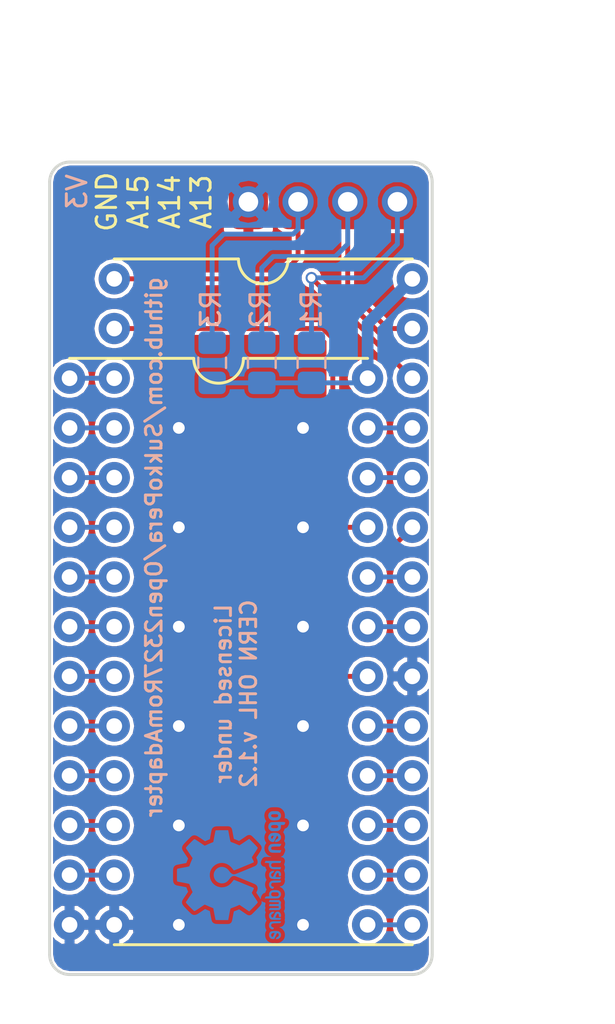
<source format=kicad_pcb>
(kicad_pcb (version 20171130) (host pcbnew 5.0.2)

  (general
    (thickness 1.6)
    (drawings 15)
    (tracks 85)
    (zones 0)
    (modules 7)
    (nets 28)
  )

  (page A4)
  (title_block
    (title "Open2327RomAdapter: C64 ROM 24 -> EPROM 28 Pin Adapter")
    (date 2019-05-05)
    (rev 3)
    (company SukkoPera)
    (comment 1 https://ist.uwaterloo.ca/~~schepers/sockets.html)
    (comment 2 https://ist.uwaterloo.ca/~~schepers/roms.html)
    (comment 4 "Licensed under CERN OHL v.1.2")
  )

  (layers
    (0 F.Cu signal)
    (31 B.Cu signal)
    (36 B.SilkS user)
    (37 F.SilkS user)
    (38 B.Mask user)
    (39 F.Mask user)
    (44 Edge.Cuts user)
    (49 F.Fab user)
  )

  (setup
    (last_trace_width 0.25)
    (trace_clearance 0.2)
    (zone_clearance 0.1)
    (zone_45_only no)
    (trace_min 0.2)
    (segment_width 0.2)
    (edge_width 0.15)
    (via_size 0.6)
    (via_drill 0.4)
    (via_min_size 0.4)
    (via_min_drill 0.3)
    (uvia_size 0.3)
    (uvia_drill 0.1)
    (uvias_allowed no)
    (uvia_min_size 0.2)
    (uvia_min_drill 0.1)
    (pcb_text_width 0.3)
    (pcb_text_size 1.5 1.5)
    (mod_edge_width 0.15)
    (mod_text_size 1 1)
    (mod_text_width 0.15)
    (pad_size 1.524 1.524)
    (pad_drill 0.762)
    (pad_to_mask_clearance 0)
    (solder_mask_min_width 0.25)
    (aux_axis_origin 0 0)
    (grid_origin 145.288 137.16)
    (visible_elements FFFFDE7F)
    (pcbplotparams
      (layerselection 0x010f0_ffffffff)
      (usegerberextensions false)
      (usegerberattributes false)
      (usegerberadvancedattributes false)
      (creategerberjobfile false)
      (excludeedgelayer true)
      (linewidth 0.100000)
      (plotframeref false)
      (viasonmask false)
      (mode 1)
      (useauxorigin false)
      (hpglpennumber 1)
      (hpglpenspeed 20)
      (hpglpendiameter 15.000000)
      (psnegative false)
      (psa4output false)
      (plotreference true)
      (plotvalue true)
      (plotinvisibletext false)
      (padsonsilk false)
      (subtractmaskfromsilk false)
      (outputformat 1)
      (mirror false)
      (drillshape 0)
      (scaleselection 1)
      (outputdirectory "gerbers/"))
  )

  (net 0 "")
  (net 1 GND)
  (net 2 VCC)
  (net 3 "Net-(U1-Pad1)")
  (net 4 "Net-(U1-Pad2)")
  (net 5 "Net-(U1-Pad3)")
  (net 6 "Net-(U1-Pad4)")
  (net 7 "Net-(U1-Pad5)")
  (net 8 "Net-(U1-Pad6)")
  (net 9 "Net-(U1-Pad7)")
  (net 10 "Net-(U1-Pad8)")
  (net 11 "Net-(U1-Pad9)")
  (net 12 "Net-(U1-Pad10)")
  (net 13 "Net-(U1-Pad11)")
  (net 14 "Net-(U1-Pad13)")
  (net 15 "Net-(U1-Pad14)")
  (net 16 "Net-(U1-Pad15)")
  (net 17 "Net-(U1-Pad16)")
  (net 18 "Net-(U1-Pad17)")
  (net 19 "Net-(U1-Pad18)")
  (net 20 "Net-(U1-Pad19)")
  (net 21 "Net-(U1-Pad20)")
  (net 22 "Net-(U1-Pad21)")
  (net 23 "Net-(U1-Pad22)")
  (net 24 "Net-(U1-Pad23)")
  (net 25 "Net-(P1-Pad2)")
  (net 26 "Net-(P1-Pad3)")
  (net 27 "Net-(P1-Pad4)")

  (net_class Default "This is the default net class."
    (clearance 0.2)
    (trace_width 0.25)
    (via_dia 0.6)
    (via_drill 0.4)
    (uvia_dia 0.3)
    (uvia_drill 0.1)
    (add_net "Net-(P1-Pad2)")
    (add_net "Net-(P1-Pad3)")
    (add_net "Net-(P1-Pad4)")
    (add_net "Net-(U1-Pad1)")
    (add_net "Net-(U1-Pad10)")
    (add_net "Net-(U1-Pad11)")
    (add_net "Net-(U1-Pad13)")
    (add_net "Net-(U1-Pad14)")
    (add_net "Net-(U1-Pad15)")
    (add_net "Net-(U1-Pad16)")
    (add_net "Net-(U1-Pad17)")
    (add_net "Net-(U1-Pad18)")
    (add_net "Net-(U1-Pad19)")
    (add_net "Net-(U1-Pad2)")
    (add_net "Net-(U1-Pad20)")
    (add_net "Net-(U1-Pad21)")
    (add_net "Net-(U1-Pad22)")
    (add_net "Net-(U1-Pad23)")
    (add_net "Net-(U1-Pad3)")
    (add_net "Net-(U1-Pad4)")
    (add_net "Net-(U1-Pad5)")
    (add_net "Net-(U1-Pad6)")
    (add_net "Net-(U1-Pad7)")
    (add_net "Net-(U1-Pad8)")
    (add_net "Net-(U1-Pad9)")
  )

  (net_class Power ""
    (clearance 0.2)
    (trace_width 0.6)
    (via_dia 0.8)
    (via_drill 0.6)
    (uvia_dia 0.3)
    (uvia_drill 0.1)
    (add_net GND)
    (add_net VCC)
  )

  (module Open2327RomAdapter:DIP-28_W15.24mm-Notch (layer F.Cu) (tedit 597E54EC) (tstamp 59CCCD34)
    (at 148.59 101.6)
    (descr "28-lead dip package, row spacing 15.24 mm (600 mils)")
    (tags "dil dip 2.54 600")
    (path /5CCF3A08)
    (fp_text reference U2 (at 7.8867 17.5514) (layer F.SilkS) hide
      (effects (font (size 1 1) (thickness 0.15)))
    )
    (fp_text value 27128 (at 7.7089 15.9512) (layer F.Fab) hide
      (effects (font (size 1 1) (thickness 0.15)))
    )
    (fp_line (start 8.89 -1.016) (end 15.24 -1.016) (layer F.SilkS) (width 0.15))
    (fp_arc (start 7.62 -1.016) (end 8.89 -1.016) (angle 180) (layer F.SilkS) (width 0.15))
    (fp_line (start -1.05 -2.45) (end -1.05 35.5) (layer F.CrtYd) (width 0.05))
    (fp_line (start 16.3 -2.45) (end 16.3 35.5) (layer F.CrtYd) (width 0.05))
    (fp_line (start -1.05 -2.45) (end 16.3 -2.45) (layer F.CrtYd) (width 0.05))
    (fp_line (start -1.05 35.5) (end 16.3 35.5) (layer F.CrtYd) (width 0.05))
    (fp_line (start 0 -1.016) (end 6.35 -1.016) (layer F.SilkS) (width 0.15))
    (fp_line (start 0 34.036) (end 15.24 34.036) (layer F.SilkS) (width 0.15))
    (pad 1 thru_hole oval (at 0 0) (size 1.6 1.6) (drill 0.8) (layers *.Cu *.Mask)
      (net 25 "Net-(P1-Pad2)"))
    (pad 2 thru_hole oval (at 0 2.54) (size 1.6 1.6) (drill 0.8) (layers *.Cu *.Mask)
      (net 22 "Net-(U1-Pad21)"))
    (pad 3 thru_hole oval (at 0 5.08) (size 1.6 1.6) (drill 0.8) (layers *.Cu *.Mask)
      (net 3 "Net-(U1-Pad1)"))
    (pad 4 thru_hole oval (at 0 7.62) (size 1.6 1.6) (drill 0.8) (layers *.Cu *.Mask)
      (net 4 "Net-(U1-Pad2)"))
    (pad 5 thru_hole oval (at 0 10.16) (size 1.6 1.6) (drill 0.8) (layers *.Cu *.Mask)
      (net 5 "Net-(U1-Pad3)"))
    (pad 6 thru_hole oval (at 0 12.7) (size 1.6 1.6) (drill 0.8) (layers *.Cu *.Mask)
      (net 6 "Net-(U1-Pad4)"))
    (pad 7 thru_hole oval (at 0 15.24) (size 1.6 1.6) (drill 0.8) (layers *.Cu *.Mask)
      (net 7 "Net-(U1-Pad5)"))
    (pad 8 thru_hole oval (at 0 17.78) (size 1.6 1.6) (drill 0.8) (layers *.Cu *.Mask)
      (net 8 "Net-(U1-Pad6)"))
    (pad 9 thru_hole oval (at 0 20.32) (size 1.6 1.6) (drill 0.8) (layers *.Cu *.Mask)
      (net 9 "Net-(U1-Pad7)"))
    (pad 10 thru_hole oval (at 0 22.86) (size 1.6 1.6) (drill 0.8) (layers *.Cu *.Mask)
      (net 10 "Net-(U1-Pad8)"))
    (pad 11 thru_hole oval (at 0 25.4) (size 1.6 1.6) (drill 0.8) (layers *.Cu *.Mask)
      (net 11 "Net-(U1-Pad9)"))
    (pad 12 thru_hole oval (at 0 27.94) (size 1.6 1.6) (drill 0.8) (layers *.Cu *.Mask)
      (net 12 "Net-(U1-Pad10)"))
    (pad 13 thru_hole oval (at 0 30.48) (size 1.6 1.6) (drill 0.8) (layers *.Cu *.Mask)
      (net 13 "Net-(U1-Pad11)"))
    (pad 14 thru_hole oval (at 0 33.02) (size 1.6 1.6) (drill 0.8) (layers *.Cu *.Mask)
      (net 1 GND))
    (pad 15 thru_hole oval (at 15.24 33.02) (size 1.6 1.6) (drill 0.8) (layers *.Cu *.Mask)
      (net 14 "Net-(U1-Pad13)"))
    (pad 16 thru_hole oval (at 15.24 30.48) (size 1.6 1.6) (drill 0.8) (layers *.Cu *.Mask)
      (net 15 "Net-(U1-Pad14)"))
    (pad 17 thru_hole oval (at 15.24 27.94) (size 1.6 1.6) (drill 0.8) (layers *.Cu *.Mask)
      (net 16 "Net-(U1-Pad15)"))
    (pad 18 thru_hole oval (at 15.24 25.4) (size 1.6 1.6) (drill 0.8) (layers *.Cu *.Mask)
      (net 17 "Net-(U1-Pad16)"))
    (pad 19 thru_hole oval (at 15.24 22.86) (size 1.6 1.6) (drill 0.8) (layers *.Cu *.Mask)
      (net 18 "Net-(U1-Pad17)"))
    (pad 20 thru_hole oval (at 15.24 20.32) (size 1.6 1.6) (drill 0.8) (layers *.Cu *.Mask)
      (net 1 GND))
    (pad 21 thru_hole oval (at 15.24 17.78) (size 1.6 1.6) (drill 0.8) (layers *.Cu *.Mask)
      (net 20 "Net-(U1-Pad19)"))
    (pad 22 thru_hole oval (at 15.24 15.24) (size 1.6 1.6) (drill 0.8) (layers *.Cu *.Mask)
      (net 21 "Net-(U1-Pad20)"))
    (pad 23 thru_hole oval (at 15.24 12.7) (size 1.6 1.6) (drill 0.8) (layers *.Cu *.Mask)
      (net 19 "Net-(U1-Pad18)"))
    (pad 24 thru_hole oval (at 15.24 10.16) (size 1.6 1.6) (drill 0.8) (layers *.Cu *.Mask)
      (net 23 "Net-(U1-Pad22)"))
    (pad 25 thru_hole oval (at 15.24 7.62) (size 1.6 1.6) (drill 0.8) (layers *.Cu *.Mask)
      (net 24 "Net-(U1-Pad23)"))
    (pad 26 thru_hole oval (at 15.24 5.08) (size 1.6 1.6) (drill 0.8) (layers *.Cu *.Mask)
      (net 27 "Net-(P1-Pad4)"))
    (pad 27 thru_hole oval (at 15.24 2.54) (size 1.6 1.6) (drill 0.8) (layers *.Cu *.Mask)
      (net 26 "Net-(P1-Pad3)"))
    (pad 28 thru_hole oval (at 15.24 0) (size 1.6 1.6) (drill 0.8) (layers *.Cu *.Mask)
      (net 2 VCC))
    (model /home/sukko/Documents/kicad/libKiCad/3d/pth_circuits/dil_28-600_socket.wrl
      (offset (xyz 7.619999885559082 -16.50999975204468 0))
      (scale (xyz 1 1 1))
      (rotate (xyz 0 0 90))
    )
  )

  (module Open2327RomAdapter:DIP-24_W15.24mm-Notch (layer F.Cu) (tedit 597E5687) (tstamp 59CCCD12)
    (at 146.304 106.68)
    (descr "24-lead dip package, row spacing 15.24 mm (600 mils)")
    (tags "dil dip 2.54 600")
    (path /5CD86D4D)
    (fp_text reference U1 (at 7.62 5.08) (layer F.SilkS) hide
      (effects (font (size 1 1) (thickness 0.15)))
    )
    (fp_text value 2364 (at 0 -3.72) (layer F.Fab) hide
      (effects (font (size 1 1) (thickness 0.15)))
    )
    (fp_line (start 6.35 -1.016) (end 0 -1.016) (layer F.SilkS) (width 0.15))
    (fp_line (start 8.89 -1.016) (end 15.24 -1.016) (layer F.SilkS) (width 0.15))
    (fp_arc (start 7.62 -1.016) (end 8.89 -1.016) (angle 180) (layer F.SilkS) (width 0.15))
    (fp_line (start -1.05 -2.45) (end -1.05 30.4) (layer F.CrtYd) (width 0.05))
    (fp_line (start 16.3 -2.45) (end 16.3 30.4) (layer F.CrtYd) (width 0.05))
    (fp_line (start -1.05 -2.45) (end 16.3 -2.45) (layer F.CrtYd) (width 0.05))
    (fp_line (start -1.05 30.4) (end 16.3 30.4) (layer F.CrtYd) (width 0.05))
    (pad 1 thru_hole oval (at 0 0) (size 1.6 1.6) (drill 0.8) (layers *.Cu *.Mask)
      (net 3 "Net-(U1-Pad1)"))
    (pad 2 thru_hole oval (at 0 2.54) (size 1.6 1.6) (drill 0.8) (layers *.Cu *.Mask)
      (net 4 "Net-(U1-Pad2)"))
    (pad 3 thru_hole oval (at 0 5.08) (size 1.6 1.6) (drill 0.8) (layers *.Cu *.Mask)
      (net 5 "Net-(U1-Pad3)"))
    (pad 4 thru_hole oval (at 0 7.62) (size 1.6 1.6) (drill 0.8) (layers *.Cu *.Mask)
      (net 6 "Net-(U1-Pad4)"))
    (pad 5 thru_hole oval (at 0 10.16) (size 1.6 1.6) (drill 0.8) (layers *.Cu *.Mask)
      (net 7 "Net-(U1-Pad5)"))
    (pad 6 thru_hole oval (at 0 12.7) (size 1.6 1.6) (drill 0.8) (layers *.Cu *.Mask)
      (net 8 "Net-(U1-Pad6)"))
    (pad 7 thru_hole oval (at 0 15.24) (size 1.6 1.6) (drill 0.8) (layers *.Cu *.Mask)
      (net 9 "Net-(U1-Pad7)"))
    (pad 8 thru_hole oval (at 0 17.78) (size 1.6 1.6) (drill 0.8) (layers *.Cu *.Mask)
      (net 10 "Net-(U1-Pad8)"))
    (pad 9 thru_hole oval (at 0 20.32) (size 1.6 1.6) (drill 0.8) (layers *.Cu *.Mask)
      (net 11 "Net-(U1-Pad9)"))
    (pad 10 thru_hole oval (at 0 22.86) (size 1.6 1.6) (drill 0.8) (layers *.Cu *.Mask)
      (net 12 "Net-(U1-Pad10)"))
    (pad 11 thru_hole oval (at 0 25.4) (size 1.6 1.6) (drill 0.8) (layers *.Cu *.Mask)
      (net 13 "Net-(U1-Pad11)"))
    (pad 12 thru_hole oval (at 0 27.94) (size 1.6 1.6) (drill 0.8) (layers *.Cu *.Mask)
      (net 1 GND))
    (pad 13 thru_hole oval (at 15.24 27.94) (size 1.6 1.6) (drill 0.8) (layers *.Cu *.Mask)
      (net 14 "Net-(U1-Pad13)"))
    (pad 14 thru_hole oval (at 15.24 25.4) (size 1.6 1.6) (drill 0.8) (layers *.Cu *.Mask)
      (net 15 "Net-(U1-Pad14)"))
    (pad 15 thru_hole oval (at 15.24 22.86) (size 1.6 1.6) (drill 0.8) (layers *.Cu *.Mask)
      (net 16 "Net-(U1-Pad15)"))
    (pad 16 thru_hole oval (at 15.24 20.32) (size 1.6 1.6) (drill 0.8) (layers *.Cu *.Mask)
      (net 17 "Net-(U1-Pad16)"))
    (pad 17 thru_hole oval (at 15.24 17.78) (size 1.6 1.6) (drill 0.8) (layers *.Cu *.Mask)
      (net 18 "Net-(U1-Pad17)"))
    (pad 18 thru_hole oval (at 15.24 15.24) (size 1.6 1.6) (drill 0.8) (layers *.Cu *.Mask)
      (net 19 "Net-(U1-Pad18)"))
    (pad 19 thru_hole oval (at 15.24 12.7) (size 1.6 1.6) (drill 0.8) (layers *.Cu *.Mask)
      (net 20 "Net-(U1-Pad19)"))
    (pad 20 thru_hole oval (at 15.24 10.16) (size 1.6 1.6) (drill 0.8) (layers *.Cu *.Mask)
      (net 21 "Net-(U1-Pad20)"))
    (pad 21 thru_hole oval (at 15.24 7.62) (size 1.6 1.6) (drill 0.8) (layers *.Cu *.Mask)
      (net 22 "Net-(U1-Pad21)"))
    (pad 22 thru_hole oval (at 15.24 5.08) (size 1.6 1.6) (drill 0.8) (layers *.Cu *.Mask)
      (net 23 "Net-(U1-Pad22)"))
    (pad 23 thru_hole oval (at 15.24 2.54) (size 1.6 1.6) (drill 0.8) (layers *.Cu *.Mask)
      (net 24 "Net-(U1-Pad23)"))
    (pad 24 thru_hole oval (at 15.24 0) (size 1.6 1.6) (drill 0.8) (layers *.Cu *.Mask)
      (net 2 VCC))
    (model ${KISYS3DMOD}/Connector_PinHeader_2.54mm.3dshapes/PinHeader_1x12_P2.54mm_Vertical.step
      (offset (xyz 0 0 -2))
      (scale (xyz 1 1 1))
      (rotate (xyz 0 180 0))
    )
    (model ${KISYS3DMOD}/Connector_PinHeader_2.54mm.3dshapes/PinHeader_1x12_P2.54mm_Vertical.step
      (offset (xyz 15.24 0 -2))
      (scale (xyz 1 1 1))
      (rotate (xyz 0 -180 0))
    )
  )

  (module Open2327RomAdapter:Solderable_PinHeader_1x04 (layer F.Cu) (tedit 5CCF03FE) (tstamp 5CE99058)
    (at 155.448 97.663 90)
    (descr "Through hole straight pin header, 1x04, 2.54mm pitch, single row")
    (tags "Through hole pin header THT 1x04 2.54mm single row")
    (path /5CD12EA7)
    (fp_text reference P1 (at 0 -2.33 90) (layer F.SilkS) hide
      (effects (font (size 1 1) (thickness 0.15)))
    )
    (fp_text value Conn_01x04 (at 0 9.95 90) (layer F.Fab) hide
      (effects (font (size 1 1) (thickness 0.15)))
    )
    (fp_line (start -0.635 -1.27) (end 1.27 -1.27) (layer F.Fab) (width 0.1))
    (fp_line (start 1.27 -1.27) (end 1.27 8.89) (layer F.Fab) (width 0.1))
    (fp_line (start 1.27 8.89) (end -1.27 8.89) (layer F.Fab) (width 0.1))
    (fp_line (start -1.27 8.89) (end -1.27 -0.635) (layer F.Fab) (width 0.1))
    (fp_line (start -1.27 -0.635) (end -0.635 -1.27) (layer F.Fab) (width 0.1))
    (fp_line (start -1.8 -1.8) (end -1.8 9.4) (layer F.CrtYd) (width 0.05))
    (fp_line (start -1.8 9.4) (end 1.8 9.4) (layer F.CrtYd) (width 0.05))
    (fp_line (start 1.8 9.4) (end 1.8 -1.8) (layer F.CrtYd) (width 0.05))
    (fp_line (start 1.8 -1.8) (end -1.8 -1.8) (layer F.CrtYd) (width 0.05))
    (fp_text user %R (at 0 3.81 180) (layer F.Fab)
      (effects (font (size 1 1) (thickness 0.15)))
    )
    (pad 1 smd roundrect (at 0 0 90) (size 2.8 2) (layers F.Cu F.Mask) (roundrect_rratio 0.25)
      (net 1 GND))
    (pad 2 smd roundrect (at 0 2.54 90) (size 2.8 2) (layers F.Cu F.Mask) (roundrect_rratio 0.25)
      (net 25 "Net-(P1-Pad2)"))
    (pad 3 smd roundrect (at 0 5.08 90) (size 2.8 2) (layers F.Cu F.Mask) (roundrect_rratio 0.25)
      (net 26 "Net-(P1-Pad3)"))
    (pad 4 smd roundrect (at 0 7.62 90) (size 2.8 2) (layers F.Cu F.Mask) (roundrect_rratio 0.25)
      (net 27 "Net-(P1-Pad4)"))
    (pad 1 thru_hole circle (at 0 0 90) (size 1.6 1.6) (drill 1) (layers *.Cu *.Mask)
      (net 1 GND))
    (pad 2 thru_hole circle (at 0 2.54 90) (size 1.6 1.6) (drill 1) (layers *.Cu *.Mask)
      (net 25 "Net-(P1-Pad2)"))
    (pad 3 thru_hole circle (at 0 5.08 90) (size 1.6 1.6) (drill 1) (layers *.Cu *.Mask)
      (net 26 "Net-(P1-Pad3)"))
    (pad 4 thru_hole circle (at 0 7.62 90) (size 1.6 1.6) (drill 1) (layers *.Cu *.Mask)
      (net 27 "Net-(P1-Pad4)"))
    (model ${KISYS3DMOD}/Connector_PinHeader_2.54mm.3dshapes/PinHeader_1x04_P2.54mm_Horizontal.step
      (at (xyz 0 0 0))
      (scale (xyz 1 1 1))
      (rotate (xyz 0 0 0))
    )
  )

  (module Resistor_SMD:R_0805_2012Metric_Pad1.15x1.40mm_HandSolder (layer B.Cu) (tedit 5B36C52B) (tstamp 5CE9906D)
    (at 158.675098 105.891724 270)
    (descr "Resistor SMD 0805 (2012 Metric), square (rectangular) end terminal, IPC_7351 nominal with elongated pad for handsoldering. (Body size source: https://docs.google.com/spreadsheets/d/1BsfQQcO9C6DZCsRaXUlFlo91Tg2WpOkGARC1WS5S8t0/edit?usp=sharing), generated with kicad-footprint-generator")
    (tags "resistor handsolder")
    (path /5CD17250)
    (attr smd)
    (fp_text reference R1 (at -2.742324 0.001298 270) (layer B.SilkS)
      (effects (font (size 1 1) (thickness 0.15)) (justify mirror))
    )
    (fp_text value 10k (at 0 -1.65 270) (layer B.Fab)
      (effects (font (size 1 1) (thickness 0.15)) (justify mirror))
    )
    (fp_line (start -1 -0.6) (end -1 0.6) (layer B.Fab) (width 0.1))
    (fp_line (start -1 0.6) (end 1 0.6) (layer B.Fab) (width 0.1))
    (fp_line (start 1 0.6) (end 1 -0.6) (layer B.Fab) (width 0.1))
    (fp_line (start 1 -0.6) (end -1 -0.6) (layer B.Fab) (width 0.1))
    (fp_line (start -0.261252 0.71) (end 0.261252 0.71) (layer B.SilkS) (width 0.12))
    (fp_line (start -0.261252 -0.71) (end 0.261252 -0.71) (layer B.SilkS) (width 0.12))
    (fp_line (start -1.85 -0.95) (end -1.85 0.95) (layer B.CrtYd) (width 0.05))
    (fp_line (start -1.85 0.95) (end 1.85 0.95) (layer B.CrtYd) (width 0.05))
    (fp_line (start 1.85 0.95) (end 1.85 -0.95) (layer B.CrtYd) (width 0.05))
    (fp_line (start 1.85 -0.95) (end -1.85 -0.95) (layer B.CrtYd) (width 0.05))
    (fp_text user %R (at 0 0 270) (layer B.Fab)
      (effects (font (size 0.5 0.5) (thickness 0.08)) (justify mirror))
    )
    (pad 1 smd roundrect (at -1.025 0 270) (size 1.15 1.4) (layers B.Cu B.Paste B.Mask) (roundrect_rratio 0.217391)
      (net 27 "Net-(P1-Pad4)"))
    (pad 2 smd roundrect (at 1.025 0 270) (size 1.15 1.4) (layers B.Cu B.Paste B.Mask) (roundrect_rratio 0.217391)
      (net 2 VCC))
    (model ${KISYS3DMOD}/Resistor_SMD.3dshapes/R_0805_2012Metric.wrl
      (at (xyz 0 0 0))
      (scale (xyz 1 1 1))
      (rotate (xyz 0 0 0))
    )
  )

  (module Resistor_SMD:R_0805_2012Metric_Pad1.15x1.40mm_HandSolder (layer B.Cu) (tedit 5B36C52B) (tstamp 5CE9907D)
    (at 156.135098 105.891724 270)
    (descr "Resistor SMD 0805 (2012 Metric), square (rectangular) end terminal, IPC_7351 nominal with elongated pad for handsoldering. (Body size source: https://docs.google.com/spreadsheets/d/1BsfQQcO9C6DZCsRaXUlFlo91Tg2WpOkGARC1WS5S8t0/edit?usp=sharing), generated with kicad-footprint-generator")
    (tags "resistor handsolder")
    (path /5CD1B543)
    (attr smd)
    (fp_text reference R2 (at -2.742324 0.0675 270) (layer B.SilkS)
      (effects (font (size 1 1) (thickness 0.15)) (justify mirror))
    )
    (fp_text value 10k (at 0 -1.65 270) (layer B.Fab)
      (effects (font (size 1 1) (thickness 0.15)) (justify mirror))
    )
    (fp_text user %R (at 0 0 270) (layer B.Fab)
      (effects (font (size 0.5 0.5) (thickness 0.08)) (justify mirror))
    )
    (fp_line (start 1.85 -0.95) (end -1.85 -0.95) (layer B.CrtYd) (width 0.05))
    (fp_line (start 1.85 0.95) (end 1.85 -0.95) (layer B.CrtYd) (width 0.05))
    (fp_line (start -1.85 0.95) (end 1.85 0.95) (layer B.CrtYd) (width 0.05))
    (fp_line (start -1.85 -0.95) (end -1.85 0.95) (layer B.CrtYd) (width 0.05))
    (fp_line (start -0.261252 -0.71) (end 0.261252 -0.71) (layer B.SilkS) (width 0.12))
    (fp_line (start -0.261252 0.71) (end 0.261252 0.71) (layer B.SilkS) (width 0.12))
    (fp_line (start 1 -0.6) (end -1 -0.6) (layer B.Fab) (width 0.1))
    (fp_line (start 1 0.6) (end 1 -0.6) (layer B.Fab) (width 0.1))
    (fp_line (start -1 0.6) (end 1 0.6) (layer B.Fab) (width 0.1))
    (fp_line (start -1 -0.6) (end -1 0.6) (layer B.Fab) (width 0.1))
    (pad 2 smd roundrect (at 1.025 0 270) (size 1.15 1.4) (layers B.Cu B.Paste B.Mask) (roundrect_rratio 0.217391)
      (net 2 VCC))
    (pad 1 smd roundrect (at -1.025 0 270) (size 1.15 1.4) (layers B.Cu B.Paste B.Mask) (roundrect_rratio 0.217391)
      (net 26 "Net-(P1-Pad3)"))
    (model ${KISYS3DMOD}/Resistor_SMD.3dshapes/R_0805_2012Metric.wrl
      (at (xyz 0 0 0))
      (scale (xyz 1 1 1))
      (rotate (xyz 0 0 0))
    )
  )

  (module Resistor_SMD:R_0805_2012Metric_Pad1.15x1.40mm_HandSolder (layer B.Cu) (tedit 5B36C52B) (tstamp 5CE9908D)
    (at 153.595098 105.891724 270)
    (descr "Resistor SMD 0805 (2012 Metric), square (rectangular) end terminal, IPC_7351 nominal with elongated pad for handsoldering. (Body size source: https://docs.google.com/spreadsheets/d/1BsfQQcO9C6DZCsRaXUlFlo91Tg2WpOkGARC1WS5S8t0/edit?usp=sharing), generated with kicad-footprint-generator")
    (tags "resistor handsolder")
    (path /5CD1B59E)
    (attr smd)
    (fp_text reference R3 (at -2.742324 0.0675 270) (layer B.SilkS)
      (effects (font (size 1 1) (thickness 0.15)) (justify mirror))
    )
    (fp_text value 10k (at 0 -1.65 270) (layer B.Fab)
      (effects (font (size 1 1) (thickness 0.15)) (justify mirror))
    )
    (fp_line (start -1 -0.6) (end -1 0.6) (layer B.Fab) (width 0.1))
    (fp_line (start -1 0.6) (end 1 0.6) (layer B.Fab) (width 0.1))
    (fp_line (start 1 0.6) (end 1 -0.6) (layer B.Fab) (width 0.1))
    (fp_line (start 1 -0.6) (end -1 -0.6) (layer B.Fab) (width 0.1))
    (fp_line (start -0.261252 0.71) (end 0.261252 0.71) (layer B.SilkS) (width 0.12))
    (fp_line (start -0.261252 -0.71) (end 0.261252 -0.71) (layer B.SilkS) (width 0.12))
    (fp_line (start -1.85 -0.95) (end -1.85 0.95) (layer B.CrtYd) (width 0.05))
    (fp_line (start -1.85 0.95) (end 1.85 0.95) (layer B.CrtYd) (width 0.05))
    (fp_line (start 1.85 0.95) (end 1.85 -0.95) (layer B.CrtYd) (width 0.05))
    (fp_line (start 1.85 -0.95) (end -1.85 -0.95) (layer B.CrtYd) (width 0.05))
    (fp_text user %R (at 0 0 270) (layer B.Fab)
      (effects (font (size 0.5 0.5) (thickness 0.08)) (justify mirror))
    )
    (pad 1 smd roundrect (at -1.025 0 270) (size 1.15 1.4) (layers B.Cu B.Paste B.Mask) (roundrect_rratio 0.217391)
      (net 25 "Net-(P1-Pad2)"))
    (pad 2 smd roundrect (at 1.025 0 270) (size 1.15 1.4) (layers B.Cu B.Paste B.Mask) (roundrect_rratio 0.217391)
      (net 2 VCC))
    (model ${KISYS3DMOD}/Resistor_SMD.3dshapes/R_0805_2012Metric.wrl
      (at (xyz 0 0 0))
      (scale (xyz 1 1 1))
      (rotate (xyz 0 0 0))
    )
  )

  (module Symbol:OSHW-Logo2_7.3x6mm_Copper (layer B.Cu) (tedit 0) (tstamp 5CF712B2)
    (at 154.559 132.08 270)
    (descr "Open Source Hardware Symbol")
    (tags "Logo Symbol OSHW")
    (path /5CDA5A91)
    (attr virtual)
    (fp_text reference P99 (at 0 0 270) (layer B.SilkS) hide
      (effects (font (size 1 1) (thickness 0.15)) (justify mirror))
    )
    (fp_text value OSHW_LOGO (at 0.75 0 270) (layer B.Fab) hide
      (effects (font (size 1 1) (thickness 0.15)) (justify mirror))
    )
    (fp_poly (pts (xy -2.400256 -1.919918) (xy -2.344799 -1.947568) (xy -2.295852 -1.99848) (xy -2.282371 -2.017338)
      (xy -2.267686 -2.042015) (xy -2.258158 -2.068816) (xy -2.252707 -2.104587) (xy -2.250253 -2.156169)
      (xy -2.249714 -2.224267) (xy -2.252148 -2.317588) (xy -2.260606 -2.387657) (xy -2.276826 -2.439931)
      (xy -2.302546 -2.479869) (xy -2.339503 -2.512929) (xy -2.342218 -2.514886) (xy -2.37864 -2.534908)
      (xy -2.422498 -2.544815) (xy -2.478276 -2.547257) (xy -2.568952 -2.547257) (xy -2.56899 -2.635283)
      (xy -2.569834 -2.684308) (xy -2.574976 -2.713065) (xy -2.588413 -2.730311) (xy -2.614142 -2.744808)
      (xy -2.620321 -2.747769) (xy -2.649236 -2.761648) (xy -2.671624 -2.770414) (xy -2.688271 -2.771171)
      (xy -2.699964 -2.761023) (xy -2.70749 -2.737073) (xy -2.711634 -2.696426) (xy -2.713185 -2.636186)
      (xy -2.712929 -2.553455) (xy -2.711651 -2.445339) (xy -2.711252 -2.413) (xy -2.709815 -2.301524)
      (xy -2.708528 -2.228603) (xy -2.569029 -2.228603) (xy -2.568245 -2.290499) (xy -2.56476 -2.330997)
      (xy -2.556876 -2.357708) (xy -2.542895 -2.378244) (xy -2.533403 -2.38826) (xy -2.494596 -2.417567)
      (xy -2.460237 -2.419952) (xy -2.424784 -2.39575) (xy -2.423886 -2.394857) (xy -2.409461 -2.376153)
      (xy -2.400687 -2.350732) (xy -2.396261 -2.311584) (xy -2.394882 -2.251697) (xy -2.394857 -2.23843)
      (xy -2.398188 -2.155901) (xy -2.409031 -2.098691) (xy -2.42866 -2.063766) (xy -2.45835 -2.048094)
      (xy -2.475509 -2.046514) (xy -2.516234 -2.053926) (xy -2.544168 -2.07833) (xy -2.560983 -2.12298)
      (xy -2.56835 -2.19113) (xy -2.569029 -2.228603) (xy -2.708528 -2.228603) (xy -2.708292 -2.215245)
      (xy -2.706323 -2.150333) (xy -2.70355 -2.102958) (xy -2.699612 -2.06929) (xy -2.694151 -2.045498)
      (xy -2.686808 -2.027753) (xy -2.677223 -2.012224) (xy -2.673113 -2.006381) (xy -2.618595 -1.951185)
      (xy -2.549664 -1.91989) (xy -2.469928 -1.911165) (xy -2.400256 -1.919918)) (layer B.Cu) (width 0.01))
    (fp_poly (pts (xy -1.283907 -1.92778) (xy -1.237328 -1.954723) (xy -1.204943 -1.981466) (xy -1.181258 -2.009484)
      (xy -1.164941 -2.043748) (xy -1.154661 -2.089227) (xy -1.149086 -2.150892) (xy -1.146884 -2.233711)
      (xy -1.146629 -2.293246) (xy -1.146629 -2.512391) (xy -1.208314 -2.540044) (xy -1.27 -2.567697)
      (xy -1.277257 -2.32767) (xy -1.280256 -2.238028) (xy -1.283402 -2.172962) (xy -1.287299 -2.128026)
      (xy -1.292553 -2.09877) (xy -1.299769 -2.080748) (xy -1.30955 -2.069511) (xy -1.312688 -2.067079)
      (xy -1.360239 -2.048083) (xy -1.408303 -2.0556) (xy -1.436914 -2.075543) (xy -1.448553 -2.089675)
      (xy -1.456609 -2.10822) (xy -1.461729 -2.136334) (xy -1.464559 -2.179173) (xy -1.465744 -2.241895)
      (xy -1.465943 -2.307261) (xy -1.465982 -2.389268) (xy -1.467386 -2.447316) (xy -1.472086 -2.486465)
      (xy -1.482013 -2.51178) (xy -1.499097 -2.528323) (xy -1.525268 -2.541156) (xy -1.560225 -2.554491)
      (xy -1.598404 -2.569007) (xy -1.593859 -2.311389) (xy -1.592029 -2.218519) (xy -1.589888 -2.149889)
      (xy -1.586819 -2.100711) (xy -1.582206 -2.066198) (xy -1.575432 -2.041562) (xy -1.565881 -2.022016)
      (xy -1.554366 -2.00477) (xy -1.49881 -1.94968) (xy -1.43102 -1.917822) (xy -1.357287 -1.910191)
      (xy -1.283907 -1.92778)) (layer B.Cu) (width 0.01))
    (fp_poly (pts (xy -2.958885 -1.921962) (xy -2.890855 -1.957733) (xy -2.840649 -2.015301) (xy -2.822815 -2.052312)
      (xy -2.808937 -2.107882) (xy -2.801833 -2.178096) (xy -2.80116 -2.254727) (xy -2.806573 -2.329552)
      (xy -2.81773 -2.394342) (xy -2.834286 -2.440873) (xy -2.839374 -2.448887) (xy -2.899645 -2.508707)
      (xy -2.971231 -2.544535) (xy -3.048908 -2.55502) (xy -3.127452 -2.53881) (xy -3.149311 -2.529092)
      (xy -3.191878 -2.499143) (xy -3.229237 -2.459433) (xy -3.232768 -2.454397) (xy -3.247119 -2.430124)
      (xy -3.256606 -2.404178) (xy -3.26221 -2.370022) (xy -3.264914 -2.321119) (xy -3.265701 -2.250935)
      (xy -3.265714 -2.2352) (xy -3.265678 -2.230192) (xy -3.120571 -2.230192) (xy -3.119727 -2.29643)
      (xy -3.116404 -2.340386) (xy -3.109417 -2.368779) (xy -3.097584 -2.388325) (xy -3.091543 -2.394857)
      (xy -3.056814 -2.41968) (xy -3.023097 -2.418548) (xy -2.989005 -2.397016) (xy -2.968671 -2.374029)
      (xy -2.956629 -2.340478) (xy -2.949866 -2.287569) (xy -2.949402 -2.281399) (xy -2.948248 -2.185513)
      (xy -2.960312 -2.114299) (xy -2.98543 -2.068194) (xy -3.02344 -2.047635) (xy -3.037008 -2.046514)
      (xy -3.072636 -2.052152) (xy -3.097006 -2.071686) (xy -3.111907 -2.109042) (xy -3.119125 -2.16815)
      (xy -3.120571 -2.230192) (xy -3.265678 -2.230192) (xy -3.265174 -2.160413) (xy -3.262904 -2.108159)
      (xy -3.257932 -2.071949) (xy -3.249287 -2.045299) (xy -3.235995 -2.021722) (xy -3.233057 -2.017338)
      (xy -3.183687 -1.958249) (xy -3.129891 -1.923947) (xy -3.064398 -1.910331) (xy -3.042158 -1.909665)
      (xy -2.958885 -1.921962)) (layer B.Cu) (width 0.01))
    (fp_poly (pts (xy -1.831697 -1.931239) (xy -1.774473 -1.969735) (xy -1.730251 -2.025335) (xy -1.703833 -2.096086)
      (xy -1.69849 -2.148162) (xy -1.699097 -2.169893) (xy -1.704178 -2.186531) (xy -1.718145 -2.201437)
      (xy -1.745411 -2.217973) (xy -1.790388 -2.239498) (xy -1.857489 -2.269374) (xy -1.857829 -2.269524)
      (xy -1.919593 -2.297813) (xy -1.970241 -2.322933) (xy -2.004596 -2.342179) (xy -2.017482 -2.352848)
      (xy -2.017486 -2.352934) (xy -2.006128 -2.376166) (xy -1.979569 -2.401774) (xy -1.949077 -2.420221)
      (xy -1.93363 -2.423886) (xy -1.891485 -2.411212) (xy -1.855192 -2.379471) (xy -1.837483 -2.344572)
      (xy -1.820448 -2.318845) (xy -1.787078 -2.289546) (xy -1.747851 -2.264235) (xy -1.713244 -2.250471)
      (xy -1.706007 -2.249714) (xy -1.697861 -2.26216) (xy -1.69737 -2.293972) (xy -1.703357 -2.336866)
      (xy -1.714643 -2.382558) (xy -1.73005 -2.422761) (xy -1.730829 -2.424322) (xy -1.777196 -2.489062)
      (xy -1.837289 -2.533097) (xy -1.905535 -2.554711) (xy -1.976362 -2.552185) (xy -2.044196 -2.523804)
      (xy -2.047212 -2.521808) (xy -2.100573 -2.473448) (xy -2.13566 -2.410352) (xy -2.155078 -2.327387)
      (xy -2.157684 -2.304078) (xy -2.162299 -2.194055) (xy -2.156767 -2.142748) (xy -2.017486 -2.142748)
      (xy -2.015676 -2.174753) (xy -2.005778 -2.184093) (xy -1.981102 -2.177105) (xy -1.942205 -2.160587)
      (xy -1.898725 -2.139881) (xy -1.897644 -2.139333) (xy -1.860791 -2.119949) (xy -1.846 -2.107013)
      (xy -1.849647 -2.093451) (xy -1.865005 -2.075632) (xy -1.904077 -2.049845) (xy -1.946154 -2.04795)
      (xy -1.983897 -2.066717) (xy -2.009966 -2.102915) (xy -2.017486 -2.142748) (xy -2.156767 -2.142748)
      (xy -2.152806 -2.106027) (xy -2.12845 -2.036212) (xy -2.094544 -1.987302) (xy -2.033347 -1.937878)
      (xy -1.965937 -1.913359) (xy -1.89712 -1.911797) (xy -1.831697 -1.931239)) (layer B.Cu) (width 0.01))
    (fp_poly (pts (xy -0.624114 -1.851289) (xy -0.619861 -1.910613) (xy -0.614975 -1.945572) (xy -0.608205 -1.96082)
      (xy -0.598298 -1.961015) (xy -0.595086 -1.959195) (xy -0.552356 -1.946015) (xy -0.496773 -1.946785)
      (xy -0.440263 -1.960333) (xy -0.404918 -1.977861) (xy -0.368679 -2.005861) (xy -0.342187 -2.037549)
      (xy -0.324001 -2.077813) (xy -0.312678 -2.131543) (xy -0.306778 -2.203626) (xy -0.304857 -2.298951)
      (xy -0.304823 -2.317237) (xy -0.3048 -2.522646) (xy -0.350509 -2.53858) (xy -0.382973 -2.54942)
      (xy -0.400785 -2.554468) (xy -0.401309 -2.554514) (xy -0.403063 -2.540828) (xy -0.404556 -2.503076)
      (xy -0.405674 -2.446224) (xy -0.406303 -2.375234) (xy -0.4064 -2.332073) (xy -0.406602 -2.246973)
      (xy -0.407642 -2.185981) (xy -0.410169 -2.144177) (xy -0.414836 -2.116642) (xy -0.422293 -2.098456)
      (xy -0.433189 -2.084698) (xy -0.439993 -2.078073) (xy -0.486728 -2.051375) (xy -0.537728 -2.049375)
      (xy -0.583999 -2.071955) (xy -0.592556 -2.080107) (xy -0.605107 -2.095436) (xy -0.613812 -2.113618)
      (xy -0.619369 -2.139909) (xy -0.622474 -2.179562) (xy -0.623824 -2.237832) (xy -0.624114 -2.318173)
      (xy -0.624114 -2.522646) (xy -0.669823 -2.53858) (xy -0.702287 -2.54942) (xy -0.720099 -2.554468)
      (xy -0.720623 -2.554514) (xy -0.721963 -2.540623) (xy -0.723172 -2.501439) (xy -0.724199 -2.4407)
      (xy -0.724998 -2.362141) (xy -0.725519 -2.269498) (xy -0.725714 -2.166509) (xy -0.725714 -1.769342)
      (xy -0.678543 -1.749444) (xy -0.631371 -1.729547) (xy -0.624114 -1.851289)) (layer B.Cu) (width 0.01))
    (fp_poly (pts (xy 0.039744 -1.950968) (xy 0.096616 -1.972087) (xy 0.097267 -1.972493) (xy 0.13244 -1.99838)
      (xy 0.158407 -2.028633) (xy 0.17667 -2.068058) (xy 0.188732 -2.121462) (xy 0.196096 -2.193651)
      (xy 0.200264 -2.289432) (xy 0.200629 -2.303078) (xy 0.205876 -2.508842) (xy 0.161716 -2.531678)
      (xy 0.129763 -2.54711) (xy 0.11047 -2.554423) (xy 0.109578 -2.554514) (xy 0.106239 -2.541022)
      (xy 0.103587 -2.504626) (xy 0.101956 -2.451452) (xy 0.1016 -2.408393) (xy 0.101592 -2.338641)
      (xy 0.098403 -2.294837) (xy 0.087288 -2.273944) (xy 0.063501 -2.272925) (xy 0.022296 -2.288741)
      (xy -0.039914 -2.317815) (xy -0.085659 -2.341963) (xy -0.109187 -2.362913) (xy -0.116104 -2.385747)
      (xy -0.116114 -2.386877) (xy -0.104701 -2.426212) (xy -0.070908 -2.447462) (xy -0.019191 -2.450539)
      (xy 0.018061 -2.450006) (xy 0.037703 -2.460735) (xy 0.049952 -2.486505) (xy 0.057002 -2.519337)
      (xy 0.046842 -2.537966) (xy 0.043017 -2.540632) (xy 0.007001 -2.55134) (xy -0.043434 -2.552856)
      (xy -0.095374 -2.545759) (xy -0.132178 -2.532788) (xy -0.183062 -2.489585) (xy -0.211986 -2.429446)
      (xy -0.217714 -2.382462) (xy -0.213343 -2.340082) (xy -0.197525 -2.305488) (xy -0.166203 -2.274763)
      (xy -0.115322 -2.24399) (xy -0.040824 -2.209252) (xy -0.036286 -2.207288) (xy 0.030821 -2.176287)
      (xy 0.072232 -2.150862) (xy 0.089981 -2.128014) (xy 0.086107 -2.104745) (xy 0.062643 -2.078056)
      (xy 0.055627 -2.071914) (xy 0.00863 -2.0481) (xy -0.040067 -2.049103) (xy -0.082478 -2.072451)
      (xy -0.110616 -2.115675) (xy -0.113231 -2.12416) (xy -0.138692 -2.165308) (xy -0.170999 -2.185128)
      (xy -0.217714 -2.20477) (xy -0.217714 -2.15395) (xy -0.203504 -2.080082) (xy -0.161325 -2.012327)
      (xy -0.139376 -1.989661) (xy -0.089483 -1.960569) (xy -0.026033 -1.9474) (xy 0.039744 -1.950968)) (layer B.Cu) (width 0.01))
    (fp_poly (pts (xy 0.529926 -1.949755) (xy 0.595858 -1.974084) (xy 0.649273 -2.017117) (xy 0.670164 -2.047409)
      (xy 0.692939 -2.102994) (xy 0.692466 -2.143186) (xy 0.668562 -2.170217) (xy 0.659717 -2.174813)
      (xy 0.62153 -2.189144) (xy 0.602028 -2.185472) (xy 0.595422 -2.161407) (xy 0.595086 -2.148114)
      (xy 0.582992 -2.09921) (xy 0.551471 -2.064999) (xy 0.507659 -2.048476) (xy 0.458695 -2.052634)
      (xy 0.418894 -2.074227) (xy 0.40545 -2.086544) (xy 0.395921 -2.101487) (xy 0.389485 -2.124075)
      (xy 0.385317 -2.159328) (xy 0.382597 -2.212266) (xy 0.380502 -2.287907) (xy 0.37996 -2.311857)
      (xy 0.377981 -2.39379) (xy 0.375731 -2.451455) (xy 0.372357 -2.489608) (xy 0.367006 -2.513004)
      (xy 0.358824 -2.526398) (xy 0.346959 -2.534545) (xy 0.339362 -2.538144) (xy 0.307102 -2.550452)
      (xy 0.288111 -2.554514) (xy 0.281836 -2.540948) (xy 0.278006 -2.499934) (xy 0.2766 -2.430999)
      (xy 0.277598 -2.333669) (xy 0.277908 -2.318657) (xy 0.280101 -2.229859) (xy 0.282693 -2.165019)
      (xy 0.286382 -2.119067) (xy 0.291864 -2.086935) (xy 0.299835 -2.063553) (xy 0.310993 -2.043852)
      (xy 0.31683 -2.03541) (xy 0.350296 -1.998057) (xy 0.387727 -1.969003) (xy 0.392309 -1.966467)
      (xy 0.459426 -1.946443) (xy 0.529926 -1.949755)) (layer B.Cu) (width 0.01))
    (fp_poly (pts (xy 1.190117 -2.065358) (xy 1.189933 -2.173837) (xy 1.189219 -2.257287) (xy 1.187675 -2.319704)
      (xy 1.185001 -2.365085) (xy 1.180894 -2.397429) (xy 1.175055 -2.420733) (xy 1.167182 -2.438995)
      (xy 1.161221 -2.449418) (xy 1.111855 -2.505945) (xy 1.049264 -2.541377) (xy 0.980013 -2.55409)
      (xy 0.910668 -2.542463) (xy 0.869375 -2.521568) (xy 0.826025 -2.485422) (xy 0.796481 -2.441276)
      (xy 0.778655 -2.383462) (xy 0.770463 -2.306313) (xy 0.769302 -2.249714) (xy 0.769458 -2.245647)
      (xy 0.870857 -2.245647) (xy 0.871476 -2.31055) (xy 0.874314 -2.353514) (xy 0.88084 -2.381622)
      (xy 0.892523 -2.401953) (xy 0.906483 -2.417288) (xy 0.953365 -2.44689) (xy 1.003701 -2.449419)
      (xy 1.051276 -2.424705) (xy 1.054979 -2.421356) (xy 1.070783 -2.403935) (xy 1.080693 -2.383209)
      (xy 1.086058 -2.352362) (xy 1.088228 -2.304577) (xy 1.088571 -2.251748) (xy 1.087827 -2.185381)
      (xy 1.084748 -2.141106) (xy 1.078061 -2.112009) (xy 1.066496 -2.091173) (xy 1.057013 -2.080107)
      (xy 1.01296 -2.052198) (xy 0.962224 -2.048843) (xy 0.913796 -2.070159) (xy 0.90445 -2.078073)
      (xy 0.88854 -2.095647) (xy 0.87861 -2.116587) (xy 0.873278 -2.147782) (xy 0.871163 -2.196122)
      (xy 0.870857 -2.245647) (xy 0.769458 -2.245647) (xy 0.77281 -2.158568) (xy 0.784726 -2.090086)
      (xy 0.807135 -2.0386) (xy 0.842124 -1.998443) (xy 0.869375 -1.977861) (xy 0.918907 -1.955625)
      (xy 0.976316 -1.945304) (xy 1.029682 -1.948067) (xy 1.059543 -1.959212) (xy 1.071261 -1.962383)
      (xy 1.079037 -1.950557) (xy 1.084465 -1.918866) (xy 1.088571 -1.870593) (xy 1.093067 -1.816829)
      (xy 1.099313 -1.784482) (xy 1.110676 -1.765985) (xy 1.130528 -1.75377) (xy 1.143 -1.748362)
      (xy 1.190171 -1.728601) (xy 1.190117 -2.065358)) (layer B.Cu) (width 0.01))
    (fp_poly (pts (xy 1.779833 -1.958663) (xy 1.782048 -1.99685) (xy 1.783784 -2.054886) (xy 1.784899 -2.12818)
      (xy 1.785257 -2.205055) (xy 1.785257 -2.465196) (xy 1.739326 -2.511127) (xy 1.707675 -2.539429)
      (xy 1.67989 -2.550893) (xy 1.641915 -2.550168) (xy 1.62684 -2.548321) (xy 1.579726 -2.542948)
      (xy 1.540756 -2.539869) (xy 1.531257 -2.539585) (xy 1.499233 -2.541445) (xy 1.453432 -2.546114)
      (xy 1.435674 -2.548321) (xy 1.392057 -2.551735) (xy 1.362745 -2.54432) (xy 1.33368 -2.521427)
      (xy 1.323188 -2.511127) (xy 1.277257 -2.465196) (xy 1.277257 -1.978602) (xy 1.314226 -1.961758)
      (xy 1.346059 -1.949282) (xy 1.364683 -1.944914) (xy 1.369458 -1.958718) (xy 1.373921 -1.997286)
      (xy 1.377775 -2.056356) (xy 1.380722 -2.131663) (xy 1.382143 -2.195286) (xy 1.386114 -2.445657)
      (xy 1.420759 -2.450556) (xy 1.452268 -2.447131) (xy 1.467708 -2.436041) (xy 1.472023 -2.415308)
      (xy 1.475708 -2.371145) (xy 1.478469 -2.309146) (xy 1.480012 -2.234909) (xy 1.480235 -2.196706)
      (xy 1.480457 -1.976783) (xy 1.526166 -1.960849) (xy 1.558518 -1.950015) (xy 1.576115 -1.944962)
      (xy 1.576623 -1.944914) (xy 1.578388 -1.958648) (xy 1.580329 -1.99673) (xy 1.582282 -2.054482)
      (xy 1.584084 -2.127227) (xy 1.585343 -2.195286) (xy 1.589314 -2.445657) (xy 1.6764 -2.445657)
      (xy 1.680396 -2.21724) (xy 1.684392 -1.988822) (xy 1.726847 -1.966868) (xy 1.758192 -1.951793)
      (xy 1.776744 -1.944951) (xy 1.777279 -1.944914) (xy 1.779833 -1.958663)) (layer B.Cu) (width 0.01))
    (fp_poly (pts (xy 2.144876 -1.956335) (xy 2.186667 -1.975344) (xy 2.219469 -1.998378) (xy 2.243503 -2.024133)
      (xy 2.260097 -2.057358) (xy 2.270577 -2.1028) (xy 2.276271 -2.165207) (xy 2.278507 -2.249327)
      (xy 2.278743 -2.304721) (xy 2.278743 -2.520826) (xy 2.241774 -2.53767) (xy 2.212656 -2.549981)
      (xy 2.198231 -2.554514) (xy 2.195472 -2.541025) (xy 2.193282 -2.504653) (xy 2.191942 -2.451542)
      (xy 2.191657 -2.409372) (xy 2.190434 -2.348447) (xy 2.187136 -2.300115) (xy 2.182321 -2.270518)
      (xy 2.178496 -2.264229) (xy 2.152783 -2.270652) (xy 2.112418 -2.287125) (xy 2.065679 -2.309458)
      (xy 2.020845 -2.333457) (xy 1.986193 -2.35493) (xy 1.970002 -2.369685) (xy 1.969938 -2.369845)
      (xy 1.97133 -2.397152) (xy 1.983818 -2.423219) (xy 2.005743 -2.444392) (xy 2.037743 -2.451474)
      (xy 2.065092 -2.450649) (xy 2.103826 -2.450042) (xy 2.124158 -2.459116) (xy 2.136369 -2.483092)
      (xy 2.137909 -2.487613) (xy 2.143203 -2.521806) (xy 2.129047 -2.542568) (xy 2.092148 -2.552462)
      (xy 2.052289 -2.554292) (xy 1.980562 -2.540727) (xy 1.943432 -2.521355) (xy 1.897576 -2.475845)
      (xy 1.873256 -2.419983) (xy 1.871073 -2.360957) (xy 1.891629 -2.305953) (xy 1.922549 -2.271486)
      (xy 1.95342 -2.252189) (xy 2.001942 -2.227759) (xy 2.058485 -2.202985) (xy 2.06791 -2.199199)
      (xy 2.130019 -2.171791) (xy 2.165822 -2.147634) (xy 2.177337 -2.123619) (xy 2.16658 -2.096635)
      (xy 2.148114 -2.075543) (xy 2.104469 -2.049572) (xy 2.056446 -2.047624) (xy 2.012406 -2.067637)
      (xy 1.980709 -2.107551) (xy 1.976549 -2.117848) (xy 1.952327 -2.155724) (xy 1.916965 -2.183842)
      (xy 1.872343 -2.206917) (xy 1.872343 -2.141485) (xy 1.874969 -2.101506) (xy 1.88623 -2.069997)
      (xy 1.911199 -2.036378) (xy 1.935169 -2.010484) (xy 1.972441 -1.973817) (xy 2.001401 -1.954121)
      (xy 2.032505 -1.94622) (xy 2.067713 -1.944914) (xy 2.144876 -1.956335)) (layer B.Cu) (width 0.01))
    (fp_poly (pts (xy 2.6526 -1.958752) (xy 2.669948 -1.966334) (xy 2.711356 -1.999128) (xy 2.746765 -2.046547)
      (xy 2.768664 -2.097151) (xy 2.772229 -2.122098) (xy 2.760279 -2.156927) (xy 2.734067 -2.175357)
      (xy 2.705964 -2.186516) (xy 2.693095 -2.188572) (xy 2.686829 -2.173649) (xy 2.674456 -2.141175)
      (xy 2.669028 -2.126502) (xy 2.63859 -2.075744) (xy 2.59452 -2.050427) (xy 2.53801 -2.051206)
      (xy 2.533825 -2.052203) (xy 2.503655 -2.066507) (xy 2.481476 -2.094393) (xy 2.466327 -2.139287)
      (xy 2.45725 -2.204615) (xy 2.453286 -2.293804) (xy 2.452914 -2.341261) (xy 2.45273 -2.416071)
      (xy 2.451522 -2.467069) (xy 2.448309 -2.499471) (xy 2.442109 -2.518495) (xy 2.43194 -2.529356)
      (xy 2.416819 -2.537272) (xy 2.415946 -2.53767) (xy 2.386828 -2.549981) (xy 2.372403 -2.554514)
      (xy 2.370186 -2.540809) (xy 2.368289 -2.502925) (xy 2.366847 -2.445715) (xy 2.365998 -2.374027)
      (xy 2.365829 -2.321565) (xy 2.366692 -2.220047) (xy 2.37007 -2.143032) (xy 2.377142 -2.086023)
      (xy 2.389088 -2.044526) (xy 2.40709 -2.014043) (xy 2.432327 -1.99008) (xy 2.457247 -1.973355)
      (xy 2.517171 -1.951097) (xy 2.586911 -1.946076) (xy 2.6526 -1.958752)) (layer B.Cu) (width 0.01))
    (fp_poly (pts (xy 3.153595 -1.966966) (xy 3.211021 -2.004497) (xy 3.238719 -2.038096) (xy 3.260662 -2.099064)
      (xy 3.262405 -2.147308) (xy 3.258457 -2.211816) (xy 3.109686 -2.276934) (xy 3.037349 -2.310202)
      (xy 2.990084 -2.336964) (xy 2.965507 -2.360144) (xy 2.961237 -2.382667) (xy 2.974889 -2.407455)
      (xy 2.989943 -2.423886) (xy 3.033746 -2.450235) (xy 3.081389 -2.452081) (xy 3.125145 -2.431546)
      (xy 3.157289 -2.390752) (xy 3.163038 -2.376347) (xy 3.190576 -2.331356) (xy 3.222258 -2.312182)
      (xy 3.265714 -2.295779) (xy 3.265714 -2.357966) (xy 3.261872 -2.400283) (xy 3.246823 -2.435969)
      (xy 3.21528 -2.476943) (xy 3.210592 -2.482267) (xy 3.175506 -2.51872) (xy 3.145347 -2.538283)
      (xy 3.107615 -2.547283) (xy 3.076335 -2.55023) (xy 3.020385 -2.550965) (xy 2.980555 -2.54166)
      (xy 2.955708 -2.527846) (xy 2.916656 -2.497467) (xy 2.889625 -2.464613) (xy 2.872517 -2.423294)
      (xy 2.863238 -2.367521) (xy 2.859693 -2.291305) (xy 2.85941 -2.252622) (xy 2.860372 -2.206247)
      (xy 2.948007 -2.206247) (xy 2.949023 -2.231126) (xy 2.951556 -2.2352) (xy 2.968274 -2.229665)
      (xy 3.004249 -2.215017) (xy 3.052331 -2.19419) (xy 3.062386 -2.189714) (xy 3.123152 -2.158814)
      (xy 3.156632 -2.131657) (xy 3.16399 -2.10622) (xy 3.146391 -2.080481) (xy 3.131856 -2.069109)
      (xy 3.07941 -2.046364) (xy 3.030322 -2.050122) (xy 2.989227 -2.077884) (xy 2.960758 -2.127152)
      (xy 2.951631 -2.166257) (xy 2.948007 -2.206247) (xy 2.860372 -2.206247) (xy 2.861285 -2.162249)
      (xy 2.868196 -2.095384) (xy 2.881884 -2.046695) (xy 2.904096 -2.010849) (xy 2.936574 -1.982513)
      (xy 2.950733 -1.973355) (xy 3.015053 -1.949507) (xy 3.085473 -1.948006) (xy 3.153595 -1.966966)) (layer B.Cu) (width 0.01))
    (fp_poly (pts (xy 0.10391 2.757652) (xy 0.182454 2.757222) (xy 0.239298 2.756058) (xy 0.278105 2.753793)
      (xy 0.302538 2.75006) (xy 0.316262 2.744494) (xy 0.32294 2.736727) (xy 0.326236 2.726395)
      (xy 0.326556 2.725057) (xy 0.331562 2.700921) (xy 0.340829 2.653299) (xy 0.353392 2.587259)
      (xy 0.368287 2.507872) (xy 0.384551 2.420204) (xy 0.385119 2.417125) (xy 0.40141 2.331211)
      (xy 0.416652 2.255304) (xy 0.429861 2.193955) (xy 0.440054 2.151718) (xy 0.446248 2.133145)
      (xy 0.446543 2.132816) (xy 0.464788 2.123747) (xy 0.502405 2.108633) (xy 0.551271 2.090738)
      (xy 0.551543 2.090642) (xy 0.613093 2.067507) (xy 0.685657 2.038035) (xy 0.754057 2.008403)
      (xy 0.757294 2.006938) (xy 0.868702 1.956374) (xy 1.115399 2.12484) (xy 1.191077 2.176197)
      (xy 1.259631 2.222111) (xy 1.317088 2.25997) (xy 1.359476 2.287163) (xy 1.382825 2.301079)
      (xy 1.385042 2.302111) (xy 1.40201 2.297516) (xy 1.433701 2.275345) (xy 1.481352 2.234553)
      (xy 1.546198 2.174095) (xy 1.612397 2.109773) (xy 1.676214 2.046388) (xy 1.733329 1.988549)
      (xy 1.780305 1.939825) (xy 1.813703 1.90379) (xy 1.830085 1.884016) (xy 1.830694 1.882998)
      (xy 1.832505 1.869428) (xy 1.825683 1.847267) (xy 1.80854 1.813522) (xy 1.779393 1.7652)
      (xy 1.736555 1.699308) (xy 1.679448 1.614483) (xy 1.628766 1.539823) (xy 1.583461 1.47286)
      (xy 1.54615 1.417484) (xy 1.519452 1.37758) (xy 1.505985 1.357038) (xy 1.505137 1.355644)
      (xy 1.506781 1.335962) (xy 1.519245 1.297707) (xy 1.540048 1.248111) (xy 1.547462 1.232272)
      (xy 1.579814 1.16171) (xy 1.614328 1.081647) (xy 1.642365 1.012371) (xy 1.662568 0.960955)
      (xy 1.678615 0.921881) (xy 1.687888 0.901459) (xy 1.689041 0.899886) (xy 1.706096 0.897279)
      (xy 1.746298 0.890137) (xy 1.804302 0.879477) (xy 1.874763 0.866315) (xy 1.952335 0.851667)
      (xy 2.031672 0.836551) (xy 2.107431 0.821982) (xy 2.174264 0.808978) (xy 2.226828 0.798555)
      (xy 2.259776 0.79173) (xy 2.267857 0.789801) (xy 2.276205 0.785038) (xy 2.282506 0.774282)
      (xy 2.287045 0.753902) (xy 2.290104 0.720266) (xy 2.291967 0.669745) (xy 2.292918 0.598708)
      (xy 2.29324 0.503524) (xy 2.293257 0.464508) (xy 2.293257 0.147201) (xy 2.217057 0.132161)
      (xy 2.174663 0.124005) (xy 2.1114 0.112101) (xy 2.034962 0.097884) (xy 1.953043 0.08279)
      (xy 1.9304 0.078645) (xy 1.854806 0.063947) (xy 1.788953 0.049495) (xy 1.738366 0.036625)
      (xy 1.708574 0.026678) (xy 1.703612 0.023713) (xy 1.691426 0.002717) (xy 1.673953 -0.037967)
      (xy 1.654577 -0.090322) (xy 1.650734 -0.1016) (xy 1.625339 -0.171523) (xy 1.593817 -0.250418)
      (xy 1.562969 -0.321266) (xy 1.562817 -0.321595) (xy 1.511447 -0.432733) (xy 1.680399 -0.681253)
      (xy 1.849352 -0.929772) (xy 1.632429 -1.147058) (xy 1.566819 -1.211726) (xy 1.506979 -1.268733)
      (xy 1.456267 -1.315033) (xy 1.418046 -1.347584) (xy 1.395675 -1.363343) (xy 1.392466 -1.364343)
      (xy 1.373626 -1.356469) (xy 1.33518 -1.334578) (xy 1.28133 -1.301267) (xy 1.216276 -1.259131)
      (xy 1.14594 -1.211943) (xy 1.074555 -1.16381) (xy 1.010908 -1.121928) (xy 0.959041 -1.088871)
      (xy 0.922995 -1.067218) (xy 0.906867 -1.059543) (xy 0.887189 -1.066037) (xy 0.849875 -1.08315)
      (xy 0.802621 -1.107326) (xy 0.797612 -1.110013) (xy 0.733977 -1.141927) (xy 0.690341 -1.157579)
      (xy 0.663202 -1.157745) (xy 0.649057 -1.143204) (xy 0.648975 -1.143) (xy 0.641905 -1.125779)
      (xy 0.625042 -1.084899) (xy 0.599695 -1.023525) (xy 0.567171 -0.944819) (xy 0.528778 -0.851947)
      (xy 0.485822 -0.748072) (xy 0.444222 -0.647502) (xy 0.398504 -0.536516) (xy 0.356526 -0.433703)
      (xy 0.319548 -0.342215) (xy 0.288827 -0.265201) (xy 0.265622 -0.205815) (xy 0.25119 -0.167209)
      (xy 0.246743 -0.1528) (xy 0.257896 -0.136272) (xy 0.287069 -0.10993) (xy 0.325971 -0.080887)
      (xy 0.436757 0.010961) (xy 0.523351 0.116241) (xy 0.584716 0.232734) (xy 0.619815 0.358224)
      (xy 0.627608 0.490493) (xy 0.621943 0.551543) (xy 0.591078 0.678205) (xy 0.53792 0.790059)
      (xy 0.465767 0.885999) (xy 0.377917 0.964924) (xy 0.277665 1.02573) (xy 0.16831 1.067313)
      (xy 0.053147 1.088572) (xy -0.064525 1.088401) (xy -0.18141 1.065699) (xy -0.294211 1.019362)
      (xy -0.399631 0.948287) (xy -0.443632 0.908089) (xy -0.528021 0.804871) (xy -0.586778 0.692075)
      (xy -0.620296 0.57299) (xy -0.628965 0.450905) (xy -0.613177 0.329107) (xy -0.573322 0.210884)
      (xy -0.509793 0.099525) (xy -0.422979 -0.001684) (xy -0.325971 -0.080887) (xy -0.285563 -0.111162)
      (xy -0.257018 -0.137219) (xy -0.246743 -0.152825) (xy -0.252123 -0.169843) (xy -0.267425 -0.2105)
      (xy -0.291388 -0.271642) (xy -0.322756 -0.350119) (xy -0.360268 -0.44278) (xy -0.402667 -0.546472)
      (xy -0.444337 -0.647526) (xy -0.49031 -0.758607) (xy -0.532893 -0.861541) (xy -0.570779 -0.953165)
      (xy -0.60266 -1.030316) (xy -0.627229 -1.089831) (xy -0.64318 -1.128544) (xy -0.64909 -1.143)
      (xy -0.663052 -1.157685) (xy -0.69006 -1.157642) (xy -0.733587 -1.142099) (xy -0.79711 -1.110284)
      (xy -0.797612 -1.110013) (xy -0.84544 -1.085323) (xy -0.884103 -1.067338) (xy -0.905905 -1.059614)
      (xy -0.906867 -1.059543) (xy -0.923279 -1.067378) (xy -0.959513 -1.089165) (xy -1.011526 -1.122328)
      (xy -1.075275 -1.164291) (xy -1.14594 -1.211943) (xy -1.217884 -1.260191) (xy -1.282726 -1.302151)
      (xy -1.336265 -1.335227) (xy -1.374303 -1.356821) (xy -1.392467 -1.364343) (xy -1.409192 -1.354457)
      (xy -1.44282 -1.326826) (xy -1.48999 -1.284495) (xy -1.547342 -1.230505) (xy -1.611516 -1.167899)
      (xy -1.632503 -1.146983) (xy -1.849501 -0.929623) (xy -1.684332 -0.68722) (xy -1.634136 -0.612781)
      (xy -1.590081 -0.545972) (xy -1.554638 -0.490665) (xy -1.530281 -0.450729) (xy -1.519478 -0.430036)
      (xy -1.519162 -0.428563) (xy -1.524857 -0.409058) (xy -1.540174 -0.369822) (xy -1.562463 -0.31743)
      (xy -1.578107 -0.282355) (xy -1.607359 -0.215201) (xy -1.634906 -0.147358) (xy -1.656263 -0.090034)
      (xy -1.662065 -0.072572) (xy -1.678548 -0.025938) (xy -1.69466 0.010095) (xy -1.70351 0.023713)
      (xy -1.72304 0.032048) (xy -1.765666 0.043863) (xy -1.825855 0.057819) (xy -1.898078 0.072578)
      (xy -1.9304 0.078645) (xy -2.012478 0.093727) (xy -2.091205 0.108331) (xy -2.158891 0.12102)
      (xy -2.20784 0.130358) (xy -2.217057 0.132161) (xy -2.293257 0.147201) (xy -2.293257 0.464508)
      (xy -2.293086 0.568846) (xy -2.292384 0.647787) (xy -2.290866 0.704962) (xy -2.288251 0.744001)
      (xy -2.284254 0.768535) (xy -2.278591 0.782195) (xy -2.27098 0.788611) (xy -2.267857 0.789801)
      (xy -2.249022 0.79402) (xy -2.207412 0.802438) (xy -2.14837 0.814039) (xy -2.077243 0.827805)
      (xy -1.999375 0.84272) (xy -1.920113 0.857768) (xy -1.844802 0.871931) (xy -1.778787 0.884194)
      (xy -1.727413 0.893539) (xy -1.696025 0.89895) (xy -1.689041 0.899886) (xy -1.682715 0.912404)
      (xy -1.66871 0.945754) (xy -1.649645 0.993623) (xy -1.642366 1.012371) (xy -1.613004 1.084805)
      (xy -1.578429 1.16483) (xy -1.547463 1.232272) (xy -1.524677 1.283841) (xy -1.509518 1.326215)
      (xy -1.504458 1.352166) (xy -1.505264 1.355644) (xy -1.515959 1.372064) (xy -1.54038 1.408583)
      (xy -1.575905 1.461313) (xy -1.619913 1.526365) (xy -1.669783 1.599849) (xy -1.679644 1.614355)
      (xy -1.737508 1.700296) (xy -1.780044 1.765739) (xy -1.808946 1.813696) (xy -1.82591 1.84718)
      (xy -1.832633 1.869205) (xy -1.83081 1.882783) (xy -1.830764 1.882869) (xy -1.816414 1.900703)
      (xy -1.784677 1.935183) (xy -1.73899 1.982732) (xy -1.682796 2.039778) (xy -1.619532 2.102745)
      (xy -1.612398 2.109773) (xy -1.53267 2.18698) (xy -1.471143 2.24367) (xy -1.426579 2.28089)
      (xy -1.397743 2.299685) (xy -1.385042 2.302111) (xy -1.366506 2.291529) (xy -1.328039 2.267084)
      (xy -1.273614 2.231388) (xy -1.207202 2.187053) (xy -1.132775 2.136689) (xy -1.115399 2.12484)
      (xy -0.868703 1.956374) (xy -0.757294 2.006938) (xy -0.689543 2.036405) (xy -0.616817 2.066041)
      (xy -0.554297 2.08967) (xy -0.551543 2.090642) (xy -0.50264 2.108543) (xy -0.464943 2.12368)
      (xy -0.446575 2.13279) (xy -0.446544 2.132816) (xy -0.440715 2.149283) (xy -0.430808 2.189781)
      (xy -0.417805 2.249758) (xy -0.402691 2.32466) (xy -0.386448 2.409936) (xy -0.385119 2.417125)
      (xy -0.368825 2.504986) (xy -0.353867 2.58474) (xy -0.341209 2.651319) (xy -0.331814 2.699653)
      (xy -0.326646 2.724675) (xy -0.326556 2.725057) (xy -0.323411 2.735701) (xy -0.317296 2.743738)
      (xy -0.304547 2.749533) (xy -0.2815 2.753453) (xy -0.244491 2.755865) (xy -0.189856 2.757135)
      (xy -0.113933 2.757629) (xy -0.013056 2.757714) (xy 0 2.757714) (xy 0.10391 2.757652)) (layer B.Cu) (width 0.01))
  )

  (gr_text "Licensed under\nCERN OHL v.1.2" (at 154.813 122.809 90) (layer B.SilkS)
    (effects (font (size 0.8 0.8) (thickness 0.15)) (justify mirror))
  )
  (gr_text V3 (at 146.685 97.155 90) (layer B.SilkS) (tstamp 5A4F78A6)
    (effects (font (size 1 1) (thickness 0.15)) (justify mirror))
  )
  (gr_arc (start 163.83 136.144) (end 164.846 136.144) (angle 90) (layer Edge.Cuts) (width 0.15))
  (gr_arc (start 146.304 136.144) (end 146.304 137.16) (angle 90) (layer Edge.Cuts) (width 0.15))
  (gr_arc (start 146.304 96.647) (end 145.288 96.647) (angle 90) (layer Edge.Cuts) (width 0.15))
  (gr_arc (start 163.83 96.647) (end 163.83 95.631) (angle 90) (layer Edge.Cuts) (width 0.15))
  (gr_text "GND\nA15\nA14\nA13" (at 150.622 97.663 90) (layer F.SilkS)
    (effects (font (size 1 1) (thickness 0.15)))
  )
  (dimension 19.558 (width 0.3) (layer F.Fab)
    (gr_text "19,558 mm" (at 155.067 88.451) (layer F.Fab)
      (effects (font (size 1.5 1.5) (thickness 0.3)))
    )
    (feature1 (pts (xy 164.846 95.631) (xy 164.846 89.964579)))
    (feature2 (pts (xy 145.288 95.631) (xy 145.288 89.964579)))
    (crossbar (pts (xy 145.288 90.551) (xy 164.846 90.551)))
    (arrow1a (pts (xy 164.846 90.551) (xy 163.719496 91.137421)))
    (arrow1b (pts (xy 164.846 90.551) (xy 163.719496 89.964579)))
    (arrow2a (pts (xy 145.288 90.551) (xy 146.414504 91.137421)))
    (arrow2b (pts (xy 145.288 90.551) (xy 146.414504 89.964579)))
  )
  (dimension 41.529 (width 0.3) (layer F.Fab)
    (gr_text "41,529 mm" (at 172.28 116.3955 270) (layer F.Fab)
      (effects (font (size 1.5 1.5) (thickness 0.3)))
    )
    (feature1 (pts (xy 164.846 137.16) (xy 170.766421 137.16)))
    (feature2 (pts (xy 164.846 95.631) (xy 170.766421 95.631)))
    (crossbar (pts (xy 170.18 95.631) (xy 170.18 137.16)))
    (arrow1a (pts (xy 170.18 137.16) (xy 169.593579 136.033496)))
    (arrow1b (pts (xy 170.18 137.16) (xy 170.766421 136.033496)))
    (arrow2a (pts (xy 170.18 95.631) (xy 169.593579 96.757504)))
    (arrow2b (pts (xy 170.18 95.631) (xy 170.766421 96.757504)))
  )
  (gr_text github.com/SukkoPera/Open2327RomAdapter (at 150.622 115.316 90) (layer B.SilkS)
    (effects (font (size 0.8 0.8) (thickness 0.15)) (justify mirror))
  )
  (dimension 3.302 (width 0.3) (layer F.Fab)
    (gr_text "3,302 mm" (at 163.195 139.526) (layer F.Fab)
      (effects (font (size 1.5 1.5) (thickness 0.3)))
    )
    (feature1 (pts (xy 164.846 134.62) (xy 164.846 140.876)))
    (feature2 (pts (xy 161.544 134.62) (xy 161.544 140.876)))
    (crossbar (pts (xy 161.544 138.176) (xy 164.846 138.176)))
    (arrow1a (pts (xy 164.846 138.176) (xy 163.719496 138.762421)))
    (arrow1b (pts (xy 164.846 138.176) (xy 163.719496 137.589579)))
    (arrow2a (pts (xy 161.544 138.176) (xy 162.670504 138.762421)))
    (arrow2b (pts (xy 161.544 138.176) (xy 162.670504 137.589579)))
  )
  (gr_line (start 145.288 96.647) (end 145.288 136.144) (layer Edge.Cuts) (width 0.15))
  (gr_line (start 163.83 95.631) (end 146.304 95.631) (layer Edge.Cuts) (width 0.15))
  (gr_line (start 164.846 136.144) (end 164.846 96.647) (layer Edge.Cuts) (width 0.15))
  (gr_line (start 146.304 137.16) (end 163.83 137.16) (layer Edge.Cuts) (width 0.15))

  (via (at 158.242 129.54) (size 0.8) (drill 0.6) (layers F.Cu B.Cu) (net 1))
  (via (at 151.892 109.22) (size 0.8) (drill 0.6) (layers F.Cu B.Cu) (net 1))
  (via (at 158.242 134.62) (size 0.8) (drill 0.6) (layers F.Cu B.Cu) (net 1))
  (via (at 158.242 124.46) (size 0.8) (drill 0.6) (layers F.Cu B.Cu) (net 1))
  (via (at 158.242 119.38) (size 0.8) (drill 0.6) (layers F.Cu B.Cu) (net 1))
  (via (at 151.892 114.3) (size 0.8) (drill 0.6) (layers F.Cu B.Cu) (net 1))
  (via (at 151.892 134.62) (size 0.8) (drill 0.6) (layers F.Cu B.Cu) (net 1))
  (via (at 151.892 129.54) (size 0.8) (drill 0.6) (layers F.Cu B.Cu) (net 1))
  (via (at 151.892 119.38) (size 0.8) (drill 0.6) (layers F.Cu B.Cu) (net 1))
  (via (at 158.242 109.22) (size 0.8) (drill 0.6) (layers F.Cu B.Cu) (net 1))
  (via (at 151.892 124.46) (size 0.8) (drill 0.6) (layers F.Cu B.Cu) (net 1))
  (via (at 158.242 114.3) (size 0.8) (drill 0.6) (layers F.Cu B.Cu) (net 1))
  (segment (start 163.83 101.6) (end 161.544 103.886) (width 0.6) (layer B.Cu) (net 2) (status 10))
  (segment (start 161.544 103.886) (end 161.544 106.68) (width 0.6) (layer B.Cu) (net 2) (status 20))
  (segment (start 153.595098 106.916724) (end 156.135098 106.916724) (width 0.25) (layer B.Cu) (net 2) (status 30))
  (segment (start 156.135098 106.916724) (end 158.675098 106.916724) (width 0.25) (layer B.Cu) (net 2) (status 30))
  (segment (start 161.307276 106.916724) (end 161.544 106.68) (width 0.25) (layer B.Cu) (net 2) (status 30))
  (segment (start 158.675098 106.916724) (end 161.307276 106.916724) (width 0.25) (layer B.Cu) (net 2) (status 30))
  (segment (start 146.304 106.68) (end 148.59 106.68) (width 0.25) (layer B.Cu) (net 3) (status 30))
  (segment (start 146.304 109.22) (end 148.59 109.22) (width 0.25) (layer B.Cu) (net 4) (status 30))
  (segment (start 146.304 111.76) (end 148.59 111.76) (width 0.25) (layer B.Cu) (net 5) (status 30))
  (segment (start 146.304 114.3) (end 148.59 114.3) (width 0.25) (layer B.Cu) (net 6) (status 30))
  (segment (start 146.304 116.84) (end 148.59 116.84) (width 0.25) (layer B.Cu) (net 7) (status 30))
  (segment (start 146.304 119.38) (end 148.59 119.38) (width 0.25) (layer B.Cu) (net 8) (status 30))
  (segment (start 146.304 121.92) (end 148.59 121.92) (width 0.25) (layer B.Cu) (net 9) (status 30))
  (segment (start 146.304 124.46) (end 148.59 124.46) (width 0.25) (layer B.Cu) (net 10) (status 30))
  (segment (start 146.304 127) (end 148.59 127) (width 0.25) (layer B.Cu) (net 11) (status 30))
  (segment (start 146.304 129.54) (end 148.59 129.54) (width 0.25) (layer B.Cu) (net 12) (status 30))
  (segment (start 146.304 132.08) (end 148.59 132.08) (width 0.25) (layer B.Cu) (net 13) (status 30))
  (segment (start 161.544 134.62) (end 163.83 134.62) (width 0.25) (layer B.Cu) (net 14) (status 30))
  (segment (start 161.544 132.08) (end 163.83 132.08) (width 0.25) (layer B.Cu) (net 15) (status 30))
  (segment (start 161.544 129.54) (end 163.83 129.54) (width 0.25) (layer B.Cu) (net 16) (status 30))
  (segment (start 161.544 127) (end 163.83 127) (width 0.25) (layer B.Cu) (net 17) (status 30))
  (segment (start 161.544 124.46) (end 163.83 124.46) (width 0.25) (layer B.Cu) (net 18) (status 30))
  (segment (start 161.544 121.92) (end 160.274 121.92) (width 0.25) (layer F.Cu) (net 19) (status 10))
  (segment (start 159.766 121.412) (end 159.766 115.968999) (width 0.25) (layer F.Cu) (net 19))
  (segment (start 160.274 121.92) (end 159.766 121.412) (width 0.25) (layer F.Cu) (net 19))
  (segment (start 162.542001 115.587999) (end 162.814 115.316) (width 0.25) (layer F.Cu) (net 19))
  (segment (start 160.147 115.587999) (end 162.542001 115.587999) (width 0.25) (layer F.Cu) (net 19))
  (segment (start 162.814 115.316) (end 163.83 114.3) (width 0.25) (layer F.Cu) (net 19))
  (segment (start 159.766 115.968999) (end 160.147 115.587999) (width 0.25) (layer F.Cu) (net 19))
  (segment (start 161.544 119.38) (end 163.83 119.38) (width 0.25) (layer B.Cu) (net 20) (status 30))
  (segment (start 161.544 116.84) (end 163.83 116.84) (width 0.25) (layer B.Cu) (net 21) (status 30))
  (segment (start 159.766 104.648) (end 159.766 113.792) (width 0.25) (layer F.Cu) (net 22))
  (segment (start 159.766 113.792) (end 160.274 114.3) (width 0.25) (layer F.Cu) (net 22))
  (segment (start 160.274 114.3) (end 161.544 114.3) (width 0.25) (layer F.Cu) (net 22) (status 20))
  (segment (start 159.258 104.14) (end 159.766 104.648) (width 0.25) (layer F.Cu) (net 22))
  (segment (start 148.59 104.14) (end 159.258 104.14) (width 0.25) (layer F.Cu) (net 22) (status 10))
  (segment (start 161.544 111.76) (end 163.83 111.76) (width 0.25) (layer B.Cu) (net 23) (status 30))
  (segment (start 161.544 109.22) (end 163.83 109.22) (width 0.25) (layer B.Cu) (net 24) (status 30))
  (segment (start 148.59 101.6) (end 154.178 101.6) (width 0.25) (layer F.Cu) (net 25) (status 10))
  (segment (start 154.178 101.6) (end 154.94 101.6) (width 0.25) (layer F.Cu) (net 25))
  (segment (start 157.988 100.5332) (end 157.988 97.663) (width 0.25) (layer F.Cu) (net 25) (status 20))
  (segment (start 156.9212 101.6) (end 157.988 100.5332) (width 0.25) (layer F.Cu) (net 25))
  (segment (start 154.178 101.6) (end 156.9212 101.6) (width 0.25) (layer F.Cu) (net 25))
  (segment (start 157.734 99.314) (end 157.988 99.06) (width 0.25) (layer B.Cu) (net 25))
  (segment (start 154.178 99.314) (end 157.734 99.314) (width 0.25) (layer B.Cu) (net 25))
  (segment (start 157.988 99.06) (end 157.988 97.663) (width 0.25) (layer B.Cu) (net 25) (status 20))
  (segment (start 154.178 99.314) (end 153.595098 99.896902) (width 0.25) (layer B.Cu) (net 25))
  (segment (start 153.595098 99.896902) (end 153.595098 100.076) (width 0.25) (layer B.Cu) (net 25))
  (segment (start 153.595098 104.866724) (end 153.595098 100.076) (width 0.25) (layer B.Cu) (net 25) (status 10))
  (segment (start 162.56 104.14) (end 163.83 104.14) (width 0.25) (layer F.Cu) (net 26) (status 20))
  (segment (start 160.528 102.108) (end 162.56 104.14) (width 0.25) (layer F.Cu) (net 26))
  (segment (start 160.528 97.663) (end 160.528 102.108) (width 0.25) (layer F.Cu) (net 26) (status 10))
  (segment (start 160.528 99.822) (end 160.528 97.663) (width 0.25) (layer B.Cu) (net 26) (status 20))
  (segment (start 159.893 100.457) (end 160.528 99.822) (width 0.25) (layer B.Cu) (net 26))
  (segment (start 156.135098 101.039902) (end 156.718 100.457) (width 0.25) (layer B.Cu) (net 26))
  (segment (start 156.718 100.457) (end 159.893 100.457) (width 0.25) (layer B.Cu) (net 26))
  (segment (start 156.135098 104.866724) (end 156.135098 101.039902) (width 0.25) (layer B.Cu) (net 26) (status 10))
  (segment (start 158.675098 104.866724) (end 158.675098 103.071902) (width 0.25) (layer B.Cu) (net 27) (status 10))
  (segment (start 158.675098 103.071902) (end 158.675098 102.490298) (width 0.25) (layer B.Cu) (net 27))
  (segment (start 158.675098 102.490298) (end 158.6738 102.489) (width 0.25) (layer B.Cu) (net 27))
  (segment (start 163.068 97.663) (end 163.068 99.822) (width 0.25) (layer B.Cu) (net 27) (status 10))
  (segment (start 163.068 99.822) (end 161.671 101.219) (width 0.25) (layer B.Cu) (net 27))
  (segment (start 158.6738 103.070604) (end 158.675098 103.071902) (width 0.25) (layer B.Cu) (net 27))
  (segment (start 161.6202 101.2698) (end 161.671 101.219) (width 0.25) (layer B.Cu) (net 27))
  (via (at 158.6738 101.5492) (size 0.6) (drill 0.4) (layers F.Cu B.Cu) (net 27))
  (segment (start 163.8046 106.68) (end 163.83 106.68) (width 0.25) (layer F.Cu) (net 27) (status 30))
  (segment (start 158.6738 101.5492) (end 163.8046 106.68) (width 0.25) (layer F.Cu) (net 27) (status 20))
  (segment (start 158.675098 101.974762) (end 158.675098 102.490298) (width 0.25) (layer B.Cu) (net 27))
  (segment (start 158.6738 101.973464) (end 158.675098 101.974762) (width 0.25) (layer B.Cu) (net 27))
  (segment (start 158.6738 101.5492) (end 158.6738 101.973464) (width 0.25) (layer B.Cu) (net 27))
  (segment (start 161.3408 101.5492) (end 161.4424 101.4476) (width 0.25) (layer B.Cu) (net 27))
  (segment (start 158.6738 101.5492) (end 161.3408 101.5492) (width 0.25) (layer B.Cu) (net 27))
  (segment (start 161.671 101.219) (end 161.4424 101.4476) (width 0.25) (layer B.Cu) (net 27))

  (zone (net 1) (net_name GND) (layer F.Cu) (tstamp 5CF742E1) (hatch edge 0.508)
    (connect_pads (clearance 0.1))
    (min_thickness 0.0254)
    (fill yes (arc_segments 16) (thermal_gap 0.254) (thermal_bridge_width 0.508))
    (polygon
      (pts
        (xy 142.748 92.71) (xy 166.878 92.71) (xy 166.878 139.7) (xy 142.748 139.7)
      )
    )
    (filled_polygon
      (pts
        (xy 164.145567 95.885147) (xy 164.413096 96.063904) (xy 164.591853 96.331433) (xy 164.658301 96.665489) (xy 164.658301 101.01683)
        (xy 164.560115 100.869885) (xy 164.225136 100.646058) (xy 163.929738 100.5873) (xy 163.730262 100.5873) (xy 163.434864 100.646058)
        (xy 163.099885 100.869885) (xy 162.876058 101.204864) (xy 162.797461 101.6) (xy 162.876058 101.995136) (xy 163.099885 102.330115)
        (xy 163.434864 102.553942) (xy 163.730262 102.6127) (xy 163.929738 102.6127) (xy 164.225136 102.553942) (xy 164.560115 102.330115)
        (xy 164.658301 102.18317) (xy 164.658301 103.55683) (xy 164.560115 103.409885) (xy 164.225136 103.186058) (xy 163.929738 103.1273)
        (xy 163.730262 103.1273) (xy 163.434864 103.186058) (xy 163.099885 103.409885) (xy 162.876058 103.744864) (xy 162.864633 103.8023)
        (xy 162.69988 103.8023) (xy 160.8657 101.968121) (xy 160.8657 99.279867) (xy 161.028 99.279867) (xy 161.302333 99.225299)
        (xy 161.534902 99.069902) (xy 161.690299 98.837333) (xy 161.744867 98.563) (xy 161.744867 96.763) (xy 161.851133 96.763)
        (xy 161.851133 98.563) (xy 161.905701 98.837333) (xy 162.061098 99.069902) (xy 162.293667 99.225299) (xy 162.568 99.279867)
        (xy 163.568 99.279867) (xy 163.842333 99.225299) (xy 164.074902 99.069902) (xy 164.230299 98.837333) (xy 164.284867 98.563)
        (xy 164.284867 96.763) (xy 164.230299 96.488667) (xy 164.074902 96.256098) (xy 163.842333 96.100701) (xy 163.568 96.046133)
        (xy 162.568 96.046133) (xy 162.293667 96.100701) (xy 162.061098 96.256098) (xy 161.905701 96.488667) (xy 161.851133 96.763)
        (xy 161.744867 96.763) (xy 161.690299 96.488667) (xy 161.534902 96.256098) (xy 161.302333 96.100701) (xy 161.028 96.046133)
        (xy 160.028 96.046133) (xy 159.753667 96.100701) (xy 159.521098 96.256098) (xy 159.365701 96.488667) (xy 159.311133 96.763)
        (xy 159.311133 98.563) (xy 159.365701 98.837333) (xy 159.521098 99.069902) (xy 159.753667 99.225299) (xy 160.028 99.279867)
        (xy 160.1903 99.279867) (xy 160.190301 102.074743) (xy 160.183686 102.108) (xy 160.209894 102.239763) (xy 160.265695 102.323274)
        (xy 160.265697 102.323276) (xy 160.284534 102.351467) (xy 160.312725 102.370304) (xy 162.297696 104.355276) (xy 162.316533 104.383467)
        (xy 162.344724 104.402304) (xy 162.344725 104.402305) (xy 162.348061 104.404534) (xy 162.428236 104.458106) (xy 162.526744 104.4777)
        (xy 162.526747 104.4777) (xy 162.56 104.484314) (xy 162.593252 104.4777) (xy 162.864633 104.4777) (xy 162.876058 104.535136)
        (xy 163.099885 104.870115) (xy 163.434864 105.093942) (xy 163.730262 105.1527) (xy 163.929738 105.1527) (xy 164.225136 105.093942)
        (xy 164.560115 104.870115) (xy 164.658301 104.72317) (xy 164.658301 106.09683) (xy 164.560115 105.949885) (xy 164.225136 105.726058)
        (xy 163.929738 105.6673) (xy 163.730262 105.6673) (xy 163.434864 105.726058) (xy 163.370946 105.768767) (xy 159.1865 101.584321)
        (xy 159.1865 101.447218) (xy 159.108446 101.258779) (xy 158.964221 101.114554) (xy 158.775782 101.0365) (xy 158.571818 101.0365)
        (xy 158.383379 101.114554) (xy 158.239154 101.258779) (xy 158.1611 101.447218) (xy 158.1611 101.651182) (xy 158.239154 101.839621)
        (xy 158.383379 101.983846) (xy 158.571818 102.0619) (xy 158.708921 102.0619) (xy 162.898419 106.251399) (xy 162.876058 106.284864)
        (xy 162.797461 106.68) (xy 162.876058 107.075136) (xy 163.099885 107.410115) (xy 163.434864 107.633942) (xy 163.730262 107.6927)
        (xy 163.929738 107.6927) (xy 164.225136 107.633942) (xy 164.560115 107.410115) (xy 164.658301 107.26317) (xy 164.658301 108.636829)
        (xy 164.560115 108.489885) (xy 164.225136 108.266058) (xy 163.929738 108.2073) (xy 163.730262 108.2073) (xy 163.434864 108.266058)
        (xy 163.099885 108.489885) (xy 162.876058 108.824864) (xy 162.797461 109.22) (xy 162.876058 109.615136) (xy 163.099885 109.950115)
        (xy 163.434864 110.173942) (xy 163.730262 110.2327) (xy 163.929738 110.2327) (xy 164.225136 110.173942) (xy 164.560115 109.950115)
        (xy 164.658301 109.803171) (xy 164.658301 111.176829) (xy 164.560115 111.029885) (xy 164.225136 110.806058) (xy 163.929738 110.7473)
        (xy 163.730262 110.7473) (xy 163.434864 110.806058) (xy 163.099885 111.029885) (xy 162.876058 111.364864) (xy 162.797461 111.76)
        (xy 162.876058 112.155136) (xy 163.099885 112.490115) (xy 163.434864 112.713942) (xy 163.730262 112.7727) (xy 163.929738 112.7727)
        (xy 164.225136 112.713942) (xy 164.560115 112.490115) (xy 164.658301 112.343171) (xy 164.658301 113.716829) (xy 164.560115 113.569885)
        (xy 164.225136 113.346058) (xy 163.929738 113.2873) (xy 163.730262 113.2873) (xy 163.434864 113.346058) (xy 163.099885 113.569885)
        (xy 162.876058 113.904864) (xy 162.797461 114.3) (xy 162.876058 114.695136) (xy 162.908593 114.743828) (xy 162.598728 115.053693)
        (xy 162.598725 115.053695) (xy 162.402122 115.250299) (xy 161.944588 115.250299) (xy 162.274115 115.030115) (xy 162.497942 114.695136)
        (xy 162.576539 114.3) (xy 162.497942 113.904864) (xy 162.274115 113.569885) (xy 161.939136 113.346058) (xy 161.643738 113.2873)
        (xy 161.444262 113.2873) (xy 161.148864 113.346058) (xy 160.813885 113.569885) (xy 160.590058 113.904864) (xy 160.578633 113.9623)
        (xy 160.41388 113.9623) (xy 160.1037 113.652121) (xy 160.1037 111.76) (xy 160.511461 111.76) (xy 160.590058 112.155136)
        (xy 160.813885 112.490115) (xy 161.148864 112.713942) (xy 161.444262 112.7727) (xy 161.643738 112.7727) (xy 161.939136 112.713942)
        (xy 162.274115 112.490115) (xy 162.497942 112.155136) (xy 162.576539 111.76) (xy 162.497942 111.364864) (xy 162.274115 111.029885)
        (xy 161.939136 110.806058) (xy 161.643738 110.7473) (xy 161.444262 110.7473) (xy 161.148864 110.806058) (xy 160.813885 111.029885)
        (xy 160.590058 111.364864) (xy 160.511461 111.76) (xy 160.1037 111.76) (xy 160.1037 109.22) (xy 160.511461 109.22)
        (xy 160.590058 109.615136) (xy 160.813885 109.950115) (xy 161.148864 110.173942) (xy 161.444262 110.2327) (xy 161.643738 110.2327)
        (xy 161.939136 110.173942) (xy 162.274115 109.950115) (xy 162.497942 109.615136) (xy 162.576539 109.22) (xy 162.497942 108.824864)
        (xy 162.274115 108.489885) (xy 161.939136 108.266058) (xy 161.643738 108.2073) (xy 161.444262 108.2073) (xy 161.148864 108.266058)
        (xy 160.813885 108.489885) (xy 160.590058 108.824864) (xy 160.511461 109.22) (xy 160.1037 109.22) (xy 160.1037 106.68)
        (xy 160.511461 106.68) (xy 160.590058 107.075136) (xy 160.813885 107.410115) (xy 161.148864 107.633942) (xy 161.444262 107.6927)
        (xy 161.643738 107.6927) (xy 161.939136 107.633942) (xy 162.274115 107.410115) (xy 162.497942 107.075136) (xy 162.576539 106.68)
        (xy 162.497942 106.284864) (xy 162.274115 105.949885) (xy 161.939136 105.726058) (xy 161.643738 105.6673) (xy 161.444262 105.6673)
        (xy 161.148864 105.726058) (xy 160.813885 105.949885) (xy 160.590058 106.284864) (xy 160.511461 106.68) (xy 160.1037 106.68)
        (xy 160.1037 104.681247) (xy 160.110313 104.647999) (xy 160.1037 104.614751) (xy 160.1037 104.614744) (xy 160.084106 104.516236)
        (xy 160.062776 104.484314) (xy 160.028305 104.432725) (xy 160.028302 104.432722) (xy 160.009466 104.404533) (xy 159.981278 104.385698)
        (xy 159.520306 103.924727) (xy 159.501467 103.896533) (xy 159.389764 103.821894) (xy 159.291256 103.8023) (xy 159.291252 103.8023)
        (xy 159.258 103.795686) (xy 159.224748 103.8023) (xy 149.555367 103.8023) (xy 149.543942 103.744864) (xy 149.320115 103.409885)
        (xy 148.985136 103.186058) (xy 148.689738 103.1273) (xy 148.490262 103.1273) (xy 148.194864 103.186058) (xy 147.859885 103.409885)
        (xy 147.636058 103.744864) (xy 147.557461 104.14) (xy 147.636058 104.535136) (xy 147.859885 104.870115) (xy 148.194864 105.093942)
        (xy 148.490262 105.1527) (xy 148.689738 105.1527) (xy 148.985136 105.093942) (xy 149.320115 104.870115) (xy 149.543942 104.535136)
        (xy 149.555367 104.4777) (xy 159.118121 104.4777) (xy 159.4283 104.78788) (xy 159.428301 113.758743) (xy 159.421686 113.792)
        (xy 159.447894 113.923763) (xy 159.503695 114.007274) (xy 159.503697 114.007276) (xy 159.522534 114.035467) (xy 159.550725 114.054304)
        (xy 160.011695 114.515275) (xy 160.030533 114.543467) (xy 160.058724 114.562304) (xy 160.058725 114.562305) (xy 160.101233 114.590708)
        (xy 160.142236 114.618106) (xy 160.240744 114.6377) (xy 160.240751 114.6377) (xy 160.273999 114.644313) (xy 160.307247 114.6377)
        (xy 160.578633 114.6377) (xy 160.590058 114.695136) (xy 160.813885 115.030115) (xy 161.143412 115.250299) (xy 160.18025 115.250299)
        (xy 160.146999 115.243685) (xy 160.113748 115.250299) (xy 160.113744 115.250299) (xy 160.015236 115.269893) (xy 159.9531 115.311412)
        (xy 159.931725 115.325694) (xy 159.931724 115.325695) (xy 159.903533 115.344532) (xy 159.884696 115.372723) (xy 159.550725 115.706695)
        (xy 159.522534 115.725532) (xy 159.503697 115.753723) (xy 159.503695 115.753725) (xy 159.447894 115.837236) (xy 159.421686 115.968999)
        (xy 159.428301 116.002256) (xy 159.4283 121.378747) (xy 159.421686 121.412) (xy 159.4283 121.445252) (xy 159.4283 121.445255)
        (xy 159.440077 121.504462) (xy 159.447894 121.543763) (xy 159.486737 121.601894) (xy 159.522533 121.655466) (xy 159.550724 121.674304)
        (xy 160.011696 122.135276) (xy 160.030533 122.163467) (xy 160.058724 122.182304) (xy 160.058725 122.182305) (xy 160.101233 122.210708)
        (xy 160.142236 122.238106) (xy 160.240744 122.2577) (xy 160.240751 122.2577) (xy 160.273999 122.264313) (xy 160.307247 122.2577)
        (xy 160.578633 122.2577) (xy 160.590058 122.315136) (xy 160.813885 122.650115) (xy 161.148864 122.873942) (xy 161.444262 122.9327)
        (xy 161.643738 122.9327) (xy 161.939136 122.873942) (xy 162.274115 122.650115) (xy 162.494109 122.320872) (xy 162.841491 122.320872)
        (xy 162.847538 122.335538) (xy 163.081343 122.679879) (xy 163.429124 122.908535) (xy 163.5887 122.8924) (xy 163.5887 122.1613)
        (xy 162.859524 122.1613) (xy 162.841491 122.320872) (xy 162.494109 122.320872) (xy 162.497942 122.315136) (xy 162.576539 121.92)
        (xy 162.497942 121.524864) (xy 162.49411 121.519128) (xy 162.841491 121.519128) (xy 162.859524 121.6787) (xy 163.5887 121.6787)
        (xy 163.5887 120.9476) (xy 163.429124 120.931465) (xy 163.081343 121.160121) (xy 162.847538 121.504462) (xy 162.841491 121.519128)
        (xy 162.49411 121.519128) (xy 162.274115 121.189885) (xy 161.939136 120.966058) (xy 161.643738 120.9073) (xy 161.444262 120.9073)
        (xy 161.148864 120.966058) (xy 160.813885 121.189885) (xy 160.590058 121.524864) (xy 160.578633 121.5823) (xy 160.41388 121.5823)
        (xy 160.1037 121.272121) (xy 160.1037 119.38) (xy 160.511461 119.38) (xy 160.590058 119.775136) (xy 160.813885 120.110115)
        (xy 161.148864 120.333942) (xy 161.444262 120.3927) (xy 161.643738 120.3927) (xy 161.939136 120.333942) (xy 162.274115 120.110115)
        (xy 162.497942 119.775136) (xy 162.576539 119.38) (xy 162.497942 118.984864) (xy 162.274115 118.649885) (xy 161.939136 118.426058)
        (xy 161.643738 118.3673) (xy 161.444262 118.3673) (xy 161.148864 118.426058) (xy 160.813885 118.649885) (xy 160.590058 118.984864)
        (xy 160.511461 119.38) (xy 160.1037 119.38) (xy 160.1037 116.108878) (xy 160.28688 115.925699) (xy 161.089537 115.925699)
        (xy 160.813885 116.109885) (xy 160.590058 116.444864) (xy 160.511461 116.84) (xy 160.590058 117.235136) (xy 160.813885 117.570115)
        (xy 161.148864 117.793942) (xy 161.444262 117.8527) (xy 161.643738 117.8527) (xy 161.939136 117.793942) (xy 162.274115 117.570115)
        (xy 162.497942 117.235136) (xy 162.576539 116.84) (xy 162.497942 116.444864) (xy 162.274115 116.109885) (xy 161.998463 115.925699)
        (xy 162.508749 115.925699) (xy 162.542001 115.932313) (xy 162.575253 115.925699) (xy 162.575257 115.925699) (xy 162.673765 115.906105)
        (xy 162.785468 115.831466) (xy 162.804307 115.803272) (xy 163.076305 115.531275) (xy 163.076307 115.531272) (xy 163.386172 115.221407)
        (xy 163.434864 115.253942) (xy 163.730262 115.3127) (xy 163.929738 115.3127) (xy 164.225136 115.253942) (xy 164.560115 115.030115)
        (xy 164.658301 114.883171) (xy 164.658301 116.256829) (xy 164.560115 116.109885) (xy 164.225136 115.886058) (xy 163.929738 115.8273)
        (xy 163.730262 115.8273) (xy 163.434864 115.886058) (xy 163.099885 116.109885) (xy 162.876058 116.444864) (xy 162.797461 116.84)
        (xy 162.876058 117.235136) (xy 163.099885 117.570115) (xy 163.434864 117.793942) (xy 163.730262 117.8527) (xy 163.929738 117.8527)
        (xy 164.225136 117.793942) (xy 164.560115 117.570115) (xy 164.6583 117.423171) (xy 164.6583 118.796829) (xy 164.560115 118.649885)
        (xy 164.225136 118.426058) (xy 163.929738 118.3673) (xy 163.730262 118.3673) (xy 163.434864 118.426058) (xy 163.099885 118.649885)
        (xy 162.876058 118.984864) (xy 162.797461 119.38) (xy 162.876058 119.775136) (xy 163.099885 120.110115) (xy 163.434864 120.333942)
        (xy 163.730262 120.3927) (xy 163.929738 120.3927) (xy 164.225136 120.333942) (xy 164.560115 120.110115) (xy 164.6583 119.963171)
        (xy 164.6583 121.277417) (xy 164.578657 121.160121) (xy 164.230876 120.931465) (xy 164.0713 120.9476) (xy 164.0713 121.6787)
        (xy 164.0913 121.6787) (xy 164.0913 122.1613) (xy 164.0713 122.1613) (xy 164.0713 122.8924) (xy 164.230876 122.908535)
        (xy 164.578657 122.679879) (xy 164.6583 122.562583) (xy 164.6583 123.876829) (xy 164.560115 123.729885) (xy 164.225136 123.506058)
        (xy 163.929738 123.4473) (xy 163.730262 123.4473) (xy 163.434864 123.506058) (xy 163.099885 123.729885) (xy 162.876058 124.064864)
        (xy 162.797461 124.46) (xy 162.876058 124.855136) (xy 163.099885 125.190115) (xy 163.434864 125.413942) (xy 163.730262 125.4727)
        (xy 163.929738 125.4727) (xy 164.225136 125.413942) (xy 164.560115 125.190115) (xy 164.6583 125.043171) (xy 164.6583 126.416829)
        (xy 164.560115 126.269885) (xy 164.225136 126.046058) (xy 163.929738 125.9873) (xy 163.730262 125.9873) (xy 163.434864 126.046058)
        (xy 163.099885 126.269885) (xy 162.876058 126.604864) (xy 162.797461 127) (xy 162.876058 127.395136) (xy 163.099885 127.730115)
        (xy 163.434864 127.953942) (xy 163.730262 128.0127) (xy 163.929738 128.0127) (xy 164.225136 127.953942) (xy 164.560115 127.730115)
        (xy 164.6583 127.583171) (xy 164.6583 128.956829) (xy 164.560115 128.809885) (xy 164.225136 128.586058) (xy 163.929738 128.5273)
        (xy 163.730262 128.5273) (xy 163.434864 128.586058) (xy 163.099885 128.809885) (xy 162.876058 129.144864) (xy 162.797461 129.54)
        (xy 162.876058 129.935136) (xy 163.099885 130.270115) (xy 163.434864 130.493942) (xy 163.730262 130.5527) (xy 163.929738 130.5527)
        (xy 164.225136 130.493942) (xy 164.560115 130.270115) (xy 164.6583 130.123171) (xy 164.6583 131.496829) (xy 164.560115 131.349885)
        (xy 164.225136 131.126058) (xy 163.929738 131.0673) (xy 163.730262 131.0673) (xy 163.434864 131.126058) (xy 163.099885 131.349885)
        (xy 162.876058 131.684864) (xy 162.797461 132.08) (xy 162.876058 132.475136) (xy 163.099885 132.810115) (xy 163.434864 133.033942)
        (xy 163.730262 133.0927) (xy 163.929738 133.0927) (xy 164.225136 133.033942) (xy 164.560115 132.810115) (xy 164.6583 132.663171)
        (xy 164.6583 134.036829) (xy 164.560115 133.889885) (xy 164.225136 133.666058) (xy 163.929738 133.6073) (xy 163.730262 133.6073)
        (xy 163.434864 133.666058) (xy 163.099885 133.889885) (xy 162.876058 134.224864) (xy 162.797461 134.62) (xy 162.876058 135.015136)
        (xy 163.099885 135.350115) (xy 163.434864 135.573942) (xy 163.730262 135.6327) (xy 163.929738 135.6327) (xy 164.225136 135.573942)
        (xy 164.560115 135.350115) (xy 164.6583 135.203172) (xy 164.6583 136.125516) (xy 164.591853 136.459567) (xy 164.413096 136.727096)
        (xy 164.145567 136.905853) (xy 163.811516 136.9723) (xy 146.322484 136.9723) (xy 145.988433 136.905853) (xy 145.720904 136.727096)
        (xy 145.542147 136.459567) (xy 145.4757 136.125516) (xy 145.4757 135.262583) (xy 145.555343 135.379879) (xy 145.903124 135.608535)
        (xy 146.0627 135.5924) (xy 146.0627 134.8613) (xy 146.5453 134.8613) (xy 146.5453 135.5924) (xy 146.704876 135.608535)
        (xy 147.052657 135.379879) (xy 147.286462 135.035538) (xy 147.292509 135.020872) (xy 147.601491 135.020872) (xy 147.607538 135.035538)
        (xy 147.841343 135.379879) (xy 148.189124 135.608535) (xy 148.3487 135.5924) (xy 148.3487 134.8613) (xy 148.8313 134.8613)
        (xy 148.8313 135.5924) (xy 148.990876 135.608535) (xy 149.338657 135.379879) (xy 149.572462 135.035538) (xy 149.578509 135.020872)
        (xy 149.560476 134.8613) (xy 148.8313 134.8613) (xy 148.3487 134.8613) (xy 147.619524 134.8613) (xy 147.601491 135.020872)
        (xy 147.292509 135.020872) (xy 147.274476 134.8613) (xy 146.5453 134.8613) (xy 146.0627 134.8613) (xy 146.0427 134.8613)
        (xy 146.0427 134.62) (xy 160.511461 134.62) (xy 160.590058 135.015136) (xy 160.813885 135.350115) (xy 161.148864 135.573942)
        (xy 161.444262 135.6327) (xy 161.643738 135.6327) (xy 161.939136 135.573942) (xy 162.274115 135.350115) (xy 162.497942 135.015136)
        (xy 162.576539 134.62) (xy 162.497942 134.224864) (xy 162.274115 133.889885) (xy 161.939136 133.666058) (xy 161.643738 133.6073)
        (xy 161.444262 133.6073) (xy 161.148864 133.666058) (xy 160.813885 133.889885) (xy 160.590058 134.224864) (xy 160.511461 134.62)
        (xy 146.0427 134.62) (xy 146.0427 134.3787) (xy 146.0627 134.3787) (xy 146.0627 133.6476) (xy 146.5453 133.6476)
        (xy 146.5453 134.3787) (xy 147.274476 134.3787) (xy 147.292509 134.219128) (xy 147.601491 134.219128) (xy 147.619524 134.3787)
        (xy 148.3487 134.3787) (xy 148.3487 133.6476) (xy 148.8313 133.6476) (xy 148.8313 134.3787) (xy 149.560476 134.3787)
        (xy 149.578509 134.219128) (xy 149.572462 134.204462) (xy 149.338657 133.860121) (xy 148.990876 133.631465) (xy 148.8313 133.6476)
        (xy 148.3487 133.6476) (xy 148.189124 133.631465) (xy 147.841343 133.860121) (xy 147.607538 134.204462) (xy 147.601491 134.219128)
        (xy 147.292509 134.219128) (xy 147.286462 134.204462) (xy 147.052657 133.860121) (xy 146.704876 133.631465) (xy 146.5453 133.6476)
        (xy 146.0627 133.6476) (xy 145.903124 133.631465) (xy 145.555343 133.860121) (xy 145.4757 133.977417) (xy 145.4757 132.663172)
        (xy 145.573885 132.810115) (xy 145.908864 133.033942) (xy 146.204262 133.0927) (xy 146.403738 133.0927) (xy 146.699136 133.033942)
        (xy 147.034115 132.810115) (xy 147.257942 132.475136) (xy 147.336539 132.08) (xy 147.557461 132.08) (xy 147.636058 132.475136)
        (xy 147.859885 132.810115) (xy 148.194864 133.033942) (xy 148.490262 133.0927) (xy 148.689738 133.0927) (xy 148.985136 133.033942)
        (xy 149.320115 132.810115) (xy 149.543942 132.475136) (xy 149.622539 132.08) (xy 160.511461 132.08) (xy 160.590058 132.475136)
        (xy 160.813885 132.810115) (xy 161.148864 133.033942) (xy 161.444262 133.0927) (xy 161.643738 133.0927) (xy 161.939136 133.033942)
        (xy 162.274115 132.810115) (xy 162.497942 132.475136) (xy 162.576539 132.08) (xy 162.497942 131.684864) (xy 162.274115 131.349885)
        (xy 161.939136 131.126058) (xy 161.643738 131.0673) (xy 161.444262 131.0673) (xy 161.148864 131.126058) (xy 160.813885 131.349885)
        (xy 160.590058 131.684864) (xy 160.511461 132.08) (xy 149.622539 132.08) (xy 149.543942 131.684864) (xy 149.320115 131.349885)
        (xy 148.985136 131.126058) (xy 148.689738 131.0673) (xy 148.490262 131.0673) (xy 148.194864 131.126058) (xy 147.859885 131.349885)
        (xy 147.636058 131.684864) (xy 147.557461 132.08) (xy 147.336539 132.08) (xy 147.257942 131.684864) (xy 147.034115 131.349885)
        (xy 146.699136 131.126058) (xy 146.403738 131.0673) (xy 146.204262 131.0673) (xy 145.908864 131.126058) (xy 145.573885 131.349885)
        (xy 145.4757 131.496828) (xy 145.4757 130.123172) (xy 145.573885 130.270115) (xy 145.908864 130.493942) (xy 146.204262 130.5527)
        (xy 146.403738 130.5527) (xy 146.699136 130.493942) (xy 147.034115 130.270115) (xy 147.257942 129.935136) (xy 147.336539 129.54)
        (xy 147.557461 129.54) (xy 147.636058 129.935136) (xy 147.859885 130.270115) (xy 148.194864 130.493942) (xy 148.490262 130.5527)
        (xy 148.689738 130.5527) (xy 148.985136 130.493942) (xy 149.320115 130.270115) (xy 149.543942 129.935136) (xy 149.622539 129.54)
        (xy 160.511461 129.54) (xy 160.590058 129.935136) (xy 160.813885 130.270115) (xy 161.148864 130.493942) (xy 161.444262 130.5527)
        (xy 161.643738 130.5527) (xy 161.939136 130.493942) (xy 162.274115 130.270115) (xy 162.497942 129.935136) (xy 162.576539 129.54)
        (xy 162.497942 129.144864) (xy 162.274115 128.809885) (xy 161.939136 128.586058) (xy 161.643738 128.5273) (xy 161.444262 128.5273)
        (xy 161.148864 128.586058) (xy 160.813885 128.809885) (xy 160.590058 129.144864) (xy 160.511461 129.54) (xy 149.622539 129.54)
        (xy 149.543942 129.144864) (xy 149.320115 128.809885) (xy 148.985136 128.586058) (xy 148.689738 128.5273) (xy 148.490262 128.5273)
        (xy 148.194864 128.586058) (xy 147.859885 128.809885) (xy 147.636058 129.144864) (xy 147.557461 129.54) (xy 147.336539 129.54)
        (xy 147.257942 129.144864) (xy 147.034115 128.809885) (xy 146.699136 128.586058) (xy 146.403738 128.5273) (xy 146.204262 128.5273)
        (xy 145.908864 128.586058) (xy 145.573885 128.809885) (xy 145.4757 128.956828) (xy 145.4757 127.583172) (xy 145.573885 127.730115)
        (xy 145.908864 127.953942) (xy 146.204262 128.0127) (xy 146.403738 128.0127) (xy 146.699136 127.953942) (xy 147.034115 127.730115)
        (xy 147.257942 127.395136) (xy 147.336539 127) (xy 147.557461 127) (xy 147.636058 127.395136) (xy 147.859885 127.730115)
        (xy 148.194864 127.953942) (xy 148.490262 128.0127) (xy 148.689738 128.0127) (xy 148.985136 127.953942) (xy 149.320115 127.730115)
        (xy 149.543942 127.395136) (xy 149.622539 127) (xy 160.511461 127) (xy 160.590058 127.395136) (xy 160.813885 127.730115)
        (xy 161.148864 127.953942) (xy 161.444262 128.0127) (xy 161.643738 128.0127) (xy 161.939136 127.953942) (xy 162.274115 127.730115)
        (xy 162.497942 127.395136) (xy 162.576539 127) (xy 162.497942 126.604864) (xy 162.274115 126.269885) (xy 161.939136 126.046058)
        (xy 161.643738 125.9873) (xy 161.444262 125.9873) (xy 161.148864 126.046058) (xy 160.813885 126.269885) (xy 160.590058 126.604864)
        (xy 160.511461 127) (xy 149.622539 127) (xy 149.543942 126.604864) (xy 149.320115 126.269885) (xy 148.985136 126.046058)
        (xy 148.689738 125.9873) (xy 148.490262 125.9873) (xy 148.194864 126.046058) (xy 147.859885 126.269885) (xy 147.636058 126.604864)
        (xy 147.557461 127) (xy 147.336539 127) (xy 147.257942 126.604864) (xy 147.034115 126.269885) (xy 146.699136 126.046058)
        (xy 146.403738 125.9873) (xy 146.204262 125.9873) (xy 145.908864 126.046058) (xy 145.573885 126.269885) (xy 145.4757 126.416828)
        (xy 145.4757 125.043172) (xy 145.573885 125.190115) (xy 145.908864 125.413942) (xy 146.204262 125.4727) (xy 146.403738 125.4727)
        (xy 146.699136 125.413942) (xy 147.034115 125.190115) (xy 147.257942 124.855136) (xy 147.336539 124.46) (xy 147.557461 124.46)
        (xy 147.636058 124.855136) (xy 147.859885 125.190115) (xy 148.194864 125.413942) (xy 148.490262 125.4727) (xy 148.689738 125.4727)
        (xy 148.985136 125.413942) (xy 149.320115 125.190115) (xy 149.543942 124.855136) (xy 149.622539 124.46) (xy 160.511461 124.46)
        (xy 160.590058 124.855136) (xy 160.813885 125.190115) (xy 161.148864 125.413942) (xy 161.444262 125.4727) (xy 161.643738 125.4727)
        (xy 161.939136 125.413942) (xy 162.274115 125.190115) (xy 162.497942 124.855136) (xy 162.576539 124.46) (xy 162.497942 124.064864)
        (xy 162.274115 123.729885) (xy 161.939136 123.506058) (xy 161.643738 123.4473) (xy 161.444262 123.4473) (xy 161.148864 123.506058)
        (xy 160.813885 123.729885) (xy 160.590058 124.064864) (xy 160.511461 124.46) (xy 149.622539 124.46) (xy 149.543942 124.064864)
        (xy 149.320115 123.729885) (xy 148.985136 123.506058) (xy 148.689738 123.4473) (xy 148.490262 123.4473) (xy 148.194864 123.506058)
        (xy 147.859885 123.729885) (xy 147.636058 124.064864) (xy 147.557461 124.46) (xy 147.336539 124.46) (xy 147.257942 124.064864)
        (xy 147.034115 123.729885) (xy 146.699136 123.506058) (xy 146.403738 123.4473) (xy 146.204262 123.4473) (xy 145.908864 123.506058)
        (xy 145.573885 123.729885) (xy 145.4757 123.876828) (xy 145.4757 122.503172) (xy 145.573885 122.650115) (xy 145.908864 122.873942)
        (xy 146.204262 122.9327) (xy 146.403738 122.9327) (xy 146.699136 122.873942) (xy 147.034115 122.650115) (xy 147.257942 122.315136)
        (xy 147.336539 121.92) (xy 147.557461 121.92) (xy 147.636058 122.315136) (xy 147.859885 122.650115) (xy 148.194864 122.873942)
        (xy 148.490262 122.9327) (xy 148.689738 122.9327) (xy 148.985136 122.873942) (xy 149.320115 122.650115) (xy 149.543942 122.315136)
        (xy 149.622539 121.92) (xy 149.543942 121.524864) (xy 149.320115 121.189885) (xy 148.985136 120.966058) (xy 148.689738 120.9073)
        (xy 148.490262 120.9073) (xy 148.194864 120.966058) (xy 147.859885 121.189885) (xy 147.636058 121.524864) (xy 147.557461 121.92)
        (xy 147.336539 121.92) (xy 147.257942 121.524864) (xy 147.034115 121.189885) (xy 146.699136 120.966058) (xy 146.403738 120.9073)
        (xy 146.204262 120.9073) (xy 145.908864 120.966058) (xy 145.573885 121.189885) (xy 145.4757 121.336828) (xy 145.4757 119.963172)
        (xy 145.573885 120.110115) (xy 145.908864 120.333942) (xy 146.204262 120.3927) (xy 146.403738 120.3927) (xy 146.699136 120.333942)
        (xy 147.034115 120.110115) (xy 147.257942 119.775136) (xy 147.336539 119.38) (xy 147.557461 119.38) (xy 147.636058 119.775136)
        (xy 147.859885 120.110115) (xy 148.194864 120.333942) (xy 148.490262 120.3927) (xy 148.689738 120.3927) (xy 148.985136 120.333942)
        (xy 149.320115 120.110115) (xy 149.543942 119.775136) (xy 149.622539 119.38) (xy 149.543942 118.984864) (xy 149.320115 118.649885)
        (xy 148.985136 118.426058) (xy 148.689738 118.3673) (xy 148.490262 118.3673) (xy 148.194864 118.426058) (xy 147.859885 118.649885)
        (xy 147.636058 118.984864) (xy 147.557461 119.38) (xy 147.336539 119.38) (xy 147.257942 118.984864) (xy 147.034115 118.649885)
        (xy 146.699136 118.426058) (xy 146.403738 118.3673) (xy 146.204262 118.3673) (xy 145.908864 118.426058) (xy 145.573885 118.649885)
        (xy 145.4757 118.796828) (xy 145.4757 117.423172) (xy 145.573885 117.570115) (xy 145.908864 117.793942) (xy 146.204262 117.8527)
        (xy 146.403738 117.8527) (xy 146.699136 117.793942) (xy 147.034115 117.570115) (xy 147.257942 117.235136) (xy 147.336539 116.84)
        (xy 147.557461 116.84) (xy 147.636058 117.235136) (xy 147.859885 117.570115) (xy 148.194864 117.793942) (xy 148.490262 117.8527)
        (xy 148.689738 117.8527) (xy 148.985136 117.793942) (xy 149.320115 117.570115) (xy 149.543942 117.235136) (xy 149.622539 116.84)
        (xy 149.543942 116.444864) (xy 149.320115 116.109885) (xy 148.985136 115.886058) (xy 148.689738 115.8273) (xy 148.490262 115.8273)
        (xy 148.194864 115.886058) (xy 147.859885 116.109885) (xy 147.636058 116.444864) (xy 147.557461 116.84) (xy 147.336539 116.84)
        (xy 147.257942 116.444864) (xy 147.034115 116.109885) (xy 146.699136 115.886058) (xy 146.403738 115.8273) (xy 146.204262 115.8273)
        (xy 145.908864 115.886058) (xy 145.573885 116.109885) (xy 145.4757 116.256828) (xy 145.4757 114.883172) (xy 145.573885 115.030115)
        (xy 145.908864 115.253942) (xy 146.204262 115.3127) (xy 146.403738 115.3127) (xy 146.699136 115.253942) (xy 147.034115 115.030115)
        (xy 147.257942 114.695136) (xy 147.336539 114.3) (xy 147.557461 114.3) (xy 147.636058 114.695136) (xy 147.859885 115.030115)
        (xy 148.194864 115.253942) (xy 148.490262 115.3127) (xy 148.689738 115.3127) (xy 148.985136 115.253942) (xy 149.320115 115.030115)
        (xy 149.543942 114.695136) (xy 149.622539 114.3) (xy 149.543942 113.904864) (xy 149.320115 113.569885) (xy 148.985136 113.346058)
        (xy 148.689738 113.2873) (xy 148.490262 113.2873) (xy 148.194864 113.346058) (xy 147.859885 113.569885) (xy 147.636058 113.904864)
        (xy 147.557461 114.3) (xy 147.336539 114.3) (xy 147.257942 113.904864) (xy 147.034115 113.569885) (xy 146.699136 113.346058)
        (xy 146.403738 113.2873) (xy 146.204262 113.2873) (xy 145.908864 113.346058) (xy 145.573885 113.569885) (xy 145.4757 113.716828)
        (xy 145.4757 112.343172) (xy 145.573885 112.490115) (xy 145.908864 112.713942) (xy 146.204262 112.7727) (xy 146.403738 112.7727)
        (xy 146.699136 112.713942) (xy 147.034115 112.490115) (xy 147.257942 112.155136) (xy 147.336539 111.76) (xy 147.557461 111.76)
        (xy 147.636058 112.155136) (xy 147.859885 112.490115) (xy 148.194864 112.713942) (xy 148.490262 112.7727) (xy 148.689738 112.7727)
        (xy 148.985136 112.713942) (xy 149.320115 112.490115) (xy 149.543942 112.155136) (xy 149.622539 111.76) (xy 149.543942 111.364864)
        (xy 149.320115 111.029885) (xy 148.985136 110.806058) (xy 148.689738 110.7473) (xy 148.490262 110.7473) (xy 148.194864 110.806058)
        (xy 147.859885 111.029885) (xy 147.636058 111.364864) (xy 147.557461 111.76) (xy 147.336539 111.76) (xy 147.257942 111.364864)
        (xy 147.034115 111.029885) (xy 146.699136 110.806058) (xy 146.403738 110.7473) (xy 146.204262 110.7473) (xy 145.908864 110.806058)
        (xy 145.573885 111.029885) (xy 145.4757 111.176828) (xy 145.4757 109.803172) (xy 145.573885 109.950115) (xy 145.908864 110.173942)
        (xy 146.204262 110.2327) (xy 146.403738 110.2327) (xy 146.699136 110.173942) (xy 147.034115 109.950115) (xy 147.257942 109.615136)
        (xy 147.336539 109.22) (xy 147.557461 109.22) (xy 147.636058 109.615136) (xy 147.859885 109.950115) (xy 148.194864 110.173942)
        (xy 148.490262 110.2327) (xy 148.689738 110.2327) (xy 148.985136 110.173942) (xy 149.320115 109.950115) (xy 149.543942 109.615136)
        (xy 149.622539 109.22) (xy 149.543942 108.824864) (xy 149.320115 108.489885) (xy 148.985136 108.266058) (xy 148.689738 108.2073)
        (xy 148.490262 108.2073) (xy 148.194864 108.266058) (xy 147.859885 108.489885) (xy 147.636058 108.824864) (xy 147.557461 109.22)
        (xy 147.336539 109.22) (xy 147.257942 108.824864) (xy 147.034115 108.489885) (xy 146.699136 108.266058) (xy 146.403738 108.2073)
        (xy 146.204262 108.2073) (xy 145.908864 108.266058) (xy 145.573885 108.489885) (xy 145.4757 108.636828) (xy 145.4757 107.263172)
        (xy 145.573885 107.410115) (xy 145.908864 107.633942) (xy 146.204262 107.6927) (xy 146.403738 107.6927) (xy 146.699136 107.633942)
        (xy 147.034115 107.410115) (xy 147.257942 107.075136) (xy 147.336539 106.68) (xy 147.557461 106.68) (xy 147.636058 107.075136)
        (xy 147.859885 107.410115) (xy 148.194864 107.633942) (xy 148.490262 107.6927) (xy 148.689738 107.6927) (xy 148.985136 107.633942)
        (xy 149.320115 107.410115) (xy 149.543942 107.075136) (xy 149.622539 106.68) (xy 149.543942 106.284864) (xy 149.320115 105.949885)
        (xy 148.985136 105.726058) (xy 148.689738 105.6673) (xy 148.490262 105.6673) (xy 148.194864 105.726058) (xy 147.859885 105.949885)
        (xy 147.636058 106.284864) (xy 147.557461 106.68) (xy 147.336539 106.68) (xy 147.257942 106.284864) (xy 147.034115 105.949885)
        (xy 146.699136 105.726058) (xy 146.403738 105.6673) (xy 146.204262 105.6673) (xy 145.908864 105.726058) (xy 145.573885 105.949885)
        (xy 145.4757 106.096828) (xy 145.4757 101.6) (xy 147.557461 101.6) (xy 147.636058 101.995136) (xy 147.859885 102.330115)
        (xy 148.194864 102.553942) (xy 148.490262 102.6127) (xy 148.689738 102.6127) (xy 148.985136 102.553942) (xy 149.320115 102.330115)
        (xy 149.543942 101.995136) (xy 149.555367 101.9377) (xy 156.887948 101.9377) (xy 156.9212 101.944314) (xy 156.954452 101.9377)
        (xy 156.954456 101.9377) (xy 157.052964 101.918106) (xy 157.164667 101.843467) (xy 157.183506 101.815273) (xy 158.203278 100.795502)
        (xy 158.231466 100.776667) (xy 158.250302 100.748478) (xy 158.250305 100.748475) (xy 158.306106 100.664964) (xy 158.306106 100.664963)
        (xy 158.3257 100.566456) (xy 158.3257 100.566453) (xy 158.332314 100.533201) (xy 158.3257 100.499948) (xy 158.3257 99.279867)
        (xy 158.488 99.279867) (xy 158.762333 99.225299) (xy 158.994902 99.069902) (xy 159.150299 98.837333) (xy 159.204867 98.563)
        (xy 159.204867 96.763) (xy 159.150299 96.488667) (xy 158.994902 96.256098) (xy 158.762333 96.100701) (xy 158.488 96.046133)
        (xy 157.488 96.046133) (xy 157.213667 96.100701) (xy 156.981098 96.256098) (xy 156.825701 96.488667) (xy 156.771133 96.763)
        (xy 156.771133 98.563) (xy 156.825701 98.837333) (xy 156.981098 99.069902) (xy 157.213667 99.225299) (xy 157.488 99.279867)
        (xy 157.6503 99.279867) (xy 157.6503 100.39332) (xy 156.781321 101.2623) (xy 149.555367 101.2623) (xy 149.543942 101.204864)
        (xy 149.320115 100.869885) (xy 148.985136 100.646058) (xy 148.689738 100.5873) (xy 148.490262 100.5873) (xy 148.194864 100.646058)
        (xy 147.859885 100.869885) (xy 147.636058 101.204864) (xy 147.557461 101.6) (xy 145.4757 101.6) (xy 145.4757 96.665484)
        (xy 145.542147 96.331433) (xy 145.623319 96.20995) (xy 154.1813 96.20995) (xy 154.1813 97.355025) (xy 154.247975 97.4217)
        (xy 154.408734 97.4217) (xy 154.360479 97.650066) (xy 154.407913 97.9043) (xy 154.247975 97.9043) (xy 154.1813 97.970975)
        (xy 154.1813 99.11605) (xy 154.221903 99.214073) (xy 154.296927 99.289097) (xy 154.39495 99.3297) (xy 155.140025 99.3297)
        (xy 155.2067 99.263025) (xy 155.2067 98.702266) (xy 155.435066 98.750521) (xy 155.6893 98.703087) (xy 155.6893 99.263025)
        (xy 155.755975 99.3297) (xy 156.50105 99.3297) (xy 156.599073 99.289097) (xy 156.674097 99.214073) (xy 156.7147 99.11605)
        (xy 156.7147 97.970975) (xy 156.648025 97.9043) (xy 156.487266 97.9043) (xy 156.535521 97.675934) (xy 156.488087 97.4217)
        (xy 156.648025 97.4217) (xy 156.7147 97.355025) (xy 156.7147 96.20995) (xy 156.674097 96.111927) (xy 156.599073 96.036903)
        (xy 156.50105 95.9963) (xy 155.755975 95.9963) (xy 155.6893 96.062975) (xy 155.6893 96.623734) (xy 155.460934 96.575479)
        (xy 155.2067 96.622913) (xy 155.2067 96.062975) (xy 155.140025 95.9963) (xy 154.39495 95.9963) (xy 154.296927 96.036903)
        (xy 154.221903 96.111927) (xy 154.1813 96.20995) (xy 145.623319 96.20995) (xy 145.720904 96.063904) (xy 145.988433 95.885147)
        (xy 146.322484 95.8187) (xy 163.811516 95.8187)
      )
    )
    (filled_polygon
      (pts
        (xy 155.803392 97.648858) (xy 155.78925 97.663) (xy 155.803392 97.677142) (xy 155.462142 98.018392) (xy 155.448 98.00425)
        (xy 155.433858 98.018392) (xy 155.092608 97.677142) (xy 155.10675 97.663) (xy 155.092608 97.648858) (xy 155.433858 97.307608)
        (xy 155.448 97.32175) (xy 155.462142 97.307608)
      )
    )
  )
  (zone (net 1) (net_name GND) (layer B.Cu) (tstamp 5CF742DE) (hatch edge 0.508)
    (connect_pads (clearance 0.1))
    (min_thickness 0.0254)
    (fill yes (arc_segments 16) (thermal_gap 0.254) (thermal_bridge_width 0.508))
    (polygon
      (pts
        (xy 144.018 93.98) (xy 165.608 93.98) (xy 165.608 138.43) (xy 144.018 138.43)
      )
    )
    (filled_polygon
      (pts
        (xy 164.145567 95.885147) (xy 164.413096 96.063904) (xy 164.591853 96.331433) (xy 164.658301 96.665489) (xy 164.658301 101.01683)
        (xy 164.560115 100.869885) (xy 164.225136 100.646058) (xy 163.929738 100.5873) (xy 163.730262 100.5873) (xy 163.434864 100.646058)
        (xy 163.099885 100.869885) (xy 162.876058 101.204864) (xy 162.797461 101.6) (xy 162.848474 101.856459) (xy 161.217175 103.487759)
        (xy 161.174364 103.516364) (xy 161.061048 103.685956) (xy 161.0313 103.835506) (xy 161.021256 103.886) (xy 161.0313 103.936493)
        (xy 161.031301 105.804612) (xy 160.813885 105.949885) (xy 160.590058 106.284864) (xy 160.531546 106.579024) (xy 159.589439 106.579024)
        (xy 159.556427 106.413061) (xy 159.455223 106.261599) (xy 159.303761 106.160395) (xy 159.125099 106.124857) (xy 158.225097 106.124857)
        (xy 158.046435 106.160395) (xy 157.894973 106.261599) (xy 157.793769 106.413061) (xy 157.760757 106.579024) (xy 157.049439 106.579024)
        (xy 157.016427 106.413061) (xy 156.915223 106.261599) (xy 156.763761 106.160395) (xy 156.585099 106.124857) (xy 155.685097 106.124857)
        (xy 155.506435 106.160395) (xy 155.354973 106.261599) (xy 155.253769 106.413061) (xy 155.220757 106.579024) (xy 154.509439 106.579024)
        (xy 154.476427 106.413061) (xy 154.375223 106.261599) (xy 154.223761 106.160395) (xy 154.045099 106.124857) (xy 153.145097 106.124857)
        (xy 152.966435 106.160395) (xy 152.814973 106.261599) (xy 152.713769 106.413061) (xy 152.678231 106.591723) (xy 152.678231 107.241725)
        (xy 152.713769 107.420387) (xy 152.814973 107.571849) (xy 152.966435 107.673053) (xy 153.145097 107.708591) (xy 154.045099 107.708591)
        (xy 154.223761 107.673053) (xy 154.375223 107.571849) (xy 154.476427 107.420387) (xy 154.509439 107.254424) (xy 155.220757 107.254424)
        (xy 155.253769 107.420387) (xy 155.354973 107.571849) (xy 155.506435 107.673053) (xy 155.685097 107.708591) (xy 156.585099 107.708591)
        (xy 156.763761 107.673053) (xy 156.915223 107.571849) (xy 157.016427 107.420387) (xy 157.049439 107.254424) (xy 157.760757 107.254424)
        (xy 157.793769 107.420387) (xy 157.894973 107.571849) (xy 158.046435 107.673053) (xy 158.225097 107.708591) (xy 159.125099 107.708591)
        (xy 159.303761 107.673053) (xy 159.455223 107.571849) (xy 159.556427 107.420387) (xy 159.589439 107.254424) (xy 160.709855 107.254424)
        (xy 160.813885 107.410115) (xy 161.148864 107.633942) (xy 161.444262 107.6927) (xy 161.643738 107.6927) (xy 161.939136 107.633942)
        (xy 162.274115 107.410115) (xy 162.497942 107.075136) (xy 162.576539 106.68) (xy 162.497942 106.284864) (xy 162.274115 105.949885)
        (xy 162.0567 105.804612) (xy 162.0567 104.098366) (xy 163.573541 102.581526) (xy 163.730262 102.6127) (xy 163.929738 102.6127)
        (xy 164.225136 102.553942) (xy 164.560115 102.330115) (xy 164.658301 102.18317) (xy 164.658301 103.55683) (xy 164.560115 103.409885)
        (xy 164.225136 103.186058) (xy 163.929738 103.1273) (xy 163.730262 103.1273) (xy 163.434864 103.186058) (xy 163.099885 103.409885)
        (xy 162.876058 103.744864) (xy 162.797461 104.14) (xy 162.876058 104.535136) (xy 163.099885 104.870115) (xy 163.434864 105.093942)
        (xy 163.730262 105.1527) (xy 163.929738 105.1527) (xy 164.225136 105.093942) (xy 164.560115 104.870115) (xy 164.658301 104.72317)
        (xy 164.658301 106.09683) (xy 164.560115 105.949885) (xy 164.225136 105.726058) (xy 163.929738 105.6673) (xy 163.730262 105.6673)
        (xy 163.434864 105.726058) (xy 163.099885 105.949885) (xy 162.876058 106.284864) (xy 162.797461 106.68) (xy 162.876058 107.075136)
        (xy 163.099885 107.410115) (xy 163.434864 107.633942) (xy 163.730262 107.6927) (xy 163.929738 107.6927) (xy 164.225136 107.633942)
        (xy 164.560115 107.410115) (xy 164.658301 107.26317) (xy 164.658301 108.636829) (xy 164.560115 108.489885) (xy 164.225136 108.266058)
        (xy 163.929738 108.2073) (xy 163.730262 108.2073) (xy 163.434864 108.266058) (xy 163.099885 108.489885) (xy 162.876058 108.824864)
        (xy 162.864633 108.8823) (xy 162.509367 108.8823) (xy 162.497942 108.824864) (xy 162.274115 108.489885) (xy 161.939136 108.266058)
        (xy 161.643738 108.2073) (xy 161.444262 108.2073) (xy 161.148864 108.266058) (xy 160.813885 108.489885) (xy 160.590058 108.824864)
        (xy 160.511461 109.22) (xy 160.590058 109.615136) (xy 160.813885 109.950115) (xy 161.148864 110.173942) (xy 161.444262 110.2327)
        (xy 161.643738 110.2327) (xy 161.939136 110.173942) (xy 162.274115 109.950115) (xy 162.497942 109.615136) (xy 162.509367 109.5577)
        (xy 162.864633 109.5577) (xy 162.876058 109.615136) (xy 163.099885 109.950115) (xy 163.434864 110.173942) (xy 163.730262 110.2327)
        (xy 163.929738 110.2327) (xy 164.225136 110.173942) (xy 164.560115 109.950115) (xy 164.658301 109.803171) (xy 164.658301 111.176829)
        (xy 164.560115 111.029885) (xy 164.225136 110.806058) (xy 163.929738 110.7473) (xy 163.730262 110.7473) (xy 163.434864 110.806058)
        (xy 163.099885 111.029885) (xy 162.876058 111.364864) (xy 162.864633 111.4223) (xy 162.509367 111.4223) (xy 162.497942 111.364864)
        (xy 162.274115 111.029885) (xy 161.939136 110.806058) (xy 161.643738 110.7473) (xy 161.444262 110.7473) (xy 161.148864 110.806058)
        (xy 160.813885 111.029885) (xy 160.590058 111.364864) (xy 160.511461 111.76) (xy 160.590058 112.155136) (xy 160.813885 112.490115)
        (xy 161.148864 112.713942) (xy 161.444262 112.7727) (xy 161.643738 112.7727) (xy 161.939136 112.713942) (xy 162.274115 112.490115)
        (xy 162.497942 112.155136) (xy 162.509367 112.0977) (xy 162.864633 112.0977) (xy 162.876058 112.155136) (xy 163.099885 112.490115)
        (xy 163.434864 112.713942) (xy 163.730262 112.7727) (xy 163.929738 112.7727) (xy 164.225136 112.713942) (xy 164.560115 112.490115)
        (xy 164.658301 112.343171) (xy 164.658301 113.716829) (xy 164.560115 113.569885) (xy 164.225136 113.346058) (xy 163.929738 113.2873)
        (xy 163.730262 113.2873) (xy 163.434864 113.346058) (xy 163.099885 113.569885) (xy 162.876058 113.904864) (xy 162.797461 114.3)
        (xy 162.876058 114.695136) (xy 163.099885 115.030115) (xy 163.434864 115.253942) (xy 163.730262 115.3127) (xy 163.929738 115.3127)
        (xy 164.225136 115.253942) (xy 164.560115 115.030115) (xy 164.658301 114.883171) (xy 164.658301 116.256829) (xy 164.560115 116.109885)
        (xy 164.225136 115.886058) (xy 163.929738 115.8273) (xy 163.730262 115.8273) (xy 163.434864 115.886058) (xy 163.099885 116.109885)
        (xy 162.876058 116.444864) (xy 162.864633 116.5023) (xy 162.509367 116.5023) (xy 162.497942 116.444864) (xy 162.274115 116.109885)
        (xy 161.939136 115.886058) (xy 161.643738 115.8273) (xy 161.444262 115.8273) (xy 161.148864 115.886058) (xy 160.813885 116.109885)
        (xy 160.590058 116.444864) (xy 160.511461 116.84) (xy 160.590058 117.235136) (xy 160.813885 117.570115) (xy 161.148864 117.793942)
        (xy 161.444262 117.8527) (xy 161.643738 117.8527) (xy 161.939136 117.793942) (xy 162.274115 117.570115) (xy 162.497942 117.235136)
        (xy 162.509367 117.1777) (xy 162.864633 117.1777) (xy 162.876058 117.235136) (xy 163.099885 117.570115) (xy 163.434864 117.793942)
        (xy 163.730262 117.8527) (xy 163.929738 117.8527) (xy 164.225136 117.793942) (xy 164.560115 117.570115) (xy 164.6583 117.423171)
        (xy 164.6583 118.796829) (xy 164.560115 118.649885) (xy 164.225136 118.426058) (xy 163.929738 118.3673) (xy 163.730262 118.3673)
        (xy 163.434864 118.426058) (xy 163.099885 118.649885) (xy 162.876058 118.984864) (xy 162.864633 119.0423) (xy 162.509367 119.0423)
        (xy 162.497942 118.984864) (xy 162.274115 118.649885) (xy 161.939136 118.426058) (xy 161.643738 118.3673) (xy 161.444262 118.3673)
        (xy 161.148864 118.426058) (xy 160.813885 118.649885) (xy 160.590058 118.984864) (xy 160.511461 119.38) (xy 160.590058 119.775136)
        (xy 160.813885 120.110115) (xy 161.148864 120.333942) (xy 161.444262 120.3927) (xy 161.643738 120.3927) (xy 161.939136 120.333942)
        (xy 162.274115 120.110115) (xy 162.497942 119.775136) (xy 162.509367 119.7177) (xy 162.864633 119.7177) (xy 162.876058 119.775136)
        (xy 163.099885 120.110115) (xy 163.434864 120.333942) (xy 163.730262 120.3927) (xy 163.929738 120.3927) (xy 164.225136 120.333942)
        (xy 164.560115 120.110115) (xy 164.6583 119.963171) (xy 164.6583 121.277417) (xy 164.578657 121.160121) (xy 164.230876 120.931465)
        (xy 164.0713 120.9476) (xy 164.0713 121.6787) (xy 164.0913 121.6787) (xy 164.0913 122.1613) (xy 164.0713 122.1613)
        (xy 164.0713 122.8924) (xy 164.230876 122.908535) (xy 164.578657 122.679879) (xy 164.6583 122.562583) (xy 164.6583 123.876829)
        (xy 164.560115 123.729885) (xy 164.225136 123.506058) (xy 163.929738 123.4473) (xy 163.730262 123.4473) (xy 163.434864 123.506058)
        (xy 163.099885 123.729885) (xy 162.876058 124.064864) (xy 162.864633 124.1223) (xy 162.509367 124.1223) (xy 162.497942 124.064864)
        (xy 162.274115 123.729885) (xy 161.939136 123.506058) (xy 161.643738 123.4473) (xy 161.444262 123.4473) (xy 161.148864 123.506058)
        (xy 160.813885 123.729885) (xy 160.590058 124.064864) (xy 160.511461 124.46) (xy 160.590058 124.855136) (xy 160.813885 125.190115)
        (xy 161.148864 125.413942) (xy 161.444262 125.4727) (xy 161.643738 125.4727) (xy 161.939136 125.413942) (xy 162.274115 125.190115)
        (xy 162.497942 124.855136) (xy 162.509367 124.7977) (xy 162.864633 124.7977) (xy 162.876058 124.855136) (xy 163.099885 125.190115)
        (xy 163.434864 125.413942) (xy 163.730262 125.4727) (xy 163.929738 125.4727) (xy 164.225136 125.413942) (xy 164.560115 125.190115)
        (xy 164.6583 125.043171) (xy 164.6583 126.416829) (xy 164.560115 126.269885) (xy 164.225136 126.046058) (xy 163.929738 125.9873)
        (xy 163.730262 125.9873) (xy 163.434864 126.046058) (xy 163.099885 126.269885) (xy 162.876058 126.604864) (xy 162.864633 126.6623)
        (xy 162.509367 126.6623) (xy 162.497942 126.604864) (xy 162.274115 126.269885) (xy 161.939136 126.046058) (xy 161.643738 125.9873)
        (xy 161.444262 125.9873) (xy 161.148864 126.046058) (xy 160.813885 126.269885) (xy 160.590058 126.604864) (xy 160.511461 127)
        (xy 160.590058 127.395136) (xy 160.813885 127.730115) (xy 161.148864 127.953942) (xy 161.444262 128.0127) (xy 161.643738 128.0127)
        (xy 161.939136 127.953942) (xy 162.274115 127.730115) (xy 162.497942 127.395136) (xy 162.509367 127.3377) (xy 162.864633 127.3377)
        (xy 162.876058 127.395136) (xy 163.099885 127.730115) (xy 163.434864 127.953942) (xy 163.730262 128.0127) (xy 163.929738 128.0127)
        (xy 164.225136 127.953942) (xy 164.560115 127.730115) (xy 164.6583 127.583171) (xy 164.6583 128.956829) (xy 164.560115 128.809885)
        (xy 164.225136 128.586058) (xy 163.929738 128.5273) (xy 163.730262 128.5273) (xy 163.434864 128.586058) (xy 163.099885 128.809885)
        (xy 162.876058 129.144864) (xy 162.864633 129.2023) (xy 162.509367 129.2023) (xy 162.497942 129.144864) (xy 162.274115 128.809885)
        (xy 161.939136 128.586058) (xy 161.643738 128.5273) (xy 161.444262 128.5273) (xy 161.148864 128.586058) (xy 160.813885 128.809885)
        (xy 160.590058 129.144864) (xy 160.511461 129.54) (xy 160.590058 129.935136) (xy 160.813885 130.270115) (xy 161.148864 130.493942)
        (xy 161.444262 130.5527) (xy 161.643738 130.5527) (xy 161.939136 130.493942) (xy 162.274115 130.270115) (xy 162.497942 129.935136)
        (xy 162.509367 129.8777) (xy 162.864633 129.8777) (xy 162.876058 129.935136) (xy 163.099885 130.270115) (xy 163.434864 130.493942)
        (xy 163.730262 130.5527) (xy 163.929738 130.5527) (xy 164.225136 130.493942) (xy 164.560115 130.270115) (xy 164.6583 130.123171)
        (xy 164.6583 131.496829) (xy 164.560115 131.349885) (xy 164.225136 131.126058) (xy 163.929738 131.0673) (xy 163.730262 131.0673)
        (xy 163.434864 131.126058) (xy 163.099885 131.349885) (xy 162.876058 131.684864) (xy 162.864633 131.7423) (xy 162.509367 131.7423)
        (xy 162.497942 131.684864) (xy 162.274115 131.349885) (xy 161.939136 131.126058) (xy 161.643738 131.0673) (xy 161.444262 131.0673)
        (xy 161.148864 131.126058) (xy 160.813885 131.349885) (xy 160.590058 131.684864) (xy 160.511461 132.08) (xy 160.590058 132.475136)
        (xy 160.813885 132.810115) (xy 161.148864 133.033942) (xy 161.444262 133.0927) (xy 161.643738 133.0927) (xy 161.939136 133.033942)
        (xy 162.274115 132.810115) (xy 162.497942 132.475136) (xy 162.509367 132.4177) (xy 162.864633 132.4177) (xy 162.876058 132.475136)
        (xy 163.099885 132.810115) (xy 163.434864 133.033942) (xy 163.730262 133.0927) (xy 163.929738 133.0927) (xy 164.225136 133.033942)
        (xy 164.560115 132.810115) (xy 164.6583 132.663171) (xy 164.6583 134.036829) (xy 164.560115 133.889885) (xy 164.225136 133.666058)
        (xy 163.929738 133.6073) (xy 163.730262 133.6073) (xy 163.434864 133.666058) (xy 163.099885 133.889885) (xy 162.876058 134.224864)
        (xy 162.864633 134.2823) (xy 162.509367 134.2823) (xy 162.497942 134.224864) (xy 162.274115 133.889885) (xy 161.939136 133.666058)
        (xy 161.643738 133.6073) (xy 161.444262 133.6073) (xy 161.148864 133.666058) (xy 160.813885 133.889885) (xy 160.590058 134.224864)
        (xy 160.511461 134.62) (xy 160.590058 135.015136) (xy 160.813885 135.350115) (xy 161.148864 135.573942) (xy 161.444262 135.6327)
        (xy 161.643738 135.6327) (xy 161.939136 135.573942) (xy 162.274115 135.350115) (xy 162.497942 135.015136) (xy 162.509367 134.9577)
        (xy 162.864633 134.9577) (xy 162.876058 135.015136) (xy 163.099885 135.350115) (xy 163.434864 135.573942) (xy 163.730262 135.6327)
        (xy 163.929738 135.6327) (xy 164.225136 135.573942) (xy 164.560115 135.350115) (xy 164.6583 135.203172) (xy 164.6583 136.125516)
        (xy 164.591853 136.459567) (xy 164.413096 136.727096) (xy 164.145567 136.905853) (xy 163.811516 136.9723) (xy 146.322484 136.9723)
        (xy 145.988433 136.905853) (xy 145.720904 136.727096) (xy 145.542147 136.459567) (xy 145.4757 136.125516) (xy 145.4757 135.262583)
        (xy 145.555343 135.379879) (xy 145.903124 135.608535) (xy 146.0627 135.5924) (xy 146.0627 134.8613) (xy 146.5453 134.8613)
        (xy 146.5453 135.5924) (xy 146.704876 135.608535) (xy 147.052657 135.379879) (xy 147.286462 135.035538) (xy 147.292509 135.020872)
        (xy 147.601491 135.020872) (xy 147.607538 135.035538) (xy 147.841343 135.379879) (xy 148.189124 135.608535) (xy 148.3487 135.5924)
        (xy 148.3487 134.8613) (xy 148.8313 134.8613) (xy 148.8313 135.5924) (xy 148.990876 135.608535) (xy 149.338657 135.379879)
        (xy 149.572462 135.035538) (xy 149.578509 135.020872) (xy 149.560476 134.8613) (xy 148.8313 134.8613) (xy 148.3487 134.8613)
        (xy 147.619524 134.8613) (xy 147.601491 135.020872) (xy 147.292509 135.020872) (xy 147.274476 134.8613) (xy 146.5453 134.8613)
        (xy 146.0627 134.8613) (xy 146.0427 134.8613) (xy 146.0427 134.3787) (xy 146.0627 134.3787) (xy 146.0627 133.6476)
        (xy 146.5453 133.6476) (xy 146.5453 134.3787) (xy 147.274476 134.3787) (xy 147.292509 134.219128) (xy 147.601491 134.219128)
        (xy 147.619524 134.3787) (xy 148.3487 134.3787) (xy 148.3487 133.6476) (xy 148.8313 133.6476) (xy 148.8313 134.3787)
        (xy 149.560476 134.3787) (xy 149.578509 134.219128) (xy 149.572462 134.204462) (xy 149.338657 133.860121) (xy 148.990876 133.631465)
        (xy 148.8313 133.6476) (xy 148.3487 133.6476) (xy 148.189124 133.631465) (xy 147.841343 133.860121) (xy 147.607538 134.204462)
        (xy 147.601491 134.219128) (xy 147.292509 134.219128) (xy 147.286462 134.204462) (xy 147.052657 133.860121) (xy 146.704876 133.631465)
        (xy 146.5453 133.6476) (xy 146.0627 133.6476) (xy 145.903124 133.631465) (xy 145.555343 133.860121) (xy 145.4757 133.977417)
        (xy 145.4757 132.663172) (xy 145.573885 132.810115) (xy 145.908864 133.033942) (xy 146.204262 133.0927) (xy 146.403738 133.0927)
        (xy 146.699136 133.033942) (xy 147.034115 132.810115) (xy 147.257942 132.475136) (xy 147.269367 132.4177) (xy 147.624633 132.4177)
        (xy 147.636058 132.475136) (xy 147.859885 132.810115) (xy 148.194864 133.033942) (xy 148.490262 133.0927) (xy 148.689738 133.0927)
        (xy 148.985136 133.033942) (xy 149.320115 132.810115) (xy 149.543942 132.475136) (xy 149.622539 132.08) (xy 149.619906 132.066761)
        (xy 151.583586 132.066761) (xy 151.583604 132.066853) (xy 151.583586 132.066944) (xy 151.583586 132.08) (xy 151.583599 132.080065)
        (xy 151.583586 132.08013) (xy 151.583648 132.18404) (xy 151.583754 132.18457) (xy 151.583651 132.185102) (xy 151.584081 132.263646)
        (xy 151.584415 132.265276) (xy 151.584124 132.266911) (xy 151.585288 132.323755) (xy 151.586188 132.327839) (xy 151.585612 132.331983)
        (xy 151.587877 132.37079) (xy 151.590463 132.380726) (xy 151.590004 132.390985) (xy 151.593737 132.415418) (xy 151.602418 132.439352)
        (xy 151.6072 132.464357) (xy 151.612766 132.478081) (xy 151.617767 132.485686) (xy 151.620209 132.494457) (xy 151.640949 132.520944)
        (xy 151.659433 132.549056) (xy 151.666966 132.55417) (xy 151.672577 132.561336) (xy 151.680344 132.568014) (xy 151.681178 132.568485)
        (xy 151.681777 132.569236) (xy 151.703841 132.581437) (xy 151.704797 132.58247) (xy 151.709706 132.584728) (xy 151.711523 132.586575)
        (xy 151.718387 132.589484) (xy 151.721902 132.591468) (xy 151.729709 132.596768) (xy 151.732209 132.597285) (xy 151.754318 132.609762)
        (xy 151.755271 132.609878) (xy 151.75611 132.610342) (xy 151.766442 132.613638) (xy 151.774551 132.614554) (xy 151.781967 132.617965)
        (xy 151.783306 132.618285) (xy 151.786651 132.618414) (xy 151.789731 132.619719) (xy 151.813868 132.624725) (xy 151.815231 132.624736)
        (xy 151.816496 132.625254) (xy 151.864117 132.634521) (xy 151.864584 132.634519) (xy 151.865017 132.634694) (xy 151.931057 132.647257)
        (xy 151.931339 132.647255) (xy 151.931596 132.647358) (xy 152.010982 132.662253) (xy 152.011206 132.662251) (xy 152.011418 132.662335)
        (xy 152.099086 132.678599) (xy 152.099198 132.678598) (xy 152.099302 132.678639) (xy 152.101846 132.679108) (xy 152.186066 132.695078)
        (xy 152.259364 132.709796) (xy 152.265715 132.711163) (xy 152.287713 132.769688) (xy 152.289246 132.772156) (xy 152.289794 132.775013)
        (xy 152.319266 132.847578) (xy 152.320668 132.849708) (xy 152.321205 132.852196) (xy 152.350837 132.920597) (xy 152.351857 132.922072)
        (xy 152.352264 132.923819) (xy 152.353729 132.927056) (xy 152.35376 132.9271) (xy 152.25438 133.07263) (xy 152.254254 133.072925)
        (xy 152.254023 133.073153) (xy 152.202666 133.148832) (xy 152.202403 133.149454) (xy 152.201923 133.149933) (xy 152.156009 133.218487)
        (xy 152.155689 133.219258) (xy 152.155104 133.21985) (xy 152.117245 133.277308) (xy 152.116736 133.278561) (xy 152.115795 133.279537)
        (xy 152.088602 133.321926) (xy 152.087272 133.325314) (xy 152.084831 133.328021) (xy 152.070916 133.35137) (xy 152.069685 133.354838)
        (xy 152.068066 133.356694) (xy 152.065574 133.364099) (xy 152.060556 133.370953) (xy 152.059524 133.37317) (xy 152.051617 133.405578)
        (xy 152.050642 133.408476) (xy 152.042498 133.431417) (xy 152.042554 133.43251) (xy 152.040976 133.437201) (xy 152.041615 133.446571)
        (xy 152.03939 133.455691) (xy 152.044487 133.488659) (xy 152.046758 133.521946) (xy 152.051353 133.538914) (xy 152.068018 133.572482)
        (xy 152.083104 133.606805) (xy 152.105275 133.638496) (xy 152.113022 133.645918) (xy 152.118276 133.655275) (xy 152.159068 133.702925)
        (xy 152.162752 133.705822) (xy 152.165217 133.709807) (xy 152.225675 133.774654) (xy 152.227528 133.775988) (xy 152.22877 133.777906)
        (xy 152.293092 133.844105) (xy 152.294096 133.844797) (xy 152.294768 133.84581) (xy 152.358153 133.909628) (xy 152.359044 133.910228)
        (xy 152.359647 133.911118) (xy 152.417486 133.968232) (xy 152.418593 133.968962) (xy 152.419351 133.970052) (xy 152.468074 134.017027)
        (xy 152.469911 134.018207) (xy 152.471191 134.019973) (xy 152.507226 134.053371) (xy 152.512452 134.056583) (xy 152.516324 134.061346)
        (xy 152.536098 134.077727) (xy 152.550814 134.085681) (xy 152.563221 134.096907) (xy 152.564239 134.097516) (xy 152.565674 134.098028)
        (xy 152.566818 134.099035) (xy 152.590448 134.107103) (xy 152.610824 134.118116) (xy 152.626496 134.119733) (xy 152.64424 134.126065)
        (xy 152.645763 134.125989) (xy 152.647204 134.126481) (xy 152.660774 134.128292) (xy 152.665033 134.12802) (xy 152.669124 134.129243)
        (xy 152.693964 134.126693) (xy 152.695318 134.126833) (xy 152.696742 134.126408) (xy 152.707277 134.125327) (xy 152.745544 134.122887)
        (xy 152.749376 134.121006) (xy 152.753622 134.12057) (xy 152.775783 134.113748) (xy 152.792284 134.104841) (xy 152.810334 134.099773)
        (xy 152.844079 134.08263) (xy 152.850379 134.077676) (xy 152.85792 134.074954) (xy 152.906242 134.045807) (xy 152.908998 134.043295)
        (xy 152.91246 134.041912) (xy 152.978352 133.999074) (xy 152.979628 133.99783) (xy 152.98127 133.997143) (xy 153.066095 133.940036)
        (xy 153.066396 133.939733) (xy 153.066789 133.939567) (xy 153.141202 133.889052) (xy 153.207818 133.843982) (xy 153.23574 133.825168)
        (xy 153.235997 133.825354) (xy 153.306559 133.857706) (xy 153.309024 133.858292) (xy 153.311109 133.859729) (xy 153.391172 133.894243)
        (xy 153.393602 133.894763) (xy 153.395682 133.896128) (xy 153.464957 133.924164) (xy 153.465525 133.924272) (xy 153.465525 133.924277)
        (xy 153.478687 133.994738) (xy 153.478767 133.994938) (xy 153.478765 133.995158) (xy 153.493413 134.07273) (xy 153.493481 134.0729)
        (xy 153.49348 134.07308) (xy 153.508596 134.152417) (xy 153.508667 134.152593) (xy 153.508666 134.152784) (xy 153.523235 134.228543)
        (xy 153.523327 134.228769) (xy 153.523326 134.22901) (xy 153.536329 134.295843) (xy 153.53648 134.296212) (xy 153.53648 134.296608)
        (xy 153.546903 134.349171) (xy 153.547264 134.350043) (xy 153.547271 134.350986) (xy 153.554095 134.383933) (xy 153.555393 134.386997)
        (xy 153.555519 134.390323) (xy 153.557448 134.398404) (xy 153.563327 134.4112) (xy 153.563328 134.411219) (xy 153.563473 134.411519)
        (xy 153.570337 134.426458) (xy 153.580111 134.455742) (xy 153.584874 134.46409) (xy 153.590723 134.470828) (xy 153.59291 134.475589)
        (xy 153.595921 134.478379) (xy 153.600414 134.487638) (xy 153.621803 134.506636) (xy 153.640553 134.528238) (xy 153.653282 134.534596)
        (xy 153.656916 134.537824) (xy 153.659677 134.540714) (xy 153.660656 134.541146) (xy 153.663922 134.544047) (xy 153.674678 134.550348)
        (xy 153.706541 134.561389) (xy 153.709788 134.562822) (xy 153.716543 134.566196) (xy 153.717607 134.566271) (xy 153.737392 134.575)
        (xy 153.757771 134.579538) (xy 153.771862 134.579859) (xy 153.785381 134.58385) (xy 153.819017 134.586909) (xy 153.824928 134.586282)
        (xy 153.830712 134.587656) (xy 153.881232 134.589519) (xy 153.883799 134.589106) (xy 153.886341 134.589647) (xy 153.957377 134.590598)
        (xy 153.958466 134.590396) (xy 153.959556 134.590617) (xy 154.05474 134.590939) (xy 154.055061 134.590876) (xy 154.055381 134.59094)
        (xy 154.094397 134.590957) (xy 154.094445 134.590948) (xy 154.094492 134.590957) (xy 154.411799 134.590957) (xy 154.432984 134.586743)
        (xy 154.454586 134.586711) (xy 154.474235 134.578538) (xy 154.495109 134.574386) (xy 154.51307 134.562385) (xy 154.533014 134.554089)
        (xy 154.548041 134.539017) (xy 154.565736 134.527194) (xy 154.577736 134.509235) (xy 154.592989 134.493937) (xy 154.601105 134.474262)
        (xy 154.612928 134.456567) (xy 154.617142 134.435382) (xy 154.625379 134.415412) (xy 154.640419 134.339212) (xy 154.640418 134.338679)
        (xy 154.640619 134.338185) (xy 154.648775 134.295792) (xy 154.648772 134.295337) (xy 154.64894 134.29492) (xy 154.660844 134.231658)
        (xy 154.660842 134.231424) (xy 154.660928 134.231208) (xy 154.675145 134.15477) (xy 154.675143 134.154584) (xy 154.675212 134.15441)
        (xy 154.690306 134.072491) (xy 154.690304 134.072364) (xy 154.690352 134.072243) (xy 154.694292 134.05072) (xy 154.708248 133.978943)
        (xy 154.71638 133.94189) (xy 154.722233 133.939724) (xy 154.730817 133.936799) (xy 154.732729 133.935692) (xy 154.734916 133.935357)
        (xy 154.804839 133.909962) (xy 154.807844 133.908141) (xy 154.811295 133.9075) (xy 154.89019 133.875978) (xy 154.893024 133.874136)
        (xy 154.896326 133.873417) (xy 154.967174 133.842569) (xy 154.969186 133.841172) (xy 154.971151 133.840698) (xy 155.117858 133.940434)
        (xy 155.366377 134.109387) (xy 155.38683 134.118052) (xy 155.405293 134.130411) (xy 155.42556 134.13446) (xy 155.44459 134.142522)
        (xy 155.466805 134.1427) (xy 155.48859 134.147052) (xy 155.508865 134.143037) (xy 155.52953 134.143202) (xy 155.550121 134.134866)
        (xy 155.571914 134.13055) (xy 155.589107 134.119083) (xy 155.608265 134.111327) (xy 155.6241 134.095744) (xy 155.64258 134.083418)
        (xy 155.859866 133.866495) (xy 155.860364 133.865751) (xy 155.861104 133.865249) (xy 155.925772 133.799639) (xy 155.926807 133.798065)
        (xy 155.928349 133.79698) (xy 155.985356 133.737139) (xy 155.986612 133.735158) (xy 155.988505 133.733764) (xy 156.034805 133.683051)
        (xy 156.036778 133.679786) (xy 156.039772 133.677419) (xy 156.072323 133.639198) (xy 156.077245 133.63038) (xy 156.084559 133.623418)
        (xy 156.100318 133.601048) (xy 156.1125 133.573574) (xy 156.124735 133.555136) (xy 156.126164 133.547831) (xy 156.130185 133.540443)
        (xy 156.131185 133.537235) (xy 156.131995 133.529607) (xy 156.134748 133.523397) (xy 156.135296 133.501145) (xy 156.141042 133.471774)
        (xy 156.139134 133.462339) (xy 156.14015 133.452767) (xy 156.136771 133.441317) (xy 156.136841 133.43848) (xy 156.132976 133.428456)
        (xy 156.130773 133.420992) (xy 156.130501 133.419646) (xy 156.133047 133.42349) (xy 156.133433 133.42375) (xy 156.133689 133.424133)
        (xy 156.168494 133.447381) (xy 156.203484 133.470964) (xy 156.203939 133.471056) (xy 156.204323 133.471313) (xy 156.245404 133.479478)
        (xy 156.286727 133.48787) (xy 156.287184 133.487781) (xy 156.287636 133.487871) (xy 156.292077 133.48787) (xy 156.300134 133.509362)
        (xy 156.308112 133.539839) (xy 156.311141 133.543834) (xy 156.302583 133.569388) (xy 156.301975 133.574158) (xy 156.299771 133.578433)
        (xy 156.294718 133.59603) (xy 156.293294 133.613089) (xy 156.28799 133.628874) (xy 156.288225 133.632298) (xy 156.287227 133.635636)
        (xy 156.287179 133.636144) (xy 156.289489 133.658677) (xy 156.287652 133.680678) (xy 156.29261 133.696186) (xy 156.293806 133.713617)
        (xy 156.295461 133.716947) (xy 156.29584 133.720644) (xy 156.307099 133.741508) (xy 156.311394 133.754943) (xy 156.306541 133.762864)
        (xy 156.299699 133.781416) (xy 156.296681 133.800481) (xy 156.289876 133.817519) (xy 156.290031 133.829727) (xy 156.28677 133.841724)
        (xy 156.286733 133.842259) (xy 156.288224 133.85391) (xy 156.286419 133.865313) (xy 156.290708 133.883171) (xy 156.290953 133.902455)
        (xy 156.295917 133.914023) (xy 156.297516 133.926514) (xy 156.303723 133.937355) (xy 156.306258 133.947907) (xy 156.316518 133.962026)
        (xy 156.324213 133.979957) (xy 156.318374 133.993734) (xy 156.302122 134.027803) (xy 156.294221 134.058907) (xy 156.293011 134.081969)
        (xy 156.28767 134.104435) (xy 156.286364 134.139643) (xy 156.289553 134.159499) (xy 156.28856 134.179588) (xy 156.299981 134.256751)
        (xy 156.310221 134.285399) (xy 156.317172 134.315012) (xy 156.336181 134.356803) (xy 156.348002 134.373248) (xy 156.356183 134.391774)
        (xy 156.362125 134.400236) (xy 156.351592 134.415929) (xy 156.341728 134.439606) (xy 156.328278 134.461445) (xy 156.30602 134.521369)
        (xy 156.30113 134.551809) (xy 156.292959 134.581537) (xy 156.287938 134.651278) (xy 156.291482 134.679605) (xy 156.291319 134.70816)
        (xy 156.303996 134.773849) (xy 156.313105 134.796203) (xy 156.315892 134.808923) (xy 156.31594 134.80951) (xy 156.316082 134.809787)
        (xy 156.318272 134.819783) (xy 156.325854 134.837132) (xy 156.335326 134.850731) (xy 156.336051 134.85251) (xy 156.337791 134.85427)
        (xy 156.341885 134.860148) (xy 156.354673 134.885107) (xy 156.362262 134.894689) (xy 156.358717 134.898342) (xy 156.349559 134.912501)
        (xy 156.340748 134.934704) (xy 156.328234 134.955051) (xy 156.304386 135.019371) (xy 156.29867 135.055085) (xy 156.290856 135.090414)
        (xy 156.289355 135.160834) (xy 156.294893 135.192148) (xy 156.297278 135.223845) (xy 156.316238 135.291967) (xy 156.331279 135.32174)
        (xy 156.343733 135.352694) (xy 156.381265 135.41012) (xy 156.40424 135.433568) (xy 156.425019 135.459001) (xy 156.458619 135.486699)
        (xy 156.491444 135.504338) (xy 156.523373 135.523556) (xy 156.584341 135.545499) (xy 156.617538 135.550487) (xy 156.650204 135.55822)
        (xy 156.698447 135.559963) (xy 156.709008 135.558256) (xy 156.719607 135.559698) (xy 156.784115 135.55575) (xy 156.796528 135.552482)
        (xy 156.816453 135.555791) (xy 156.854779 135.563414) (xy 156.916966 135.563414) (xy 156.926741 135.56147) (xy 156.93665 135.562522)
        (xy 156.978967 135.55868) (xy 157.011077 135.549207) (xy 157.043874 135.542465) (xy 157.07956 135.527416) (xy 157.102711 135.511733)
        (xy 157.127768 135.499327) (xy 157.168742 135.467784) (xy 157.173526 135.462312) (xy 157.179811 135.458666) (xy 157.185136 135.453978)
        (xy 157.188111 135.450085) (xy 157.192235 135.447442) (xy 157.228688 135.412356) (xy 157.24295 135.39187) (xy 157.260361 135.373978)
        (xy 157.279924 135.343819) (xy 157.29361 135.309461) (xy 157.309042 135.275857) (xy 157.318043 135.238124) (xy 157.318624 135.222761)
        (xy 157.323023 135.208035) (xy 157.32597 135.176754) (xy 157.32506 135.1679) (xy 157.326911 135.159195) (xy 157.327646 135.103244)
        (xy 157.322833 135.077268) (xy 157.321957 135.050859) (xy 157.312652 135.01103) (xy 157.300176 134.983525) (xy 157.290931 134.954771)
        (xy 157.277117 134.929924) (xy 157.266223 134.917089) (xy 157.258677 134.902039) (xy 157.228298 134.862987) (xy 157.210061 134.847207)
        (xy 157.194784 134.828544) (xy 157.16193 134.801512) (xy 157.133608 134.786329) (xy 157.106895 134.768485) (xy 157.065576 134.751377)
        (xy 157.048779 134.748038) (xy 157.079953 134.744947) (xy 157.102517 134.738086) (xy 157.125928 134.735294) (xy 157.144952 134.729094)
        (xy 157.149264 134.726674) (xy 157.154146 134.725869) (xy 157.186156 134.705971) (xy 157.219027 134.687524) (xy 157.222087 134.683635)
        (xy 157.226286 134.681025) (xy 157.237148 134.670856) (xy 157.258369 134.641253) (xy 157.281225 134.612909) (xy 157.289141 134.597788)
        (xy 157.290839 134.592013) (xy 157.294358 134.587126) (xy 157.294755 134.586253) (xy 157.295459 134.583266) (xy 157.297185 134.580723)
        (xy 157.309496 134.551605) (xy 157.311622 134.541312) (xy 157.316668 134.532093) (xy 157.321201 134.517668) (xy 157.322906 134.501964)
        (xy 157.32842 134.487167) (xy 157.327447 134.460128) (xy 157.330368 134.433222) (xy 157.325934 134.418064) (xy 157.325366 134.40228)
        (xy 157.314117 134.377666) (xy 157.31138 134.36831) (xy 157.311622 134.36714) (xy 157.316668 134.357921) (xy 157.321201 134.343496)
        (xy 157.32242 134.332265) (xy 157.326798 134.321855) (xy 157.326968 134.290369) (xy 157.330368 134.25905) (xy 157.327196 134.248206)
        (xy 157.327257 134.236915) (xy 157.322026 134.22409) (xy 157.32328 134.205012) (xy 157.328933 134.182132) (xy 157.330763 134.142273)
        (xy 157.326961 134.117195) (xy 157.3272 134.091834) (xy 157.313635 134.020108) (xy 157.301698 133.990501) (xy 157.292737 133.959862)
        (xy 157.273365 133.922732) (xy 157.269491 133.917914) (xy 157.27935 133.901213) (xy 157.299672 133.870707) (xy 157.311136 133.842922)
        (xy 157.311515 133.841001) (xy 157.312576 133.839346) (xy 157.319735 133.799379) (xy 157.327593 133.75959) (xy 157.327207 133.757665)
        (xy 157.327553 133.755735) (xy 157.326828 133.71776) (xy 157.324411 133.706716) (xy 157.325252 133.69544) (xy 157.323519 133.6813)
        (xy 157.318675 133.638822) (xy 157.316587 133.612387) (xy 157.317504 133.596595) (xy 157.32145 133.557881) (xy 157.323359 133.542523)
        (xy 157.322994 133.537505) (xy 157.324357 133.532662) (xy 157.327771 133.489045) (xy 157.323603 133.453958) (xy 157.321787 133.418667)
        (xy 157.314372 133.389356) (xy 157.313103 133.386688) (xy 157.312872 133.383741) (xy 157.294887 133.348406) (xy 157.277876 133.312654)
        (xy 157.275681 133.310674) (xy 157.274341 133.308041) (xy 157.259792 133.289569) (xy 157.289828 133.23651) (xy 157.301158 133.202179)
        (xy 157.314499 133.168572) (xy 157.327212 133.099321) (xy 157.326655 133.061654) (xy 157.327793 133.024014) (xy 157.316166 132.954669)
        (xy 157.304529 132.923983) (xy 157.29571 132.892376) (xy 157.274815 132.851083) (xy 157.259581 132.831648) (xy 157.24777 132.809959)
        (xy 157.211624 132.766609) (xy 157.187456 132.747088) (xy 157.165502 132.725102) (xy 157.121356 132.695558) (xy 157.092194 132.683454)
        (xy 157.066111 132.669359) (xy 157.067785 132.669211) (xy 157.082168 132.665004) (xy 157.097146 132.664577) (xy 157.120542 132.659226)
        (xy 157.152562 132.644881) (xy 157.185491 132.632785) (xy 157.198885 132.624604) (xy 157.201166 132.622501) (xy 157.204046 132.621351)
        (xy 157.232311 132.593792) (xy 157.235552 132.590805) (xy 157.239642 132.588357) (xy 157.242755 132.584166) (xy 157.261341 132.567033)
        (xy 157.262643 132.564218) (xy 157.264864 132.562053) (xy 157.273011 132.550187) (xy 157.279887 132.534164) (xy 157.290285 132.520162)
        (xy 157.293883 132.512566) (xy 157.295975 132.504237) (xy 157.300543 132.496964) (xy 157.312851 132.464704) (xy 157.315669 132.448101)
        (xy 157.322337 132.432636) (xy 157.326399 132.413645) (xy 157.326667 132.395029) (xy 157.331035 132.376936) (xy 157.327271 132.352975)
        (xy 157.32762 132.328711) (xy 157.320742 132.311407) (xy 157.317854 132.293022) (xy 157.311381 132.282429) (xy 157.316989 132.267632)
        (xy 157.319342 132.253584) (xy 157.324839 132.241877) (xy 157.325521 132.227143) (xy 157.329999 132.212565) (xy 157.33009 132.211672)
        (xy 157.328742 132.197475) (xy 157.331023 132.183857) (xy 157.328109 132.171228) (xy 157.328767 132.157025) (xy 157.323521 132.142493)
        (xy 157.32206 132.127111) (xy 157.321201 132.125489) (xy 157.321618 132.120995) (xy 157.327942 132.093542) (xy 157.329458 132.043107)
        (xy 157.326454 132.025209) (xy 157.327552 132.007094) (xy 157.320455 131.955154) (xy 157.313229 131.934203) (xy 157.310081 131.912264)
        (xy 157.29711 131.87546) (xy 157.283849 131.853093) (xy 157.284003 131.852318) (xy 157.287214 131.84686) (xy 157.303148 131.801151)
        (xy 157.30335 131.799708) (xy 157.304073 131.798441) (xy 157.314913 131.765977) (xy 157.315553 131.760921) (xy 157.317871 131.756386)
        (xy 157.322919 131.738575) (xy 157.324259 131.721827) (xy 157.329448 131.706365) (xy 157.329165 131.70226) (xy 157.330334 131.698253)
        (xy 157.33038 131.697729) (xy 157.327959 131.675564) (xy 157.329692 131.653903) (xy 157.324782 131.638726) (xy 157.323602 131.621624)
        (xy 157.321637 131.617673) (xy 157.321158 131.613289) (xy 157.309921 131.592793) (xy 157.303545 131.573085) (xy 157.29372 131.561552)
        (xy 157.285771 131.545571) (xy 157.282443 131.542672) (xy 157.281546 131.541036) (xy 157.282775 131.539196) (xy 157.284008 131.532995)
        (xy 157.287214 131.527546) (xy 157.303148 131.481837) (xy 157.30335 131.480394) (xy 157.304073 131.479127) (xy 157.314913 131.446663)
        (xy 157.315553 131.441607) (xy 157.317871 131.437072) (xy 157.322919 131.419261) (xy 157.324529 131.399139) (xy 157.330208 131.38028)
        (xy 157.33014 131.379604) (xy 157.330334 131.378939) (xy 157.33038 131.378415) (xy 157.327959 131.35625) (xy 157.329692 131.334589)
        (xy 157.323778 131.31631) (xy 157.321713 131.295764) (xy 157.321262 131.294924) (xy 157.321158 131.293975) (xy 157.309921 131.273479)
        (xy 157.303545 131.253771) (xy 157.291672 131.239833) (xy 157.28152 131.220932) (xy 157.280782 131.220328) (xy 157.280323 131.219492)
        (xy 157.261395 131.204291) (xy 157.248462 131.189109) (xy 157.232774 131.181091) (xy 157.215751 131.167177) (xy 157.214839 131.166902)
        (xy 157.214094 131.166304) (xy 157.19021 131.159335) (xy 157.172827 131.15045) (xy 157.155645 131.149076) (xy 157.134417 131.142683)
        (xy 157.121527 131.14144) (xy 157.148888 131.13681) (xy 157.151581 131.135121) (xy 157.154701 131.1345) (xy 157.187471 131.112603)
        (xy 157.220842 131.091667) (xy 157.222684 131.089075) (xy 157.225328 131.087308) (xy 157.247222 131.054541) (xy 157.270043 131.022425)
        (xy 157.297696 130.96074) (xy 157.297696 130.960738) (xy 157.32535 130.899053) (xy 157.334784 130.857851) (xy 157.344298 130.816579)
        (xy 157.344271 130.816416) (xy 157.344308 130.816253) (xy 157.337233 130.774442) (xy 157.330252 130.732806) (xy 157.330164 130.732665)
        (xy 157.330136 130.732501) (xy 157.307482 130.696392) (xy 157.288243 130.665626) (xy 157.295621 130.650579) (xy 157.298205 130.640849)
        (xy 157.303559 130.632324) (xy 157.316894 130.597367) (xy 157.316915 130.597246) (xy 157.316979 130.597143) (xy 157.331495 130.558964)
        (xy 157.338344 130.518328) (xy 157.345673 130.477756) (xy 157.345397 130.476486) (xy 157.345613 130.475204) (xy 157.336396 130.435068)
        (xy 157.327635 130.394751) (xy 157.326893 130.393681) (xy 157.326602 130.392416) (xy 157.30273 130.358866) (xy 157.285528 130.334079)
        (xy 157.299637 130.30844) (xy 157.321251 130.240194) (xy 157.325336 130.203335) (xy 157.331273 130.166706) (xy 157.328747 130.095879)
        (xy 157.319769 130.057875) (xy 157.312016 130.019613) (xy 157.283635 129.951779) (xy 157.27214 129.934707) (xy 157.264348 129.915658)
        (xy 157.262352 129.912642) (xy 157.250658 129.900844) (xy 157.242118 129.886595) (xy 157.236973 129.880918) (xy 157.240067 129.875678)
        (xy 157.248532 129.867794) (xy 157.250489 129.865079) (xy 157.256047 129.852903) (xy 157.264661 129.842655) (xy 157.284683 129.806233)
        (xy 157.293872 129.777174) (xy 157.306258 129.749327) (xy 157.313292 129.718186) (xy 157.319837 129.715623) (xy 157.329963 129.714884)
        (xy 157.359107 129.700243) (xy 157.389476 129.688349) (xy 157.396793 129.68131) (xy 157.405865 129.676753) (xy 157.423112 129.663316)
        (xy 157.423336 129.663056) (xy 157.423643 129.662901) (xy 157.451094 129.630928) (xy 157.478644 129.599041) (xy 157.478752 129.598715)
        (xy 157.478976 129.598454) (xy 157.493473 129.572725) (xy 157.495749 129.565782) (xy 157.500131 129.559936) (xy 157.503092 129.553757)
        (xy 157.503093 129.553755) (xy 157.51691 129.524969) (xy 157.518946 129.517036) (xy 157.523363 129.510137) (xy 157.532129 129.487749)
        (xy 157.538382 129.452762) (xy 157.546889 129.418265) (xy 157.547646 129.401619) (xy 157.541665 129.362282) (xy 157.536677 129.322819)
        (xy 157.535296 129.320398) (xy 157.534877 129.317642) (xy 157.514302 129.283598) (xy 157.514251 129.283508) (xy 157.513028 129.279327)
        (xy 157.50903 129.274355) (xy 157.494587 129.249038) (xy 157.484439 129.237345) (xy 157.470696 129.226686) (xy 157.459797 129.213133)
        (xy 157.43745 129.200901) (xy 157.417318 129.185287) (xy 157.400542 129.180699) (xy 157.385287 129.172349) (xy 157.361336 129.164823)
        (xy 157.339322 129.162433) (xy 157.318154 129.155933) (xy 157.313259 129.155434) (xy 157.319278 129.13789) (xy 157.329763 129.060214)
        (xy 157.327489 129.023687) (xy 157.327227 128.98709) (xy 157.311017 128.908546) (xy 157.301895 128.886963) (xy 157.296737 128.86411)
        (xy 157.287019 128.842251) (xy 157.27475 128.824871) (xy 157.266139 128.80542) (xy 157.23619 128.762853) (xy 157.22017 128.747586)
        (xy 157.207315 128.729562) (xy 157.167605 128.692204) (xy 157.154277 128.683875) (xy 157.143414 128.672513) (xy 157.138377 128.668982)
        (xy 157.130558 128.665536) (xy 157.124192 128.659835) (xy 157.099919 128.645484) (xy 157.081007 128.638845) (xy 157.063884 128.62842)
        (xy 157.037938 128.618933) (xy 157.017649 128.61578) (xy 156.998425 128.608566) (xy 156.964269 128.602962) (xy 156.952472 128.60336)
        (xy 156.941041 128.600422) (xy 156.892138 128.597718) (xy 156.88732 128.598402) (xy 156.88256 128.5974) (xy 156.812376 128.596613)
        (xy 156.811245 128.596825) (xy 156.810115 128.596599) (xy 156.79438 128.596586) (xy 156.793507 128.596759) (xy 156.792635 128.596592)
        (xy 156.787627 128.596628) (xy 156.787624 128.596629) (xy 156.78762 128.596628) (xy 156.717841 128.597132) (xy 156.713922 128.597941)
        (xy 156.709964 128.597331) (xy 156.657711 128.599601) (xy 156.647764 128.602033) (xy 156.637545 128.60142) (xy 156.601334 128.606392)
        (xy 156.58302 128.612722) (xy 156.563775 128.614991) (xy 156.537125 128.623636) (xy 156.518099 128.634279) (xy 156.497387 128.641074)
        (xy 156.473809 128.654366) (xy 156.467368 128.659899) (xy 156.459526 128.66316) (xy 156.455142 128.666098) (xy 156.446944 128.674319)
        (xy 156.436754 128.679881) (xy 156.377665 128.729251) (xy 156.356749 128.7552) (xy 156.33369 128.779269) (xy 156.299387 128.833066)
        (xy 156.285143 128.869651) (xy 156.269804 128.905797) (xy 156.256189 128.97129) (xy 156.256024 128.990432) (xy 156.251729 129.009086)
        (xy 156.251063 129.031326) (xy 156.254261 129.050364) (xy 156.253301 129.069645) (xy 156.265598 129.152918) (xy 156.277894 129.187354)
        (xy 156.288275 129.222432) (xy 156.324046 129.290462) (xy 156.348019 129.320081) (xy 156.335024 129.339272) (xy 156.311958 129.371409)
        (xy 156.280663 129.44034) (xy 156.272825 129.47384) (xy 156.262482 129.506656) (xy 156.253757 129.586392) (xy 156.255981 129.611784)
        (xy 156.254163 129.637209) (xy 156.262916 129.706881) (xy 156.27447 129.741593) (xy 156.284091 129.776882) (xy 156.311741 129.832339)
        (xy 156.334465 129.861688) (xy 156.349272 129.882931) (xy 156.327514 129.909871) (xy 156.310872 129.941603) (xy 156.292291 129.972238)
        (xy 156.267772 130.039649) (xy 156.2624 130.0746) (xy 156.254715 130.109123) (xy 156.253153 130.17794) (xy 156.258994 130.21124)
        (xy 156.262117 130.244894) (xy 156.281559 130.310318) (xy 156.296913 130.339439) (xy 156.309608 130.369818) (xy 156.348105 130.427042)
        (xy 156.352062 130.430975) (xy 156.333647 130.458787) (xy 156.311653 130.488596) (xy 156.279795 130.556387) (xy 156.271028 130.591754)
        (xy 156.260279 130.626569) (xy 156.252648 130.700302) (xy 156.256061 130.736813) (xy 156.257488 130.773458) (xy 156.275077 130.846838)
        (xy 156.288214 130.875361) (xy 156.298335 130.905097) (xy 156.325278 130.951675) (xy 156.337255 130.96531) (xy 156.34586 130.981291)
        (xy 156.372603 131.013676) (xy 156.387746 131.026027) (xy 156.399922 131.041312) (xy 156.427941 131.064997) (xy 156.452438 131.078554)
        (xy 156.474884 131.095293) (xy 156.509148 131.11161) (xy 156.532623 131.117556) (xy 156.55475 131.127402) (xy 156.59538 131.136586)
        (xy 156.328342 131.136586) (xy 156.287357 131.144738) (xy 156.246337 131.152622) (xy 156.245738 131.153017) (xy 156.245032 131.153157)
        (xy 156.210328 131.176346) (xy 156.175405 131.199354) (xy 156.175 131.199951) (xy 156.174405 131.200349) (xy 156.151258 131.234991)
        (xy 156.127758 131.269674) (xy 156.10786 131.316845) (xy 156.107859 131.316848) (xy 156.107858 131.31685) (xy 156.08796 131.364022)
        (xy 156.080545 131.400083) (xy 156.071233 131.435675) (xy 156.072032 131.44148) (xy 156.070851 131.447223) (xy 156.077798 131.483365)
        (xy 156.082817 131.519823) (xy 156.085779 131.524883) (xy 156.086885 131.530639) (xy 156.107137 131.561377) (xy 156.125723 131.593133)
        (xy 156.130392 131.596672) (xy 156.133619 131.60157) (xy 156.164103 131.622224) (xy 156.193417 131.644444) (xy 156.199086 131.645927)
        (xy 156.20394 131.649216) (xy 156.240001 131.656631) (xy 156.275593 131.665943) (xy 156.302126 131.667525) (xy 156.307632 131.690491)
        (xy 156.317895 131.712773) (xy 156.324298 131.736457) (xy 156.341827 131.771802) (xy 156.35499 131.788878) (xy 156.364592 131.808186)
        (xy 156.372124 131.817934) (xy 156.360596 131.830966) (xy 156.331504 131.880859) (xy 156.320092 131.914009) (xy 156.306412 131.946277)
        (xy 156.293243 132.009726) (xy 156.293009 132.037884) (xy 156.28902 132.065759) (xy 156.292588 132.131536) (xy 156.300698 132.163227)
        (xy 156.305885 132.195529) (xy 156.327004 132.252401) (xy 156.338569 132.271183) (xy 156.346366 132.291818) (xy 156.346772 132.292469)
        (xy 156.352568 132.298641) (xy 156.356161 132.30631) (xy 156.366649 132.32056) (xy 156.35603 132.334241) (xy 156.348459 132.349381)
        (xy 156.337531 132.362306) (xy 156.334995 132.366888) (xy 156.327842 132.389283) (xy 156.316853 132.410071) (xy 156.296829 132.477187)
        (xy 156.293416 132.513544) (xy 156.287983 132.549642) (xy 156.291295 132.620142) (xy 156.299309 132.652431) (xy 156.304516 132.68529)
        (xy 156.328845 132.751223) (xy 156.347245 132.781245) (xy 156.363556 132.812436) (xy 156.365577 132.814945) (xy 156.363142 132.818169)
        (xy 156.352466 132.840241) (xy 156.338256 132.860217) (xy 156.31602 132.909749) (xy 156.310075 132.935649) (xy 156.30036 132.960387)
        (xy 156.29921 132.966783) (xy 156.266092 132.980284) (xy 156.229529 132.993819) (xy 156.211033 133.005182) (xy 156.20492 133.010845)
        (xy 156.197344 133.014321) (xy 156.17395 133.039536) (xy 156.148721 133.062909) (xy 156.14524 133.070482) (xy 156.139572 133.076591)
        (xy 156.127357 133.096443) (xy 156.121926 133.111083) (xy 156.113038 133.123922) (xy 156.10763 133.136394) (xy 156.107339 133.13774)
        (xy 156.106569 133.138883) (xy 156.086808 133.186054) (xy 156.086716 133.186509) (xy 156.086459 133.186893) (xy 156.078296 133.227968)
        (xy 156.069902 133.269297) (xy 156.069991 133.269754) (xy 156.069901 133.270206) (xy 156.074654 133.294083) (xy 156.045408 133.246804)
        (xy 156.043837 133.245119) (xy 156.042987 133.242981) (xy 156.000851 133.177927) (xy 155.999604 133.176644) (xy 155.998915 133.174989)
        (xy 155.951727 133.104653) (xy 155.951544 133.104471) (xy 155.951444 133.104232) (xy 155.904013 133.03389) (xy 155.864384 132.973666)
        (xy 155.895525 132.911572) (xy 155.899034 132.898818) (xy 155.905843 132.887479) (xy 155.921495 132.843844) (xy 155.926901 132.807594)
        (xy 155.934275 132.771673) (xy 155.934441 132.744533) (xy 155.934024 132.742366) (xy 155.934424 132.740197) (xy 155.926011 132.700754)
        (xy 155.91838 132.661123) (xy 155.917165 132.659281) (xy 155.916705 132.657123) (xy 155.893833 132.623895) (xy 155.871621 132.590209)
        (xy 155.869793 132.588972) (xy 155.868543 132.587155) (xy 155.854002 132.57301) (xy 155.818606 132.550059) (xy 155.814575 132.547427)
        (xy 155.784679 132.527586) (xy 155.767458 132.520516) (xy 155.767456 132.520516) (xy 155.726915 132.503792) (xy 155.726914 132.503792)
        (xy 155.665668 132.478498) (xy 155.665667 132.478497) (xy 155.586991 132.445985) (xy 155.586989 132.445984) (xy 155.494117 132.407591)
        (xy 155.390266 132.364645) (xy 155.390263 132.364644) (xy 155.289714 132.323053) (xy 155.289555 132.323021) (xy 155.289419 132.322931)
        (xy 155.178433 132.277213) (xy 155.178095 132.277147) (xy 155.177807 132.276956) (xy 155.074994 132.234978) (xy 155.074609 132.234903)
        (xy 155.074282 132.234689) (xy 154.982794 132.197711) (xy 154.982298 132.197617) (xy 154.981875 132.197342) (xy 154.904861 132.166621)
        (xy 154.904092 132.166479) (xy 154.903433 132.166057) (xy 154.844047 132.142852) (xy 154.842435 132.142565) (xy 154.841045 132.141705)
        (xy 154.802439 132.127273) (xy 154.796078 132.126237) (xy 154.790409 132.123172) (xy 154.776 132.118725) (xy 154.76424 132.117509)
        (xy 154.753297 132.113035) (xy 154.722327 132.113176) (xy 154.691508 132.10999) (xy 154.680176 132.113368) (xy 154.668355 132.113422)
        (xy 154.639788 132.125408) (xy 154.610105 132.134256) (xy 154.600932 132.14171) (xy 154.590028 132.146285) (xy 154.5735 132.157438)
        (xy 154.554892 132.176216) (xy 154.533695 132.191999) (xy 154.507353 132.221171) (xy 154.5021 132.229972) (xy 154.494483 132.236832)
        (xy 154.468756 132.271292) (xy 154.393703 132.361821) (xy 154.321633 132.421099) (xy 154.245309 132.461304) (xy 154.164642 132.483867)
        (xy 154.072186 132.489314) (xy 154.043477 132.48665) (xy 153.954052 132.464859) (xy 153.882229 132.430725) (xy 153.820784 132.384515)
        (xy 153.769645 132.327593) (xy 153.729701 132.261737) (xy 153.702187 132.189381) (xy 153.688157 132.113379) (xy 153.688269 132.036574)
        (xy 153.702885 131.96132) (xy 153.732567 131.889064) (xy 153.782256 131.815364) (xy 153.800963 131.794887) (xy 153.874576 131.734702)
        (xy 153.947556 131.696686) (xy 154.023602 131.675283) (xy 154.101747 131.669734) (xy 154.180656 131.679962) (xy 154.258574 131.70623)
        (xy 154.333528 131.74899) (xy 154.404275 131.809675) (xy 154.468385 131.888196) (xy 154.495938 131.924971) (xy 154.503866 131.932086)
        (xy 154.509377 131.941208) (xy 154.535435 131.969753) (xy 154.557232 131.985799) (xy 154.576503 132.00481) (xy 154.592109 132.015085)
        (xy 154.602606 132.01935) (xy 154.611449 132.026436) (xy 154.641655 132.035215) (xy 154.670804 132.047058) (xy 154.682138 132.046981)
        (xy 154.693017 132.050143) (xy 154.724282 132.046695) (xy 154.755745 132.046481) (xy 154.766186 132.042073) (xy 154.777447 132.040831)
        (xy 154.794465 132.035451) (xy 154.799668 132.032591) (xy 154.805527 132.031624) (xy 154.846184 132.016322) (xy 154.847459 132.015529)
        (xy 154.848939 132.015264) (xy 154.91008 131.991301) (xy 154.910708 131.990899) (xy 154.911443 131.990762) (xy 154.98992 131.959394)
        (xy 154.99033 131.959128) (xy 154.99081 131.959036) (xy 155.083471 131.921524) (xy 155.083796 131.92131) (xy 155.084174 131.921237)
        (xy 155.187866 131.878839) (xy 155.18814 131.878658) (xy 155.188463 131.878594) (xy 155.289516 131.836924) (xy 155.289636 131.836844)
        (xy 155.289777 131.836816) (xy 155.400825 131.790857) (xy 155.400828 131.790856) (xy 155.503726 131.748287) (xy 155.503728 131.748287)
        (xy 155.595352 131.710401) (xy 155.672382 131.678569) (xy 155.672387 131.678568) (xy 155.731902 131.653999) (xy 155.731906 131.653996)
        (xy 155.77038 131.638145) (xy 155.784382 131.63242) (xy 155.817943 131.610219) (xy 155.852004 131.588682) (xy 155.866689 131.57472)
        (xy 155.8684 131.572294) (xy 155.870867 131.57064) (xy 155.892814 131.53768) (xy 155.915648 131.505307) (xy 155.916301 131.502408)
        (xy 155.917946 131.499938) (xy 155.925609 131.461092) (xy 155.934316 131.422441) (xy 155.93381 131.419514) (xy 155.934385 131.416601)
        (xy 155.934342 131.389593) (xy 155.927067 131.353321) (xy 155.921663 131.31673) (xy 155.90612 131.273202) (xy 155.899277 131.261769)
        (xy 155.89575 131.248924) (xy 155.864392 131.186312) (xy 155.904484 131.125406) (xy 155.951439 131.055775) (xy 155.951548 131.055514)
        (xy 155.951749 131.055314) (xy 155.999997 130.98337) (xy 156.000695 130.981693) (xy 156.001961 130.980389) (xy 156.043921 130.915547)
        (xy 156.044777 130.913391) (xy 156.046358 130.911693) (xy 156.079434 130.858154) (xy 156.080867 130.854312) (xy 156.083547 130.851211)
        (xy 156.105141 130.813173) (xy 156.109412 130.800283) (xy 156.116957 130.78899) (xy 156.124479 130.770826) (xy 156.127495 130.755657)
        (xy 156.134191 130.74172) (xy 156.135702 130.714378) (xy 156.141043 130.687515) (xy 156.138025 130.672348) (xy 156.138878 130.656907)
        (xy 156.129808 130.631062) (xy 156.124464 130.604206) (xy 156.115873 130.591351) (xy 156.110752 130.576757) (xy 156.100866 130.560032)
        (xy 156.089617 130.547466) (xy 156.08166 130.532602) (xy 156.054029 130.498973) (xy 156.050304 130.495919) (xy 156.047849 130.491778)
        (xy 156.005518 130.444608) (xy 156.003407 130.443026) (xy 156.002008 130.440789) (xy 155.948018 130.383437) (xy 155.946411 130.382291)
        (xy 155.945334 130.380636) (xy 155.882728 130.316462) (xy 155.881752 130.315793) (xy 155.881097 130.314808) (xy 155.860181 130.293821)
        (xy 155.859948 130.293664) (xy 155.859792 130.293432) (xy 155.642432 130.076434) (xy 155.623857 130.064045) (xy 155.607924 130.048398)
        (xy 155.588864 130.040705) (xy 155.571766 130.029301) (xy 155.549859 130.024962) (xy 155.529155 130.016606) (xy 155.508605 130.016792)
        (xy 155.488442 130.012799) (xy 155.466545 130.017174) (xy 155.444216 130.017376) (xy 155.425299 130.025414) (xy 155.405145 130.02944)
        (xy 155.386589 130.041861) (xy 155.366038 130.050593) (xy 155.124059 130.215473) (xy 155.050978 130.264754) (xy 154.986304 130.3074)
        (xy 154.967267 130.3196) (xy 154.963407 130.317958) (xy 154.930032 130.303072) (xy 154.929088 130.302858) (xy 154.928294 130.302306)
        (xy 154.86114 130.273054) (xy 154.858425 130.272463) (xy 154.856102 130.270934) (xy 154.788259 130.243387) (xy 154.785099 130.242781)
        (xy 154.782362 130.241092) (xy 154.725038 130.219735) (xy 154.721122 130.219102) (xy 154.717678 130.217143) (xy 154.715943 130.216567)
        (xy 154.713899 130.207752) (xy 154.700059 130.140023) (xy 154.694398 130.109866) (xy 154.679388 130.028178) (xy 154.679319 130.028003)
        (xy 154.679321 130.027816) (xy 154.664717 129.949089) (xy 154.664639 129.948893) (xy 154.664641 129.948682) (xy 154.651952 129.880996)
        (xy 154.651821 129.88067) (xy 154.651824 129.880314) (xy 154.642486 129.831365) (xy 154.642291 129.830884) (xy 154.642293 129.830367)
        (xy 154.64049 129.821149) (xy 154.640419 129.820975) (xy 154.640419 129.820788) (xy 154.625379 129.744588) (xy 154.617142 129.724618)
        (xy 154.612928 129.703433) (xy 154.601105 129.685738) (xy 154.592989 129.666063) (xy 154.577736 129.650765) (xy 154.565736 129.632806)
        (xy 154.548041 129.620983) (xy 154.533014 129.605911) (xy 154.51307 129.597615) (xy 154.495109 129.585614) (xy 154.474235 129.581462)
        (xy 154.454586 129.573289) (xy 154.432984 129.573257) (xy 154.411799 129.569043) (xy 154.094492 129.569043) (xy 154.094314 129.569078)
        (xy 154.094135 129.569043) (xy 153.989797 129.569214) (xy 153.989007 129.569373) (xy 153.988218 129.569223) (xy 153.909277 129.569925)
        (xy 153.907363 129.570324) (xy 153.905435 129.569993) (xy 153.84826 129.571511) (xy 153.843911 129.572497) (xy 153.839488 129.571921)
        (xy 153.800449 129.574536) (xy 153.790398 129.577245) (xy 153.779993 129.576882) (xy 153.75546 129.580879) (xy 153.731832 129.589714)
        (xy 153.707094 129.594643) (xy 153.693434 129.600306) (xy 153.685682 129.605489) (xy 153.676723 129.608078) (xy 153.65061 129.628938)
        (xy 153.622821 129.647518) (xy 153.617642 129.655275) (xy 153.613721 129.658407) (xy 153.612106 129.659554) (xy 153.611926 129.65984)
        (xy 153.610357 129.661094) (xy 153.60394 129.668705) (xy 153.596982 129.68132) (xy 153.591144 129.686884) (xy 153.582016 129.707505)
        (xy 153.566957 129.731504) (xy 153.565767 129.734627) (xy 153.564965 129.739365) (xy 153.562914 129.743083) (xy 153.56178 129.753223)
        (xy 153.556763 129.764558) (xy 153.552544 129.783393) (xy 153.552489 129.785691) (xy 153.551603 129.78781) (xy 153.543185 129.82942)
        (xy 153.543183 129.830042) (xy 153.542947 129.830615) (xy 153.531346 129.889657) (xy 153.531347 129.889971) (xy 153.531227 129.890264)
        (xy 153.517461 129.961391) (xy 153.517462 129.961605) (xy 153.517382 129.961802) (xy 153.502467 130.039671) (xy 153.502468 130.03985)
        (xy 153.5024 130.040019) (xy 153.487352 130.119282) (xy 153.487354 130.119474) (xy 153.487282 130.119652) (xy 153.473119 130.194963)
        (xy 153.473122 130.195211) (xy 153.473031 130.195438) (xy 153.465543 130.235747) (xy 153.464846 130.23588) (xy 153.392411 130.265242)
        (xy 153.390309 130.266623) (xy 153.387852 130.267151) (xy 153.307826 130.301726) (xy 153.305766 130.303148) (xy 153.30333 130.303729)
        (xy 153.237331 130.334033) (xy 153.235856 130.334685) (xy 153.219325 130.323547) (xy 153.154696 130.279825) (xy 153.0814 130.230082)
        (xy 153.081398 130.230081) (xy 153.067034 130.220316) (xy 153.066579 130.220123) (xy 153.066231 130.219773) (xy 152.98029 130.161909)
        (xy 152.978631 130.161215) (xy 152.977344 130.15996) (xy 152.911901 130.117424) (xy 152.908411 130.11603) (xy 152.905632 130.113499)
        (xy 152.857675 130.084597) (xy 152.850059 130.081851) (xy 152.843691 130.076855) (xy 152.810207 130.059891) (xy 152.792017 130.054806)
        (xy 152.775376 130.045874) (xy 152.753352 130.039151) (xy 152.749278 130.038743) (xy 152.745601 130.036941) (xy 152.707166 130.034521)
        (xy 152.704041 130.034208) (xy 152.69956 130.032801) (xy 152.694494 130.033251) (xy 152.668833 130.030678) (xy 152.664911 130.03186)
        (xy 152.660826 130.031603) (xy 152.647248 130.033426) (xy 152.631403 130.03885) (xy 152.61495 130.04031) (xy 152.595087 130.050682)
        (xy 152.573539 130.057225) (xy 152.573452 130.057271) (xy 152.570496 130.059699) (xy 152.566884 130.060935) (xy 152.554437 130.071907)
        (xy 152.539655 130.079626) (xy 152.521821 130.093976) (xy 152.517119 130.099593) (xy 152.510863 130.103409) (xy 152.476383 130.135146)
        (xy 152.474983 130.137064) (xy 152.472984 130.138343) (xy 152.425435 130.18403) (xy 152.424646 130.185161) (xy 152.423493 130.185919)
        (xy 152.366447 130.242113) (xy 152.365832 130.243018) (xy 152.364923 130.243629) (xy 152.301956 130.306893) (xy 152.301639 130.307369)
        (xy 152.30117 130.307688) (xy 152.294142 130.314821) (xy 152.29362 130.315616) (xy 152.292837 130.316157) (xy 152.21563 130.395885)
        (xy 152.214139 130.398196) (xy 152.211918 130.399815) (xy 152.155228 130.461342) (xy 152.152427 130.465929) (xy 152.148242 130.469304)
        (xy 152.111022 130.513869) (xy 152.104804 130.525264) (xy 152.09573 130.534548) (xy 152.076935 130.563384) (xy 152.061304 130.602373)
        (xy 152.047661 130.636033) (xy 152.046883 130.637592) (xy 152.046852 130.638029) (xy 152.045481 130.641412) (xy 152.043055 130.654114)
        (xy 152.043315 130.688263) (xy 152.040916 130.722325) (xy 152.043636 130.730467) (xy 152.043701 130.739053) (xy 152.057011 130.770506)
        (xy 152.067829 130.802891) (xy 152.078411 130.821427) (xy 152.081841 130.825376) (xy 152.083732 130.830256) (xy 152.108177 130.868723)
        (xy 152.109279 130.869877) (xy 152.109877 130.871356) (xy 152.145573 130.925781) (xy 152.146207 130.926426) (xy 152.146551 130.927258)
        (xy 152.190886 130.99367) (xy 152.191378 130.994162) (xy 152.191648 130.994804) (xy 152.242012 131.069231) (xy 152.242294 131.06951)
        (xy 152.24245 131.069876) (xy 152.254299 131.087252) (xy 152.254351 131.087303) (xy 152.25438 131.087371) (xy 152.353779 131.232927)
        (xy 152.353425 131.234439) (xy 152.352427 131.235878) (xy 152.32296 131.303629) (xy 152.322412 131.306151) (xy 152.320992 131.308303)
        (xy 152.291355 131.381029) (xy 152.290818 131.383814) (xy 152.289318 131.386218) (xy 152.265689 131.448738) (xy 152.265664 131.448885)
        (xy 152.26467 131.449101) (xy 152.192426 131.463679) (xy 152.108997 131.47957) (xy 152.1023 131.480808) (xy 152.10224 131.480832)
        (xy 152.102179 131.480831) (xy 152.014318 131.497125) (xy 152.014109 131.497208) (xy 152.013884 131.497206) (xy 151.93413 131.512164)
        (xy 151.933875 131.512266) (xy 151.9336 131.512264) (xy 151.86702 131.524922) (xy 151.866597 131.525093) (xy 151.866143 131.525091)
        (xy 151.817809 131.534486) (xy 151.81661 131.534976) (xy 151.815313 131.534986) (xy 151.790291 131.540154) (xy 151.787466 131.541349)
        (xy 151.784401 131.541456) (xy 151.784019 131.541546) (xy 151.778403 131.544106) (xy 151.772255 131.544667) (xy 151.761611 131.547812)
        (xy 151.741356 131.558451) (xy 151.738822 131.558866) (xy 151.729176 131.564848) (xy 151.7268 131.566096) (xy 151.712974 131.572844)
        (xy 151.712055 131.573233) (xy 151.711941 131.573349) (xy 151.691479 131.583336) (xy 151.683441 131.589451) (xy 151.676078 131.597778)
        (xy 151.666635 131.603634) (xy 151.648158 131.629353) (xy 151.627174 131.653084) (xy 151.623558 131.663594) (xy 151.617075 131.672619)
        (xy 151.61128 131.685368) (xy 151.60487 131.712711) (xy 151.594849 131.738949) (xy 151.590929 131.761996) (xy 151.591246 131.773361)
        (xy 151.588308 131.784341) (xy 151.585896 131.821351) (xy 151.586501 131.825936) (xy 151.585494 131.83045) (xy 151.584224 131.885085)
        (xy 151.584543 131.886912) (xy 151.58417 131.888727) (xy 151.583676 131.964651) (xy 151.583794 131.965267) (xy 151.583671 131.965884)
        (xy 151.583586 132.066761) (xy 149.619906 132.066761) (xy 149.543942 131.684864) (xy 149.320115 131.349885) (xy 148.985136 131.126058)
        (xy 148.689738 131.0673) (xy 148.490262 131.0673) (xy 148.194864 131.126058) (xy 147.859885 131.349885) (xy 147.636058 131.684864)
        (xy 147.624633 131.7423) (xy 147.269367 131.7423) (xy 147.257942 131.684864) (xy 147.034115 131.349885) (xy 146.699136 131.126058)
        (xy 146.403738 131.0673) (xy 146.204262 131.0673) (xy 145.908864 131.126058) (xy 145.573885 131.349885) (xy 145.4757 131.496828)
        (xy 145.4757 130.123172) (xy 145.573885 130.270115) (xy 145.908864 130.493942) (xy 146.204262 130.5527) (xy 146.403738 130.5527)
        (xy 146.699136 130.493942) (xy 147.034115 130.270115) (xy 147.257942 129.935136) (xy 147.269367 129.8777) (xy 147.624633 129.8777)
        (xy 147.636058 129.935136) (xy 147.859885 130.270115) (xy 148.194864 130.493942) (xy 148.490262 130.5527) (xy 148.689738 130.5527)
        (xy 148.985136 130.493942) (xy 149.320115 130.270115) (xy 149.543942 129.935136) (xy 149.622539 129.54) (xy 149.543942 129.144864)
        (xy 149.320115 128.809885) (xy 148.985136 128.586058) (xy 148.689738 128.5273) (xy 148.490262 128.5273) (xy 148.194864 128.586058)
        (xy 147.859885 128.809885) (xy 147.636058 129.144864) (xy 147.624633 129.2023) (xy 147.269367 129.2023) (xy 147.257942 129.144864)
        (xy 147.034115 128.809885) (xy 146.699136 128.586058) (xy 146.403738 128.5273) (xy 146.204262 128.5273) (xy 145.908864 128.586058)
        (xy 145.573885 128.809885) (xy 145.4757 128.956828) (xy 145.4757 127.583172) (xy 145.573885 127.730115) (xy 145.908864 127.953942)
        (xy 146.204262 128.0127) (xy 146.403738 128.0127) (xy 146.699136 127.953942) (xy 147.034115 127.730115) (xy 147.257942 127.395136)
        (xy 147.269367 127.3377) (xy 147.624633 127.3377) (xy 147.636058 127.395136) (xy 147.859885 127.730115) (xy 148.194864 127.953942)
        (xy 148.490262 128.0127) (xy 148.689738 128.0127) (xy 148.985136 127.953942) (xy 149.320115 127.730115) (xy 149.543942 127.395136)
        (xy 149.622539 127) (xy 149.543942 126.604864) (xy 149.320115 126.269885) (xy 148.985136 126.046058) (xy 148.689738 125.9873)
        (xy 148.490262 125.9873) (xy 148.194864 126.046058) (xy 147.859885 126.269885) (xy 147.636058 126.604864) (xy 147.624633 126.6623)
        (xy 147.269367 126.6623) (xy 147.257942 126.604864) (xy 147.034115 126.269885) (xy 146.699136 126.046058) (xy 146.403738 125.9873)
        (xy 146.204262 125.9873) (xy 145.908864 126.046058) (xy 145.573885 126.269885) (xy 145.4757 126.416828) (xy 145.4757 125.043172)
        (xy 145.573885 125.190115) (xy 145.908864 125.413942) (xy 146.204262 125.4727) (xy 146.403738 125.4727) (xy 146.699136 125.413942)
        (xy 147.034115 125.190115) (xy 147.257942 124.855136) (xy 147.269367 124.7977) (xy 147.624633 124.7977) (xy 147.636058 124.855136)
        (xy 147.859885 125.190115) (xy 148.194864 125.413942) (xy 148.490262 125.4727) (xy 148.689738 125.4727) (xy 148.985136 125.413942)
        (xy 149.320115 125.190115) (xy 149.543942 124.855136) (xy 149.622539 124.46) (xy 149.543942 124.064864) (xy 149.320115 123.729885)
        (xy 148.985136 123.506058) (xy 148.689738 123.4473) (xy 148.490262 123.4473) (xy 148.194864 123.506058) (xy 147.859885 123.729885)
        (xy 147.636058 124.064864) (xy 147.624633 124.1223) (xy 147.269367 124.1223) (xy 147.257942 124.064864) (xy 147.034115 123.729885)
        (xy 146.699136 123.506058) (xy 146.403738 123.4473) (xy 146.204262 123.4473) (xy 145.908864 123.506058) (xy 145.573885 123.729885)
        (xy 145.4757 123.876828) (xy 145.4757 122.503172) (xy 145.573885 122.650115) (xy 145.908864 122.873942) (xy 146.204262 122.9327)
        (xy 146.403738 122.9327) (xy 146.699136 122.873942) (xy 147.034115 122.650115) (xy 147.257942 122.315136) (xy 147.269367 122.2577)
        (xy 147.624633 122.2577) (xy 147.636058 122.315136) (xy 147.859885 122.650115) (xy 148.194864 122.873942) (xy 148.490262 122.9327)
        (xy 148.689738 122.9327) (xy 148.985136 122.873942) (xy 149.320115 122.650115) (xy 149.543942 122.315136) (xy 149.622539 121.92)
        (xy 160.511461 121.92) (xy 160.590058 122.315136) (xy 160.813885 122.650115) (xy 161.148864 122.873942) (xy 161.444262 122.9327)
        (xy 161.643738 122.9327) (xy 161.939136 122.873942) (xy 162.274115 122.650115) (xy 162.494109 122.320872) (xy 162.841491 122.320872)
        (xy 162.847538 122.335538) (xy 163.081343 122.679879) (xy 163.429124 122.908535) (xy 163.5887 122.8924) (xy 163.5887 122.1613)
        (xy 162.859524 122.1613) (xy 162.841491 122.320872) (xy 162.494109 122.320872) (xy 162.497942 122.315136) (xy 162.576539 121.92)
        (xy 162.497942 121.524864) (xy 162.49411 121.519128) (xy 162.841491 121.519128) (xy 162.859524 121.6787) (xy 163.5887 121.6787)
        (xy 163.5887 120.9476) (xy 163.429124 120.931465) (xy 163.081343 121.160121) (xy 162.847538 121.504462) (xy 162.841491 121.519128)
        (xy 162.49411 121.519128) (xy 162.274115 121.189885) (xy 161.939136 120.966058) (xy 161.643738 120.9073) (xy 161.444262 120.9073)
        (xy 161.148864 120.966058) (xy 160.813885 121.189885) (xy 160.590058 121.524864) (xy 160.511461 121.92) (xy 149.622539 121.92)
        (xy 149.543942 121.524864) (xy 149.320115 121.189885) (xy 148.985136 120.966058) (xy 148.689738 120.9073) (xy 148.490262 120.9073)
        (xy 148.194864 120.966058) (xy 147.859885 121.189885) (xy 147.636058 121.524864) (xy 147.624633 121.5823) (xy 147.269367 121.5823)
        (xy 147.257942 121.524864) (xy 147.034115 121.189885) (xy 146.699136 120.966058) (xy 146.403738 120.9073) (xy 146.204262 120.9073)
        (xy 145.908864 120.966058) (xy 145.573885 121.189885) (xy 145.4757 121.336828) (xy 145.4757 119.963172) (xy 145.573885 120.110115)
        (xy 145.908864 120.333942) (xy 146.204262 120.3927) (xy 146.403738 120.3927) (xy 146.699136 120.333942) (xy 147.034115 120.110115)
        (xy 147.257942 119.775136) (xy 147.269367 119.7177) (xy 147.624633 119.7177) (xy 147.636058 119.775136) (xy 147.859885 120.110115)
        (xy 148.194864 120.333942) (xy 148.490262 120.3927) (xy 148.689738 120.3927) (xy 148.985136 120.333942) (xy 149.320115 120.110115)
        (xy 149.543942 119.775136) (xy 149.622539 119.38) (xy 149.543942 118.984864) (xy 149.320115 118.649885) (xy 148.985136 118.426058)
        (xy 148.689738 118.3673) (xy 148.490262 118.3673) (xy 148.194864 118.426058) (xy 147.859885 118.649885) (xy 147.636058 118.984864)
        (xy 147.624633 119.0423) (xy 147.269367 119.0423) (xy 147.257942 118.984864) (xy 147.034115 118.649885) (xy 146.699136 118.426058)
        (xy 146.403738 118.3673) (xy 146.204262 118.3673) (xy 145.908864 118.426058) (xy 145.573885 118.649885) (xy 145.4757 118.796828)
        (xy 145.4757 117.423172) (xy 145.573885 117.570115) (xy 145.908864 117.793942) (xy 146.204262 117.8527) (xy 146.403738 117.8527)
        (xy 146.699136 117.793942) (xy 147.034115 117.570115) (xy 147.257942 117.235136) (xy 147.269367 117.1777) (xy 147.624633 117.1777)
        (xy 147.636058 117.235136) (xy 147.859885 117.570115) (xy 148.194864 117.793942) (xy 148.490262 117.8527) (xy 148.689738 117.8527)
        (xy 148.985136 117.793942) (xy 149.320115 117.570115) (xy 149.543942 117.235136) (xy 149.622539 116.84) (xy 149.543942 116.444864)
        (xy 149.320115 116.109885) (xy 148.985136 115.886058) (xy 148.689738 115.8273) (xy 148.490262 115.8273) (xy 148.194864 115.886058)
        (xy 147.859885 116.109885) (xy 147.636058 116.444864) (xy 147.624633 116.5023) (xy 147.269367 116.5023) (xy 147.257942 116.444864)
        (xy 147.034115 116.109885) (xy 146.699136 115.886058) (xy 146.403738 115.8273) (xy 146.204262 115.8273) (xy 145.908864 115.886058)
        (xy 145.573885 116.109885) (xy 145.4757 116.256828) (xy 145.4757 114.883172) (xy 145.573885 115.030115) (xy 145.908864 115.253942)
        (xy 146.204262 115.3127) (xy 146.403738 115.3127) (xy 146.699136 115.253942) (xy 147.034115 115.030115) (xy 147.257942 114.695136)
        (xy 147.269367 114.6377) (xy 147.624633 114.6377) (xy 147.636058 114.695136) (xy 147.859885 115.030115) (xy 148.194864 115.253942)
        (xy 148.490262 115.3127) (xy 148.689738 115.3127) (xy 148.985136 115.253942) (xy 149.320115 115.030115) (xy 149.543942 114.695136)
        (xy 149.622539 114.3) (xy 160.511461 114.3) (xy 160.590058 114.695136) (xy 160.813885 115.030115) (xy 161.148864 115.253942)
        (xy 161.444262 115.3127) (xy 161.643738 115.3127) (xy 161.939136 115.253942) (xy 162.274115 115.030115) (xy 162.497942 114.695136)
        (xy 162.576539 114.3) (xy 162.497942 113.904864) (xy 162.274115 113.569885) (xy 161.939136 113.346058) (xy 161.643738 113.2873)
        (xy 161.444262 113.2873) (xy 161.148864 113.346058) (xy 160.813885 113.569885) (xy 160.590058 113.904864) (xy 160.511461 114.3)
        (xy 149.622539 114.3) (xy 149.543942 113.904864) (xy 149.320115 113.569885) (xy 148.985136 113.346058) (xy 148.689738 113.2873)
        (xy 148.490262 113.2873) (xy 148.194864 113.346058) (xy 147.859885 113.569885) (xy 147.636058 113.904864) (xy 147.624633 113.9623)
        (xy 147.269367 113.9623) (xy 147.257942 113.904864) (xy 147.034115 113.569885) (xy 146.699136 113.346058) (xy 146.403738 113.2873)
        (xy 146.204262 113.2873) (xy 145.908864 113.346058) (xy 145.573885 113.569885) (xy 145.4757 113.716828) (xy 145.4757 112.343172)
        (xy 145.573885 112.490115) (xy 145.908864 112.713942) (xy 146.204262 112.7727) (xy 146.403738 112.7727) (xy 146.699136 112.713942)
        (xy 147.034115 112.490115) (xy 147.257942 112.155136) (xy 147.269367 112.0977) (xy 147.624633 112.0977) (xy 147.636058 112.155136)
        (xy 147.859885 112.490115) (xy 148.194864 112.713942) (xy 148.490262 112.7727) (xy 148.689738 112.7727) (xy 148.985136 112.713942)
        (xy 149.320115 112.490115) (xy 149.543942 112.155136) (xy 149.622539 111.76) (xy 149.543942 111.364864) (xy 149.320115 111.029885)
        (xy 148.985136 110.806058) (xy 148.689738 110.7473) (xy 148.490262 110.7473) (xy 148.194864 110.806058) (xy 147.859885 111.029885)
        (xy 147.636058 111.364864) (xy 147.624633 111.4223) (xy 147.269367 111.4223) (xy 147.257942 111.364864) (xy 147.034115 111.029885)
        (xy 146.699136 110.806058) (xy 146.403738 110.7473) (xy 146.204262 110.7473) (xy 145.908864 110.806058) (xy 145.573885 111.029885)
        (xy 145.4757 111.176828) (xy 145.4757 109.803172) (xy 145.573885 109.950115) (xy 145.908864 110.173942) (xy 146.204262 110.2327)
        (xy 146.403738 110.2327) (xy 146.699136 110.173942) (xy 147.034115 109.950115) (xy 147.257942 109.615136) (xy 147.269367 109.5577)
        (xy 147.624633 109.5577) (xy 147.636058 109.615136) (xy 147.859885 109.950115) (xy 148.194864 110.173942) (xy 148.490262 110.2327)
        (xy 148.689738 110.2327) (xy 148.985136 110.173942) (xy 149.320115 109.950115) (xy 149.543942 109.615136) (xy 149.622539 109.22)
        (xy 149.543942 108.824864) (xy 149.320115 108.489885) (xy 148.985136 108.266058) (xy 148.689738 108.2073) (xy 148.490262 108.2073)
        (xy 148.194864 108.266058) (xy 147.859885 108.489885) (xy 147.636058 108.824864) (xy 147.624633 108.8823) (xy 147.269367 108.8823)
        (xy 147.257942 108.824864) (xy 147.034115 108.489885) (xy 146.699136 108.266058) (xy 146.403738 108.2073) (xy 146.204262 108.2073)
        (xy 145.908864 108.266058) (xy 145.573885 108.489885) (xy 145.4757 108.636828) (xy 145.4757 107.263172) (xy 145.573885 107.410115)
        (xy 145.908864 107.633942) (xy 146.204262 107.6927) (xy 146.403738 107.6927) (xy 146.699136 107.633942) (xy 147.034115 107.410115)
        (xy 147.257942 107.075136) (xy 147.269367 107.0177) (xy 147.624633 107.0177) (xy 147.636058 107.075136) (xy 147.859885 107.410115)
        (xy 148.194864 107.633942) (xy 148.490262 107.6927) (xy 148.689738 107.6927) (xy 148.985136 107.633942) (xy 149.320115 107.410115)
        (xy 149.543942 107.075136) (xy 149.622539 106.68) (xy 149.543942 106.284864) (xy 149.320115 105.949885) (xy 148.985136 105.726058)
        (xy 148.689738 105.6673) (xy 148.490262 105.6673) (xy 148.194864 105.726058) (xy 147.859885 105.949885) (xy 147.636058 106.284864)
        (xy 147.624633 106.3423) (xy 147.269367 106.3423) (xy 147.257942 106.284864) (xy 147.034115 105.949885) (xy 146.699136 105.726058)
        (xy 146.403738 105.6673) (xy 146.204262 105.6673) (xy 145.908864 105.726058) (xy 145.573885 105.949885) (xy 145.4757 106.096828)
        (xy 145.4757 104.14) (xy 147.557461 104.14) (xy 147.636058 104.535136) (xy 147.859885 104.870115) (xy 148.194864 105.093942)
        (xy 148.490262 105.1527) (xy 148.689738 105.1527) (xy 148.985136 105.093942) (xy 149.320115 104.870115) (xy 149.53954 104.541723)
        (xy 152.678231 104.541723) (xy 152.678231 105.191725) (xy 152.713769 105.370387) (xy 152.814973 105.521849) (xy 152.966435 105.623053)
        (xy 153.145097 105.658591) (xy 154.045099 105.658591) (xy 154.223761 105.623053) (xy 154.375223 105.521849) (xy 154.476427 105.370387)
        (xy 154.511965 105.191725) (xy 154.511965 104.541723) (xy 155.218231 104.541723) (xy 155.218231 105.191725) (xy 155.253769 105.370387)
        (xy 155.354973 105.521849) (xy 155.506435 105.623053) (xy 155.685097 105.658591) (xy 156.585099 105.658591) (xy 156.763761 105.623053)
        (xy 156.915223 105.521849) (xy 157.016427 105.370387) (xy 157.051965 105.191725) (xy 157.051965 104.541723) (xy 157.758231 104.541723)
        (xy 157.758231 105.191725) (xy 157.793769 105.370387) (xy 157.894973 105.521849) (xy 158.046435 105.623053) (xy 158.225097 105.658591)
        (xy 159.125099 105.658591) (xy 159.303761 105.623053) (xy 159.455223 105.521849) (xy 159.556427 105.370387) (xy 159.591965 105.191725)
        (xy 159.591965 104.541723) (xy 159.556427 104.363061) (xy 159.455223 104.211599) (xy 159.303761 104.110395) (xy 159.125099 104.074857)
        (xy 159.012798 104.074857) (xy 159.012798 103.105154) (xy 159.019412 103.071902) (xy 159.012798 103.03865) (xy 159.012798 102.52355)
        (xy 159.019412 102.490298) (xy 159.012798 102.457046) (xy 159.012798 102.008014) (xy 159.019412 101.974762) (xy 159.012798 101.94151)
        (xy 159.012798 101.941506) (xy 159.011763 101.936304) (xy 159.061167 101.8869) (xy 161.307548 101.8869) (xy 161.3408 101.893514)
        (xy 161.374052 101.8869) (xy 161.374056 101.8869) (xy 161.472564 101.867306) (xy 161.584267 101.792667) (xy 161.603106 101.764473)
        (xy 161.704705 101.662874) (xy 161.933305 101.434275) (xy 161.933307 101.434272) (xy 163.283276 100.084304) (xy 163.311467 100.065467)
        (xy 163.386106 99.953764) (xy 163.4057 99.855256) (xy 163.4057 99.855252) (xy 163.412314 99.822001) (xy 163.4057 99.78875)
        (xy 163.4057 98.619259) (xy 163.641648 98.521526) (xy 163.926526 98.236648) (xy 164.0807 97.864439) (xy 164.0807 97.461561)
        (xy 163.926526 97.089352) (xy 163.641648 96.804474) (xy 163.269439 96.6503) (xy 162.866561 96.6503) (xy 162.494352 96.804474)
        (xy 162.209474 97.089352) (xy 162.0553 97.461561) (xy 162.0553 97.864439) (xy 162.209474 98.236648) (xy 162.494352 98.521526)
        (xy 162.7303 98.619259) (xy 162.730301 99.682119) (xy 161.455728 100.956693) (xy 161.455725 100.956695) (xy 161.227125 101.185295)
        (xy 161.227126 101.185295) (xy 161.200921 101.2115) (xy 159.061167 101.2115) (xy 158.964221 101.114554) (xy 158.775782 101.0365)
        (xy 158.571818 101.0365) (xy 158.383379 101.114554) (xy 158.239154 101.258779) (xy 158.1611 101.447218) (xy 158.1611 101.651182)
        (xy 158.239154 101.839621) (xy 158.3361 101.936567) (xy 158.3361 101.940212) (xy 158.329486 101.973464) (xy 158.3361 102.006716)
        (xy 158.3361 102.00672) (xy 158.337398 102.013246) (xy 158.337399 102.449217) (xy 158.329486 102.489) (xy 158.337399 102.528783)
        (xy 158.337398 103.030825) (xy 158.329486 103.070604) (xy 158.337399 103.110387) (xy 158.337398 104.074857) (xy 158.225097 104.074857)
        (xy 158.046435 104.110395) (xy 157.894973 104.211599) (xy 157.793769 104.363061) (xy 157.758231 104.541723) (xy 157.051965 104.541723)
        (xy 157.016427 104.363061) (xy 156.915223 104.211599) (xy 156.763761 104.110395) (xy 156.585099 104.074857) (xy 156.472798 104.074857)
        (xy 156.472798 101.179781) (xy 156.85788 100.7947) (xy 159.859748 100.7947) (xy 159.893 100.801314) (xy 159.926252 100.7947)
        (xy 159.926256 100.7947) (xy 160.024764 100.775106) (xy 160.136467 100.700467) (xy 160.155306 100.672273) (xy 160.743278 100.084302)
        (xy 160.771466 100.065467) (xy 160.790302 100.037278) (xy 160.790305 100.037275) (xy 160.846106 99.953764) (xy 160.857416 99.896902)
        (xy 160.8657 99.855256) (xy 160.8657 99.855253) (xy 160.872314 99.822) (xy 160.8657 99.788748) (xy 160.8657 98.619259)
        (xy 161.101648 98.521526) (xy 161.386526 98.236648) (xy 161.5407 97.864439) (xy 161.5407 97.461561) (xy 161.386526 97.089352)
        (xy 161.101648 96.804474) (xy 160.729439 96.6503) (xy 160.326561 96.6503) (xy 159.954352 96.804474) (xy 159.669474 97.089352)
        (xy 159.5153 97.461561) (xy 159.5153 97.864439) (xy 159.669474 98.236648) (xy 159.954352 98.521526) (xy 160.190301 98.619259)
        (xy 160.1903 99.68212) (xy 159.753121 100.1193) (xy 156.751252 100.1193) (xy 156.718 100.112686) (xy 156.684747 100.1193)
        (xy 156.684744 100.1193) (xy 156.586236 100.138894) (xy 156.502725 100.194695) (xy 156.502724 100.194696) (xy 156.474533 100.213533)
        (xy 156.455696 100.241724) (xy 155.919823 100.777598) (xy 155.891632 100.796435) (xy 155.872795 100.824626) (xy 155.872793 100.824628)
        (xy 155.816992 100.908139) (xy 155.790784 101.039902) (xy 155.797399 101.073159) (xy 155.797398 104.074857) (xy 155.685097 104.074857)
        (xy 155.506435 104.110395) (xy 155.354973 104.211599) (xy 155.253769 104.363061) (xy 155.218231 104.541723) (xy 154.511965 104.541723)
        (xy 154.476427 104.363061) (xy 154.375223 104.211599) (xy 154.223761 104.110395) (xy 154.045099 104.074857) (xy 153.932798 104.074857)
        (xy 153.932798 100.036781) (xy 154.31788 99.6517) (xy 157.700748 99.6517) (xy 157.734 99.658314) (xy 157.767252 99.6517)
        (xy 157.767256 99.6517) (xy 157.865764 99.632106) (xy 157.977467 99.557467) (xy 157.996306 99.529273) (xy 158.203278 99.322302)
        (xy 158.231466 99.303467) (xy 158.250302 99.275278) (xy 158.250305 99.275275) (xy 158.279427 99.231691) (xy 158.306106 99.191764)
        (xy 158.3257 99.093256) (xy 158.3257 99.093252) (xy 158.332314 99.060001) (xy 158.3257 99.02675) (xy 158.3257 98.619259)
        (xy 158.561648 98.521526) (xy 158.846526 98.236648) (xy 159.0007 97.864439) (xy 159.0007 97.461561) (xy 158.846526 97.089352)
        (xy 158.561648 96.804474) (xy 158.189439 96.6503) (xy 157.786561 96.6503) (xy 157.414352 96.804474) (xy 157.129474 97.089352)
        (xy 156.9753 97.461561) (xy 156.9753 97.864439) (xy 157.129474 98.236648) (xy 157.414352 98.521526) (xy 157.6503 98.619259)
        (xy 157.6503 98.92012) (xy 157.594121 98.9763) (xy 154.211252 98.9763) (xy 154.178 98.969686) (xy 154.144747 98.9763)
        (xy 154.144744 98.9763) (xy 154.046236 98.995894) (xy 153.962725 99.051695) (xy 153.962724 99.051696) (xy 153.934533 99.070533)
        (xy 153.915696 99.098724) (xy 153.379822 99.634598) (xy 153.351631 99.653436) (xy 153.276992 99.765139) (xy 153.257398 99.863647)
        (xy 153.257398 99.86365) (xy 153.250784 99.896902) (xy 153.257398 99.930154) (xy 153.257398 100.109256) (xy 153.257399 100.109261)
        (xy 153.257398 104.074857) (xy 153.145097 104.074857) (xy 152.966435 104.110395) (xy 152.814973 104.211599) (xy 152.713769 104.363061)
        (xy 152.678231 104.541723) (xy 149.53954 104.541723) (xy 149.543942 104.535136) (xy 149.622539 104.14) (xy 149.543942 103.744864)
        (xy 149.320115 103.409885) (xy 148.985136 103.186058) (xy 148.689738 103.1273) (xy 148.490262 103.1273) (xy 148.194864 103.186058)
        (xy 147.859885 103.409885) (xy 147.636058 103.744864) (xy 147.557461 104.14) (xy 145.4757 104.14) (xy 145.4757 101.6)
        (xy 147.557461 101.6) (xy 147.636058 101.995136) (xy 147.859885 102.330115) (xy 148.194864 102.553942) (xy 148.490262 102.6127)
        (xy 148.689738 102.6127) (xy 148.985136 102.553942) (xy 149.320115 102.330115) (xy 149.543942 101.995136) (xy 149.622539 101.6)
        (xy 149.543942 101.204864) (xy 149.320115 100.869885) (xy 148.985136 100.646058) (xy 148.689738 100.5873) (xy 148.490262 100.5873)
        (xy 148.194864 100.646058) (xy 147.859885 100.869885) (xy 147.636058 101.204864) (xy 147.557461 101.6) (xy 145.4757 101.6)
        (xy 145.4757 98.535073) (xy 154.917177 98.535073) (xy 155.019874 98.662789) (xy 155.435066 98.750521) (xy 155.852227 98.672688)
        (xy 155.876126 98.662789) (xy 155.978823 98.535073) (xy 155.448 98.00425) (xy 154.917177 98.535073) (xy 145.4757 98.535073)
        (xy 145.4757 97.650066) (xy 154.360479 97.650066) (xy 154.438312 98.067227) (xy 154.448211 98.091126) (xy 154.575927 98.193823)
        (xy 155.10675 97.663) (xy 155.78925 97.663) (xy 156.320073 98.193823) (xy 156.447789 98.091126) (xy 156.535521 97.675934)
        (xy 156.457688 97.258773) (xy 156.447789 97.234874) (xy 156.320073 97.132177) (xy 155.78925 97.663) (xy 155.10675 97.663)
        (xy 154.575927 97.132177) (xy 154.448211 97.234874) (xy 154.360479 97.650066) (xy 145.4757 97.650066) (xy 145.4757 96.790927)
        (xy 154.917177 96.790927) (xy 155.448 97.32175) (xy 155.978823 96.790927) (xy 155.876126 96.663211) (xy 155.460934 96.575479)
        (xy 155.043773 96.653312) (xy 155.019874 96.663211) (xy 154.917177 96.790927) (xy 145.4757 96.790927) (xy 145.4757 96.665484)
        (xy 145.542147 96.331433) (xy 145.720904 96.063904) (xy 145.988433 95.885147) (xy 146.322484 95.8187) (xy 163.811516 95.8187)
      )
    )
  )
)

</source>
